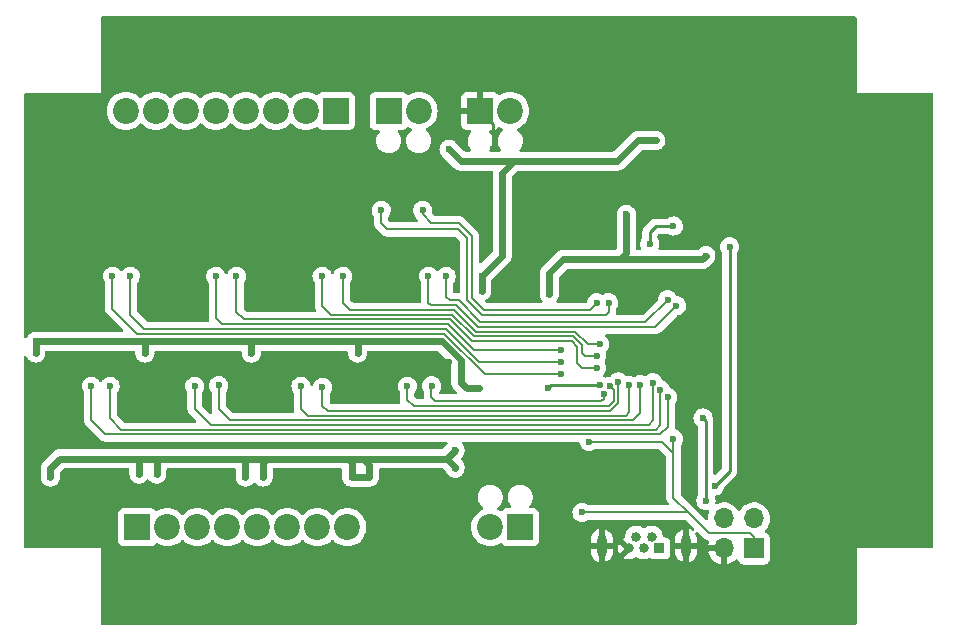
<source format=gbr>
%TF.GenerationSoftware,KiCad,Pcbnew,(6.0.6)*%
%TF.CreationDate,2022-10-17T00:56:45+02:00*%
%TF.ProjectId,Cobot,436f626f-742e-46b6-9963-61645f706362,rev?*%
%TF.SameCoordinates,Original*%
%TF.FileFunction,Copper,L2,Bot*%
%TF.FilePolarity,Positive*%
%FSLAX46Y46*%
G04 Gerber Fmt 4.6, Leading zero omitted, Abs format (unit mm)*
G04 Created by KiCad (PCBNEW (6.0.6)) date 2022-10-17 00:56:45*
%MOMM*%
%LPD*%
G01*
G04 APERTURE LIST*
%TA.AperFunction,ComponentPad*%
%ADD10R,2.200000X2.200000*%
%TD*%
%TA.AperFunction,ComponentPad*%
%ADD11C,2.200000*%
%TD*%
%TA.AperFunction,ComponentPad*%
%ADD12R,0.840000X0.840000*%
%TD*%
%TA.AperFunction,ComponentPad*%
%ADD13C,0.840000*%
%TD*%
%TA.AperFunction,ComponentPad*%
%ADD14O,0.850000X1.850000*%
%TD*%
%TA.AperFunction,ComponentPad*%
%ADD15R,1.700000X1.700000*%
%TD*%
%TA.AperFunction,ComponentPad*%
%ADD16O,1.700000X1.700000*%
%TD*%
%TA.AperFunction,ViaPad*%
%ADD17C,0.600000*%
%TD*%
%TA.AperFunction,Conductor*%
%ADD18C,0.250000*%
%TD*%
%TA.AperFunction,Conductor*%
%ADD19C,0.200000*%
%TD*%
%TA.AperFunction,Conductor*%
%ADD20C,0.600000*%
%TD*%
G04 APERTURE END LIST*
D10*
%TO.P,J7,1,Pin_1*%
%TO.N,GND*%
X105135000Y-129750000D03*
D11*
%TO.P,J7,2,Pin_2*%
%TO.N,VCC*%
X107675000Y-129750000D03*
%TD*%
D10*
%TO.P,J5,1,Pin_1*%
%TO.N,DI_IN_1*%
X92915000Y-129750000D03*
D11*
%TO.P,J5,2,Pin_2*%
%TO.N,DI_IN_2*%
X90375000Y-129750000D03*
%TO.P,J5,3,Pin_3*%
%TO.N,DI_IN_3*%
X87835000Y-129750000D03*
%TO.P,J5,4,Pin_4*%
%TO.N,DI_IN_4*%
X85295000Y-129750000D03*
%TO.P,J5,5,Pin_5*%
%TO.N,DI_IN_5*%
X82755000Y-129750000D03*
%TO.P,J5,6,Pin_6*%
%TO.N,DI_IN_6*%
X80215000Y-129750000D03*
%TO.P,J5,7,Pin_7*%
%TO.N,DI_IN_7*%
X77675000Y-129750000D03*
%TO.P,J5,8,Pin_8*%
%TO.N,DI_IN_8*%
X75135000Y-129750000D03*
%TD*%
D10*
%TO.P,J6,1,Pin_1*%
%TO.N,ADC_IN_1*%
X97385000Y-129750000D03*
D11*
%TO.P,J6,2,Pin_2*%
%TO.N,ADC_IN_2*%
X99925000Y-129750000D03*
%TD*%
D12*
%TO.P,J1,1,VBUS*%
%TO.N,VBUS*%
X120300000Y-166795000D03*
D13*
%TO.P,J1,2,D-*%
%TO.N,/Main/D-*%
X119650000Y-165795000D03*
%TO.P,J1,3,D+*%
%TO.N,/Main/D+*%
X119000000Y-166795000D03*
%TO.P,J1,4,ID*%
%TO.N,unconnected-(J1-Pad4)*%
X118350000Y-165795000D03*
%TO.P,J1,5,GND*%
%TO.N,GND*%
X117700000Y-166795000D03*
D14*
%TO.P,J1,6,Shield*%
X122575000Y-166575000D03*
X115425000Y-166575000D03*
%TD*%
D10*
%TO.P,J3,1,Pin_1*%
%TO.N,DI_OUT_1*%
X76110000Y-165000000D03*
D11*
%TO.P,J3,2,Pin_2*%
%TO.N,DI_OUT_2*%
X78650000Y-165000000D03*
%TO.P,J3,3,Pin_3*%
%TO.N,DI_OUT_3*%
X81190000Y-165000000D03*
%TO.P,J3,4,Pin_4*%
%TO.N,DI_OUT_4*%
X83730000Y-165000000D03*
%TO.P,J3,5,Pin_5*%
%TO.N,DI_OUT_5*%
X86270000Y-165000000D03*
%TO.P,J3,6,Pin_6*%
%TO.N,DI_OUT_6*%
X88810000Y-165000000D03*
%TO.P,J3,7,Pin_7*%
%TO.N,DI_OUT_7*%
X91350000Y-165000000D03*
%TO.P,J3,8,Pin_8*%
%TO.N,DI_OUT_8*%
X93890000Y-165000000D03*
%TD*%
D10*
%TO.P,J4,1,Pin_1*%
%TO.N,DAC_OUT_2*%
X108520000Y-165000000D03*
D11*
%TO.P,J4,2,Pin_2*%
%TO.N,DAC_OUT_1*%
X105980000Y-165000000D03*
%TD*%
D15*
%TO.P,J2,1,Pin_1*%
%TO.N,+3.3V*%
X128325000Y-166800000D03*
D16*
%TO.P,J2,2,Pin_2*%
%TO.N,GND*%
X125785000Y-166800000D03*
%TO.P,J2,3,Pin_3*%
%TO.N,SWCLK*%
X128325000Y-164260000D03*
%TO.P,J2,4,Pin_4*%
%TO.N,SWDIO*%
X125785000Y-164260000D03*
%TD*%
D17*
%TO.N,GND*%
X113000000Y-130500000D03*
X129500000Y-127500000D03*
X140750000Y-136250000D03*
X128000000Y-160750000D03*
X111500000Y-130500000D03*
X98200000Y-160950000D03*
X134000000Y-128250000D03*
X90898892Y-151917658D03*
X137750000Y-140750000D03*
X142750000Y-136250000D03*
X135500000Y-139250000D03*
X122500000Y-153750000D03*
X113000000Y-131250000D03*
X100750000Y-160500000D03*
X113000000Y-132000000D03*
X125250000Y-142000000D03*
X114250000Y-144250000D03*
X128000000Y-126750000D03*
X128000000Y-128250000D03*
X94837269Y-136443288D03*
X81898892Y-151917658D03*
X69250000Y-142750000D03*
X134000000Y-126750000D03*
X112250000Y-131250000D03*
X96000000Y-142750000D03*
X141750000Y-136250000D03*
X101750000Y-138163000D03*
X83400000Y-138400000D03*
X138750000Y-136250000D03*
X106250000Y-133000000D03*
X112750000Y-158000000D03*
X143000000Y-141000000D03*
X78000000Y-142750000D03*
X140000000Y-141250000D03*
X111500000Y-132000000D03*
X128000000Y-127500000D03*
X137750000Y-139750000D03*
X137750000Y-138750000D03*
X93500000Y-151000000D03*
X129500000Y-128250000D03*
X129500000Y-126750000D03*
X137750000Y-136750000D03*
X102500000Y-151000000D03*
X123750000Y-128250000D03*
X111500000Y-131250000D03*
X119000000Y-161825000D03*
X73750000Y-160500000D03*
X87250000Y-142750000D03*
X137750000Y-137750000D03*
X122000000Y-126000000D03*
X71200000Y-161025000D03*
X105750000Y-137250000D03*
X106500000Y-144250000D03*
X73000000Y-138400000D03*
X142000000Y-160750000D03*
X84500000Y-151000000D03*
X76000000Y-138400000D03*
X67500000Y-151750000D03*
X112250000Y-130500000D03*
X92500000Y-138175500D03*
X72900000Y-151912500D03*
X91750000Y-160500000D03*
X120250000Y-134000000D03*
X99898892Y-151917658D03*
X112250000Y-132000000D03*
X138750000Y-140750000D03*
X89200000Y-160950000D03*
X79000000Y-138400000D03*
X123750000Y-126750000D03*
X86400000Y-138400000D03*
X89400000Y-138400000D03*
X82000000Y-138400000D03*
X117500000Y-145750000D03*
X139750000Y-136250000D03*
X80200000Y-160950000D03*
X75250000Y-151000000D03*
X123750000Y-127500000D03*
X134000000Y-127500000D03*
X82750000Y-160500000D03*
X104741321Y-158400872D03*
%TO.N,+3.3V*%
X111000000Y-145250000D03*
X110875500Y-153250000D03*
X121490213Y-157509787D03*
X114375500Y-157750000D03*
X113750000Y-163750000D03*
X124250000Y-142000000D03*
X115250000Y-153000000D03*
X117500000Y-138500000D03*
X116945661Y-142328839D03*
%TO.N,Net-(C4-Pad1)*%
X119500000Y-141000000D03*
X121500000Y-139500000D03*
%TO.N,+24V*%
X86750000Y-160750000D03*
X118750000Y-132250000D03*
X85750000Y-150250000D03*
X105250000Y-143750000D03*
X94750000Y-149250000D03*
X68750000Y-160750000D03*
X67500000Y-149250000D03*
X120000000Y-132250000D03*
X76750000Y-150250000D03*
X103500000Y-151000000D03*
X94250000Y-160750000D03*
X94750000Y-150250000D03*
X76250000Y-160500000D03*
X103500000Y-152000000D03*
X103000000Y-160000000D03*
X102500000Y-133000000D03*
X95750000Y-160750000D03*
X105000000Y-153250000D03*
X85250000Y-160750000D03*
X76750000Y-149250000D03*
X105250000Y-145000000D03*
X77750000Y-160500000D03*
X103000000Y-158500000D03*
X67500000Y-150250000D03*
X85750000Y-149250000D03*
%TO.N,ADC_1*%
X116000000Y-146000000D03*
X96750000Y-138163000D03*
%TO.N,ADC_2*%
X100250000Y-138163000D03*
X115000000Y-146000000D03*
%TO.N,VBUS*%
X125000000Y-161500000D03*
X126250000Y-141250000D03*
%TO.N,VUSB*%
X124250000Y-162750000D03*
X124000000Y-155750000D03*
%TO.N,DI_OUT_1_N*%
X73792195Y-153067879D03*
X120390828Y-153375500D03*
%TO.N,DI_OUT_1_P*%
X121000000Y-154000000D03*
X72207805Y-153067879D03*
%TO.N,DI_OUT_5_N*%
X116839964Y-152700295D03*
X91781976Y-153154140D03*
%TO.N,DI_OUT_5_P*%
X117744335Y-152994335D03*
X89956052Y-153068678D03*
%TO.N,DI_OUT_2_N*%
X112000000Y-151000000D03*
X75500000Y-143750000D03*
%TO.N,DI_OUT_2_P*%
X74000000Y-143750000D03*
X112000000Y-152000000D03*
%TO.N,DI_OUT_6_N*%
X93500000Y-143750000D03*
X115250000Y-149500000D03*
%TO.N,DI_OUT_6_P*%
X91750000Y-143750000D03*
X115000000Y-150500000D03*
%TO.N,DI_OUT_3_N*%
X83000000Y-153000000D03*
X118668246Y-152918246D03*
%TO.N,DI_OUT_3_P*%
X80956052Y-153068678D03*
X119790186Y-152776000D03*
%TO.N,DI_OUT_7_N*%
X101020675Y-153025161D03*
X115630668Y-153703062D03*
%TO.N,DI_OUT_7_P*%
X98956052Y-153068678D03*
X116127164Y-153062401D03*
%TO.N,DI_OUT_4_N*%
X84500000Y-143750000D03*
X115000000Y-151500000D03*
%TO.N,DI_OUT_4_P*%
X112000000Y-150000000D03*
X82750000Y-143750000D03*
%TO.N,DI_OUT_8_N*%
X102250000Y-143750000D03*
X121000000Y-145750000D03*
%TO.N,DI_OUT_8_P*%
X100750000Y-143750000D03*
X121750000Y-146250000D03*
%TD*%
D18*
%TO.N,GND*%
X105135000Y-129750000D02*
X106250000Y-130865000D01*
X106250000Y-130865000D02*
X106250000Y-133000000D01*
%TO.N,+3.3V*%
X115250000Y-153000000D02*
X111125500Y-153000000D01*
X111000000Y-153125500D02*
X110875500Y-153250000D01*
D19*
X122750000Y-163750000D02*
X113750000Y-163750000D01*
X121490213Y-162490213D02*
X122750000Y-163750000D01*
X120500000Y-157750000D02*
X121490213Y-158740213D01*
X128000000Y-165500000D02*
X128325000Y-165825000D01*
X124500000Y-165500000D02*
X128000000Y-165500000D01*
X128325000Y-165825000D02*
X128325000Y-166800000D01*
X121490213Y-158740213D02*
X121490213Y-157509787D01*
D20*
X116945661Y-142328839D02*
X117500000Y-141774500D01*
D19*
X124500000Y-165500000D02*
X122750000Y-163750000D01*
X114375500Y-157750000D02*
X120500000Y-157750000D01*
D20*
X117500000Y-141774500D02*
X117500000Y-138500000D01*
D18*
X111125500Y-153000000D02*
X110875500Y-153250000D01*
D20*
X111000000Y-145250000D02*
X111000000Y-143500000D01*
X112171161Y-142328839D02*
X116945661Y-142328839D01*
X111000000Y-143500000D02*
X112171161Y-142328839D01*
X123921161Y-142328839D02*
X124250000Y-142000000D01*
X116945661Y-142328839D02*
X123921161Y-142328839D01*
D19*
X121490213Y-158740213D02*
X121490213Y-162490213D01*
D18*
%TO.N,Net-(C4-Pad1)*%
X121500000Y-139500000D02*
X120000000Y-139500000D01*
X119500000Y-140000000D02*
X119500000Y-141000000D01*
X120000000Y-139500000D02*
X119500000Y-140000000D01*
D20*
%TO.N,+24V*%
X84950000Y-159200000D02*
X87050000Y-159200000D01*
X94250000Y-159500000D02*
X94250000Y-160750000D01*
X103500000Y-151000000D02*
X103500000Y-152000000D01*
X105000000Y-153250000D02*
X104000000Y-153250000D01*
X109750000Y-134000000D02*
X108000000Y-134000000D01*
X76750000Y-149250000D02*
X85750000Y-149250000D01*
X101881371Y-149250000D02*
X103500000Y-150868629D01*
X76750000Y-149250000D02*
X76750000Y-150250000D01*
X107000000Y-142000000D02*
X105250000Y-143750000D01*
X76250000Y-159400000D02*
X76050000Y-159200000D01*
X102300000Y-159200000D02*
X103000000Y-158500000D01*
X103500000Y-150868629D02*
X103500000Y-151000000D01*
X95200000Y-159200000D02*
X102300000Y-159200000D01*
X68750000Y-160750000D02*
X68750000Y-160000000D01*
X68750000Y-160000000D02*
X69550000Y-159200000D01*
X85750000Y-149250000D02*
X94750000Y-149250000D01*
X109750000Y-134000000D02*
X103500000Y-134000000D01*
X118500000Y-132250000D02*
X116750000Y-134000000D01*
X77750000Y-159500000D02*
X78050000Y-159200000D01*
X77750000Y-160500000D02*
X77750000Y-159500000D01*
X78050000Y-159200000D02*
X84950000Y-159200000D01*
X86750000Y-160750000D02*
X86750000Y-159500000D01*
X104000000Y-153250000D02*
X103500000Y-152750000D01*
X85750000Y-150250000D02*
X85750000Y-149250000D01*
X76050000Y-159200000D02*
X78050000Y-159200000D01*
X67500000Y-150250000D02*
X67500000Y-149250000D01*
X85250000Y-159500000D02*
X84950000Y-159200000D01*
X102500000Y-133000000D02*
X103500000Y-134000000D01*
X102300000Y-159200000D02*
X103000000Y-159900000D01*
X95750000Y-160750000D02*
X95750000Y-159750000D01*
X76250000Y-160500000D02*
X76250000Y-159400000D01*
X107000000Y-135000000D02*
X107000000Y-142000000D01*
X120000000Y-132250000D02*
X118500000Y-132250000D01*
X108000000Y-134000000D02*
X107000000Y-135000000D01*
X103500000Y-152750000D02*
X103500000Y-152000000D01*
X95750000Y-159750000D02*
X95200000Y-159200000D01*
X116750000Y-134000000D02*
X109750000Y-134000000D01*
X94750000Y-149250000D02*
X101881371Y-149250000D01*
X95750000Y-160750000D02*
X94250000Y-160750000D01*
X69550000Y-159200000D02*
X76050000Y-159200000D01*
X95200000Y-159200000D02*
X93950000Y-159200000D01*
X86750000Y-159500000D02*
X87050000Y-159200000D01*
X93950000Y-159200000D02*
X94250000Y-159500000D01*
X87050000Y-159200000D02*
X93950000Y-159200000D01*
X103000000Y-159900000D02*
X103000000Y-160000000D01*
X105250000Y-143750000D02*
X105250000Y-145000000D01*
X94750000Y-150250000D02*
X94750000Y-149250000D01*
X67500000Y-149250000D02*
X76750000Y-149250000D01*
X85250000Y-160750000D02*
X85250000Y-159500000D01*
D19*
%TO.N,ADC_1*%
X116000000Y-146750000D02*
X116000000Y-146000000D01*
X104000000Y-140500000D02*
X104000000Y-145750000D01*
X105250000Y-147000000D02*
X115750000Y-147000000D01*
X103282843Y-139782843D02*
X104000000Y-140500000D01*
X96750000Y-138163000D02*
X96750000Y-139250000D01*
X104000000Y-145750000D02*
X105250000Y-147000000D01*
X115750000Y-147000000D02*
X116000000Y-146750000D01*
X97282843Y-139782843D02*
X103282843Y-139782843D01*
X96750000Y-139250000D02*
X97282843Y-139782843D01*
%TO.N,ADC_2*%
X100250000Y-138500000D02*
X101000000Y-139250000D01*
X114400000Y-146600000D02*
X115000000Y-146000000D01*
X100250000Y-138163000D02*
X100250000Y-138500000D01*
X104400000Y-145584314D02*
X105415686Y-146600000D01*
X104400000Y-140334315D02*
X104400000Y-145584314D01*
X103315686Y-139250000D02*
X104400000Y-140334315D01*
X101000000Y-139250000D02*
X103315686Y-139250000D01*
X105415686Y-146600000D02*
X114400000Y-146600000D01*
D18*
%TO.N,VBUS*%
X126250000Y-141250000D02*
X126250000Y-160250000D01*
X126250000Y-160250000D02*
X125000000Y-161500000D01*
%TO.N,VUSB*%
X124250000Y-156000000D02*
X124000000Y-155750000D01*
X124250000Y-162750000D02*
X124250000Y-156000000D01*
D19*
%TO.N,DI_OUT_1_N*%
X73750000Y-153110074D02*
X73792195Y-153067879D01*
X120390828Y-153375500D02*
X120390828Y-155359172D01*
X120000000Y-156750000D02*
X120390828Y-156359172D01*
X120390828Y-156359172D02*
X120390828Y-155359172D01*
X111500000Y-156750000D02*
X74750000Y-156750000D01*
X73750000Y-155750000D02*
X73750000Y-153110074D01*
X111500000Y-156750000D02*
X120000000Y-156750000D01*
X74750000Y-156750000D02*
X73750000Y-155750000D01*
%TO.N,DI_OUT_1_P*%
X120350000Y-157150000D02*
X73400000Y-157150000D01*
X73400000Y-157150000D02*
X72207805Y-155957805D01*
X121000000Y-154000000D02*
X121000000Y-156500000D01*
X72207805Y-155957805D02*
X72207805Y-153067879D01*
X121000000Y-156500000D02*
X120350000Y-157150000D01*
%TO.N,DI_OUT_5_N*%
X116839964Y-154475722D02*
X116839964Y-152700295D01*
X91781976Y-153154140D02*
X91781976Y-154718024D01*
X115850000Y-155150000D02*
X116165686Y-155150000D01*
X92213952Y-155150000D02*
X91781976Y-154718024D01*
X116165686Y-155150000D02*
X116839964Y-154475722D01*
X115850000Y-155150000D02*
X92213952Y-155150000D01*
%TO.N,DI_OUT_5_P*%
X117750000Y-154000000D02*
X117750000Y-153000000D01*
X117750000Y-153000000D02*
X117744335Y-152994335D01*
X117450000Y-155550000D02*
X117750000Y-155250000D01*
X90550000Y-155550000D02*
X89956052Y-154956052D01*
X117750000Y-155250000D02*
X117750000Y-154000000D01*
X111550000Y-155550000D02*
X117450000Y-155550000D01*
X111550000Y-155550000D02*
X90550000Y-155550000D01*
X89956052Y-154956052D02*
X89956052Y-153068678D01*
%TO.N,DI_OUT_2_N*%
X105065686Y-151000000D02*
X102265686Y-148200000D01*
X76700000Y-148200000D02*
X75500000Y-147000000D01*
X112000000Y-151000000D02*
X105065686Y-151000000D01*
X75500000Y-147000000D02*
X75500000Y-143750000D01*
X102265686Y-148200000D02*
X76700000Y-148200000D01*
%TO.N,DI_OUT_2_P*%
X105500000Y-152000000D02*
X112000000Y-152000000D01*
X74000000Y-146500000D02*
X76100000Y-148600000D01*
X102100000Y-148600000D02*
X105500000Y-152000000D01*
X74000000Y-143750000D02*
X74000000Y-146500000D01*
X76100000Y-148600000D02*
X102100000Y-148600000D01*
%TO.N,DI_OUT_6_N*%
X114250000Y-149500000D02*
X115250000Y-149500000D01*
X113200000Y-148450000D02*
X114250000Y-149500000D01*
X102928430Y-146600000D02*
X104778430Y-148450000D01*
X94100000Y-146600000D02*
X102928430Y-146600000D01*
X104778430Y-148450000D02*
X113200000Y-148450000D01*
X93500000Y-146000000D02*
X94100000Y-146600000D01*
X93500000Y-143750000D02*
X93500000Y-146000000D01*
%TO.N,DI_OUT_6_P*%
X113750000Y-150250000D02*
X114000000Y-150500000D01*
X113750000Y-149565686D02*
X113750000Y-150250000D01*
X114000000Y-150500000D02*
X115000000Y-150500000D01*
X113034314Y-148850000D02*
X113750000Y-149565686D01*
X91750000Y-146250000D02*
X92500000Y-147000000D01*
X91750000Y-143750000D02*
X91750000Y-146250000D01*
X104612744Y-148850000D02*
X113034314Y-148850000D01*
X92500000Y-147000000D02*
X102762744Y-147000000D01*
X102762744Y-147000000D02*
X104612744Y-148850000D01*
%TO.N,DI_OUT_3_N*%
X118668246Y-152918246D02*
X118668246Y-155331754D01*
X118050000Y-155950000D02*
X83950000Y-155950000D01*
X83950000Y-155950000D02*
X83000000Y-155000000D01*
X118668246Y-155331754D02*
X118050000Y-155950000D01*
X83000000Y-155000000D02*
X83000000Y-153000000D01*
%TO.N,DI_OUT_3_P*%
X119790186Y-155959814D02*
X119400000Y-156350000D01*
X119400000Y-156350000D02*
X82350000Y-156350000D01*
X119790186Y-152776000D02*
X119790186Y-155959814D01*
X82350000Y-156350000D02*
X80956052Y-154956052D01*
X80956052Y-154956052D02*
X80956052Y-153068678D01*
%TO.N,DI_OUT_7_N*%
X115630668Y-153703062D02*
X115630668Y-154119332D01*
X101000000Y-154000000D02*
X101000000Y-153045836D01*
X115630668Y-154119332D02*
X115400000Y-154350000D01*
X115400000Y-154350000D02*
X101350000Y-154350000D01*
X101000000Y-153045836D02*
X101020675Y-153025161D01*
X101350000Y-154350000D02*
X101000000Y-154000000D01*
%TO.N,DI_OUT_7_P*%
X99500000Y-154750000D02*
X116000000Y-154750000D01*
X98956052Y-154206052D02*
X99500000Y-154750000D01*
X116439964Y-153386730D02*
X116439964Y-153375201D01*
X116000000Y-154750000D02*
X116439964Y-154310036D01*
X116439964Y-153375201D02*
X116127164Y-153062401D01*
X98956052Y-153068678D02*
X98956052Y-154206052D01*
X116439964Y-154310036D02*
X116439964Y-153386730D01*
%TO.N,DI_OUT_4_N*%
X85150000Y-147400000D02*
X102597058Y-147400000D01*
X84500000Y-143750000D02*
X84500000Y-146750000D01*
X112868628Y-149250000D02*
X113350000Y-149731372D01*
X104447058Y-149250000D02*
X112868628Y-149250000D01*
X113350000Y-149731372D02*
X113350000Y-151100000D01*
X113350000Y-151100000D02*
X113750000Y-151500000D01*
X113750000Y-151500000D02*
X115000000Y-151500000D01*
X102597058Y-147400000D02*
X104447058Y-149250000D01*
X84500000Y-146750000D02*
X85150000Y-147400000D01*
%TO.N,DI_OUT_4_P*%
X83300000Y-147800000D02*
X82750000Y-147250000D01*
X102431372Y-147800000D02*
X83300000Y-147800000D01*
X82750000Y-147250000D02*
X82750000Y-143750000D01*
X104631372Y-150000000D02*
X102431372Y-147800000D01*
X104631372Y-150000000D02*
X112000000Y-150000000D01*
%TO.N,DI_OUT_8_N*%
X105150000Y-147650000D02*
X119100000Y-147650000D01*
X102550000Y-145800000D02*
X102250000Y-145500000D01*
X102250000Y-145500000D02*
X102250000Y-143750000D01*
X103300000Y-145800000D02*
X105150000Y-147650000D01*
X119100000Y-147650000D02*
X121000000Y-145750000D01*
X103200000Y-145800000D02*
X102550000Y-145800000D01*
X103200000Y-145800000D02*
X103300000Y-145800000D01*
%TO.N,DI_OUT_8_P*%
X100750000Y-143750000D02*
X100750000Y-146000000D01*
X101000000Y-146200000D02*
X102800000Y-146200000D01*
X100750000Y-146000000D02*
X100950000Y-146200000D01*
X104944116Y-148050000D02*
X103094116Y-146200000D01*
X100950000Y-146200000D02*
X101000000Y-146200000D01*
X103094116Y-146200000D02*
X102800000Y-146200000D01*
X119950000Y-148050000D02*
X104944116Y-148050000D01*
X121750000Y-146250000D02*
X119950000Y-148050000D01*
%TD*%
%TA.AperFunction,Conductor*%
%TO.N,GND*%
G36*
X136942121Y-121778502D02*
G01*
X136988614Y-121832158D01*
X137000000Y-121884500D01*
X137000000Y-128250000D01*
X143365500Y-128250000D01*
X143433621Y-128270002D01*
X143480114Y-128323658D01*
X143491500Y-128376000D01*
X143491500Y-166624000D01*
X143471498Y-166692121D01*
X143417842Y-166738614D01*
X143365500Y-166750000D01*
X137000000Y-166750000D01*
X137000000Y-173115500D01*
X136979998Y-173183621D01*
X136926342Y-173230114D01*
X136874000Y-173241500D01*
X73126000Y-173241500D01*
X73057879Y-173221498D01*
X73011386Y-173167842D01*
X73000000Y-173115500D01*
X73000000Y-167120603D01*
X114492000Y-167120603D01*
X114492344Y-167127162D01*
X114506672Y-167263486D01*
X114509402Y-167276329D01*
X114565928Y-167450300D01*
X114571266Y-167462289D01*
X114662730Y-167620709D01*
X114670446Y-167631328D01*
X114792843Y-167767265D01*
X114802606Y-167776056D01*
X114950588Y-167883571D01*
X114961960Y-167890137D01*
X115129068Y-167964538D01*
X115141556Y-167968595D01*
X115153280Y-167971088D01*
X115167341Y-167970015D01*
X115171000Y-167960059D01*
X115171000Y-167956739D01*
X115679000Y-167956739D01*
X115682973Y-167970270D01*
X115693468Y-167971779D01*
X115708444Y-167968595D01*
X115720932Y-167964538D01*
X115888039Y-167890137D01*
X115899411Y-167883571D01*
X116047394Y-167776056D01*
X116057157Y-167767265D01*
X116179554Y-167631328D01*
X116187270Y-167620709D01*
X116278734Y-167462289D01*
X116284072Y-167450300D01*
X116340598Y-167276329D01*
X116343328Y-167263486D01*
X116357656Y-167127162D01*
X116358000Y-167120603D01*
X116358000Y-166847115D01*
X116353525Y-166831876D01*
X116352135Y-166830671D01*
X116344452Y-166829000D01*
X115697115Y-166829000D01*
X115681876Y-166833475D01*
X115680671Y-166834865D01*
X115679000Y-166842548D01*
X115679000Y-167956739D01*
X115171000Y-167956739D01*
X115171000Y-166847115D01*
X115166525Y-166831876D01*
X115165135Y-166830671D01*
X115157452Y-166829000D01*
X114510115Y-166829000D01*
X114494876Y-166833475D01*
X114493671Y-166834865D01*
X114492000Y-166842548D01*
X114492000Y-167120603D01*
X73000000Y-167120603D01*
X73000000Y-166801565D01*
X116767578Y-166801565D01*
X116786589Y-166982441D01*
X116789319Y-166995284D01*
X116845518Y-167168246D01*
X116850864Y-167180254D01*
X116880119Y-167230925D01*
X116890325Y-167240656D01*
X116898346Y-167237444D01*
X117327978Y-166807812D01*
X117335592Y-166793868D01*
X117335461Y-166792035D01*
X117331210Y-166785420D01*
X116901989Y-166356199D01*
X116889609Y-166349439D01*
X116882694Y-166354615D01*
X116850864Y-166409746D01*
X116845518Y-166421754D01*
X116789319Y-166594716D01*
X116786589Y-166607559D01*
X116767578Y-166788435D01*
X116767578Y-166801565D01*
X73000000Y-166801565D01*
X73000000Y-166750000D01*
X66634500Y-166750000D01*
X66566379Y-166729998D01*
X66519886Y-166676342D01*
X66508500Y-166624000D01*
X66508500Y-166148134D01*
X74501500Y-166148134D01*
X74508255Y-166210316D01*
X74559385Y-166346705D01*
X74646739Y-166463261D01*
X74763295Y-166550615D01*
X74899684Y-166601745D01*
X74961866Y-166608500D01*
X77258134Y-166608500D01*
X77320316Y-166601745D01*
X77456705Y-166550615D01*
X77573261Y-166463261D01*
X77625954Y-166392954D01*
X77682813Y-166350440D01*
X77753631Y-166345415D01*
X77792615Y-166361087D01*
X77917498Y-166437616D01*
X77922068Y-166439509D01*
X77922072Y-166439511D01*
X78146836Y-166532611D01*
X78151409Y-166534505D01*
X78199290Y-166546000D01*
X78392784Y-166592454D01*
X78392790Y-166592455D01*
X78397597Y-166593609D01*
X78650000Y-166613474D01*
X78902403Y-166593609D01*
X78907210Y-166592455D01*
X78907216Y-166592454D01*
X79100710Y-166546000D01*
X79148591Y-166534505D01*
X79153164Y-166532611D01*
X79377928Y-166439511D01*
X79377932Y-166439509D01*
X79382502Y-166437616D01*
X79598376Y-166305328D01*
X79790898Y-166140898D01*
X79794106Y-166137142D01*
X79794113Y-166137135D01*
X79824190Y-166101920D01*
X79883641Y-166063111D01*
X79954635Y-166062605D01*
X80015810Y-166101920D01*
X80045887Y-166137135D01*
X80045894Y-166137142D01*
X80049102Y-166140898D01*
X80241624Y-166305328D01*
X80457498Y-166437616D01*
X80462068Y-166439509D01*
X80462072Y-166439511D01*
X80686836Y-166532611D01*
X80691409Y-166534505D01*
X80739290Y-166546000D01*
X80932784Y-166592454D01*
X80932790Y-166592455D01*
X80937597Y-166593609D01*
X81190000Y-166613474D01*
X81442403Y-166593609D01*
X81447210Y-166592455D01*
X81447216Y-166592454D01*
X81640710Y-166546000D01*
X81688591Y-166534505D01*
X81693164Y-166532611D01*
X81917928Y-166439511D01*
X81917932Y-166439509D01*
X81922502Y-166437616D01*
X82138376Y-166305328D01*
X82330898Y-166140898D01*
X82334106Y-166137142D01*
X82334113Y-166137135D01*
X82364190Y-166101920D01*
X82423641Y-166063111D01*
X82494635Y-166062605D01*
X82555810Y-166101920D01*
X82585887Y-166137135D01*
X82585894Y-166137142D01*
X82589102Y-166140898D01*
X82781624Y-166305328D01*
X82997498Y-166437616D01*
X83002068Y-166439509D01*
X83002072Y-166439511D01*
X83226836Y-166532611D01*
X83231409Y-166534505D01*
X83279290Y-166546000D01*
X83472784Y-166592454D01*
X83472790Y-166592455D01*
X83477597Y-166593609D01*
X83730000Y-166613474D01*
X83982403Y-166593609D01*
X83987210Y-166592455D01*
X83987216Y-166592454D01*
X84180710Y-166546000D01*
X84228591Y-166534505D01*
X84233164Y-166532611D01*
X84457928Y-166439511D01*
X84457932Y-166439509D01*
X84462502Y-166437616D01*
X84678376Y-166305328D01*
X84870898Y-166140898D01*
X84874106Y-166137142D01*
X84874113Y-166137135D01*
X84904190Y-166101920D01*
X84963641Y-166063111D01*
X85034635Y-166062605D01*
X85095810Y-166101920D01*
X85125887Y-166137135D01*
X85125894Y-166137142D01*
X85129102Y-166140898D01*
X85321624Y-166305328D01*
X85537498Y-166437616D01*
X85542068Y-166439509D01*
X85542072Y-166439511D01*
X85766836Y-166532611D01*
X85771409Y-166534505D01*
X85819290Y-166546000D01*
X86012784Y-166592454D01*
X86012790Y-166592455D01*
X86017597Y-166593609D01*
X86270000Y-166613474D01*
X86522403Y-166593609D01*
X86527210Y-166592455D01*
X86527216Y-166592454D01*
X86720710Y-166546000D01*
X86768591Y-166534505D01*
X86773164Y-166532611D01*
X86997928Y-166439511D01*
X86997932Y-166439509D01*
X87002502Y-166437616D01*
X87218376Y-166305328D01*
X87410898Y-166140898D01*
X87414106Y-166137142D01*
X87414113Y-166137135D01*
X87444190Y-166101920D01*
X87503641Y-166063111D01*
X87574635Y-166062605D01*
X87635810Y-166101920D01*
X87665887Y-166137135D01*
X87665894Y-166137142D01*
X87669102Y-166140898D01*
X87861624Y-166305328D01*
X88077498Y-166437616D01*
X88082068Y-166439509D01*
X88082072Y-166439511D01*
X88306836Y-166532611D01*
X88311409Y-166534505D01*
X88359290Y-166546000D01*
X88552784Y-166592454D01*
X88552790Y-166592455D01*
X88557597Y-166593609D01*
X88810000Y-166613474D01*
X89062403Y-166593609D01*
X89067210Y-166592455D01*
X89067216Y-166592454D01*
X89260710Y-166546000D01*
X89308591Y-166534505D01*
X89313164Y-166532611D01*
X89537928Y-166439511D01*
X89537932Y-166439509D01*
X89542502Y-166437616D01*
X89758376Y-166305328D01*
X89950898Y-166140898D01*
X89954106Y-166137142D01*
X89954113Y-166137135D01*
X89984190Y-166101920D01*
X90043641Y-166063111D01*
X90114635Y-166062605D01*
X90175810Y-166101920D01*
X90205887Y-166137135D01*
X90205894Y-166137142D01*
X90209102Y-166140898D01*
X90401624Y-166305328D01*
X90617498Y-166437616D01*
X90622068Y-166439509D01*
X90622072Y-166439511D01*
X90846836Y-166532611D01*
X90851409Y-166534505D01*
X90899290Y-166546000D01*
X91092784Y-166592454D01*
X91092790Y-166592455D01*
X91097597Y-166593609D01*
X91350000Y-166613474D01*
X91602403Y-166593609D01*
X91607210Y-166592455D01*
X91607216Y-166592454D01*
X91800710Y-166546000D01*
X91848591Y-166534505D01*
X91853164Y-166532611D01*
X92077928Y-166439511D01*
X92077932Y-166439509D01*
X92082502Y-166437616D01*
X92298376Y-166305328D01*
X92490898Y-166140898D01*
X92494106Y-166137142D01*
X92494113Y-166137135D01*
X92524190Y-166101920D01*
X92583641Y-166063111D01*
X92654635Y-166062605D01*
X92715810Y-166101920D01*
X92745887Y-166137135D01*
X92745894Y-166137142D01*
X92749102Y-166140898D01*
X92941624Y-166305328D01*
X93157498Y-166437616D01*
X93162068Y-166439509D01*
X93162072Y-166439511D01*
X93386836Y-166532611D01*
X93391409Y-166534505D01*
X93439290Y-166546000D01*
X93632784Y-166592454D01*
X93632790Y-166592455D01*
X93637597Y-166593609D01*
X93890000Y-166613474D01*
X94142403Y-166593609D01*
X94147210Y-166592455D01*
X94147216Y-166592454D01*
X94340710Y-166546000D01*
X94388591Y-166534505D01*
X94393164Y-166532611D01*
X94617928Y-166439511D01*
X94617932Y-166439509D01*
X94622502Y-166437616D01*
X94838376Y-166305328D01*
X95030898Y-166140898D01*
X95195328Y-165948376D01*
X95327616Y-165732502D01*
X95336232Y-165711703D01*
X95422611Y-165503164D01*
X95422612Y-165503162D01*
X95424505Y-165498591D01*
X95461197Y-165345756D01*
X95482454Y-165257216D01*
X95482455Y-165257210D01*
X95483609Y-165252403D01*
X95503474Y-165000000D01*
X104366526Y-165000000D01*
X104386391Y-165252403D01*
X104387545Y-165257210D01*
X104387546Y-165257216D01*
X104408803Y-165345756D01*
X104445495Y-165498591D01*
X104447388Y-165503162D01*
X104447389Y-165503164D01*
X104533769Y-165711703D01*
X104542384Y-165732502D01*
X104674672Y-165948376D01*
X104839102Y-166140898D01*
X105031624Y-166305328D01*
X105247498Y-166437616D01*
X105252068Y-166439509D01*
X105252072Y-166439511D01*
X105476836Y-166532611D01*
X105481409Y-166534505D01*
X105529290Y-166546000D01*
X105722784Y-166592454D01*
X105722790Y-166592455D01*
X105727597Y-166593609D01*
X105980000Y-166613474D01*
X106232403Y-166593609D01*
X106237210Y-166592455D01*
X106237216Y-166592454D01*
X106430710Y-166546000D01*
X106478591Y-166534505D01*
X106483164Y-166532611D01*
X106707928Y-166439511D01*
X106707932Y-166439509D01*
X106712502Y-166437616D01*
X106837386Y-166361087D01*
X106905920Y-166342549D01*
X106973596Y-166364005D01*
X107004046Y-166392953D01*
X107056739Y-166463261D01*
X107173295Y-166550615D01*
X107309684Y-166601745D01*
X107371866Y-166608500D01*
X109668134Y-166608500D01*
X109730316Y-166601745D01*
X109866705Y-166550615D01*
X109983261Y-166463261D01*
X110070615Y-166346705D01*
X110087042Y-166302885D01*
X114492000Y-166302885D01*
X114496475Y-166318124D01*
X114497865Y-166319329D01*
X114505548Y-166321000D01*
X115152885Y-166321000D01*
X115168124Y-166316525D01*
X115169329Y-166315135D01*
X115171000Y-166307452D01*
X115171000Y-166302885D01*
X115679000Y-166302885D01*
X115683475Y-166318124D01*
X115684865Y-166319329D01*
X115692548Y-166321000D01*
X116339885Y-166321000D01*
X116355124Y-166316525D01*
X116356329Y-166315135D01*
X116358000Y-166307452D01*
X116358000Y-166029397D01*
X116357656Y-166022838D01*
X116353492Y-165983223D01*
X117251473Y-165983223D01*
X117253070Y-165988860D01*
X117564811Y-166300601D01*
X117584835Y-166326696D01*
X117586906Y-166330283D01*
X117589324Y-166334470D01*
X117594690Y-166343765D01*
X117599105Y-166348669D01*
X117599107Y-166348671D01*
X117720875Y-166483907D01*
X117725290Y-166488810D01*
X117810358Y-166550615D01*
X117818675Y-166556658D01*
X117833709Y-166569499D01*
X117970115Y-166705905D01*
X118004141Y-166768217D01*
X117999076Y-166839032D01*
X117970115Y-166884095D01*
X117258480Y-167595730D01*
X117251720Y-167608110D01*
X117255231Y-167612799D01*
X117405617Y-167679755D01*
X117418113Y-167683815D01*
X117596006Y-167721628D01*
X117609066Y-167723000D01*
X117790934Y-167723000D01*
X117803994Y-167721628D01*
X117981887Y-167683815D01*
X117994383Y-167679755D01*
X118160524Y-167605785D01*
X118171898Y-167599218D01*
X118275514Y-167523936D01*
X118342382Y-167500078D01*
X118411533Y-167516158D01*
X118423635Y-167523935D01*
X118484213Y-167567947D01*
X118533193Y-167603533D01*
X118539221Y-167606217D01*
X118539223Y-167606218D01*
X118705466Y-167680235D01*
X118711497Y-167682920D01*
X118799055Y-167701531D01*
X118895954Y-167722128D01*
X118895958Y-167722128D01*
X118902411Y-167723500D01*
X119097589Y-167723500D01*
X119104042Y-167722128D01*
X119104046Y-167722128D01*
X119200945Y-167701531D01*
X119288503Y-167682920D01*
X119294536Y-167680234D01*
X119294542Y-167680232D01*
X119451684Y-167610267D01*
X119522050Y-167600832D01*
X119578498Y-167624547D01*
X119633295Y-167665615D01*
X119769684Y-167716745D01*
X119831866Y-167723500D01*
X120768134Y-167723500D01*
X120830316Y-167716745D01*
X120966705Y-167665615D01*
X121083261Y-167578261D01*
X121170615Y-167461705D01*
X121221745Y-167325316D01*
X121228500Y-167263134D01*
X121228500Y-167120603D01*
X121642000Y-167120603D01*
X121642344Y-167127162D01*
X121656672Y-167263486D01*
X121659402Y-167276329D01*
X121715928Y-167450300D01*
X121721266Y-167462289D01*
X121812730Y-167620709D01*
X121820446Y-167631328D01*
X121942843Y-167767265D01*
X121952606Y-167776056D01*
X122100588Y-167883571D01*
X122111960Y-167890137D01*
X122279068Y-167964538D01*
X122291556Y-167968595D01*
X122303280Y-167971088D01*
X122317341Y-167970015D01*
X122321000Y-167960059D01*
X122321000Y-167956739D01*
X122829000Y-167956739D01*
X122832973Y-167970270D01*
X122843468Y-167971779D01*
X122858444Y-167968595D01*
X122870932Y-167964538D01*
X123038039Y-167890137D01*
X123049411Y-167883571D01*
X123197394Y-167776056D01*
X123207157Y-167767265D01*
X123329554Y-167631328D01*
X123337270Y-167620709D01*
X123428734Y-167462289D01*
X123434072Y-167450300D01*
X123490598Y-167276329D01*
X123493328Y-167263486D01*
X123507656Y-167127162D01*
X123508000Y-167120603D01*
X123508000Y-167067966D01*
X124453257Y-167067966D01*
X124483565Y-167202446D01*
X124486645Y-167212275D01*
X124566770Y-167409603D01*
X124571413Y-167418794D01*
X124682694Y-167600388D01*
X124688777Y-167608699D01*
X124828213Y-167769667D01*
X124835580Y-167776883D01*
X124999434Y-167912916D01*
X125007881Y-167918831D01*
X125191756Y-168026279D01*
X125201042Y-168030729D01*
X125400001Y-168106703D01*
X125409899Y-168109579D01*
X125513250Y-168130606D01*
X125527299Y-168129410D01*
X125531000Y-168119065D01*
X125531000Y-167072115D01*
X125526525Y-167056876D01*
X125525135Y-167055671D01*
X125517452Y-167054000D01*
X124468225Y-167054000D01*
X124454694Y-167057973D01*
X124453257Y-167067966D01*
X123508000Y-167067966D01*
X123508000Y-166847115D01*
X123503525Y-166831876D01*
X123502135Y-166830671D01*
X123494452Y-166829000D01*
X122847115Y-166829000D01*
X122831876Y-166833475D01*
X122830671Y-166834865D01*
X122829000Y-166842548D01*
X122829000Y-167956739D01*
X122321000Y-167956739D01*
X122321000Y-166847115D01*
X122316525Y-166831876D01*
X122315135Y-166830671D01*
X122307452Y-166829000D01*
X121660115Y-166829000D01*
X121644876Y-166833475D01*
X121643671Y-166834865D01*
X121642000Y-166842548D01*
X121642000Y-167120603D01*
X121228500Y-167120603D01*
X121228500Y-166326866D01*
X121225895Y-166302885D01*
X121642000Y-166302885D01*
X121646475Y-166318124D01*
X121647865Y-166319329D01*
X121655548Y-166321000D01*
X122302885Y-166321000D01*
X122318124Y-166316525D01*
X122319329Y-166315135D01*
X122321000Y-166307452D01*
X122321000Y-165193261D01*
X122317027Y-165179730D01*
X122306532Y-165178221D01*
X122291556Y-165181405D01*
X122279068Y-165185462D01*
X122111961Y-165259863D01*
X122100589Y-165266429D01*
X121952606Y-165373944D01*
X121942843Y-165382735D01*
X121820446Y-165518672D01*
X121812730Y-165529291D01*
X121721266Y-165687711D01*
X121715928Y-165699700D01*
X121659402Y-165873671D01*
X121656672Y-165886514D01*
X121642344Y-166022838D01*
X121642000Y-166029397D01*
X121642000Y-166302885D01*
X121225895Y-166302885D01*
X121221745Y-166264684D01*
X121170615Y-166128295D01*
X121083261Y-166011739D01*
X120966705Y-165924385D01*
X120830316Y-165873255D01*
X120768134Y-165866500D01*
X120704580Y-165866500D01*
X120636459Y-165846498D01*
X120589966Y-165792842D01*
X120579270Y-165753671D01*
X120563902Y-165607455D01*
X120563902Y-165607454D01*
X120563212Y-165600891D01*
X120556866Y-165581358D01*
X120511423Y-165441500D01*
X120502899Y-165415265D01*
X120490557Y-165393887D01*
X120408613Y-165251956D01*
X120405310Y-165246235D01*
X120357612Y-165193261D01*
X120279125Y-165106093D01*
X120279123Y-165106092D01*
X120274710Y-165101190D01*
X120116807Y-164986467D01*
X120110779Y-164983783D01*
X120110777Y-164983782D01*
X119944534Y-164909765D01*
X119944532Y-164909764D01*
X119938503Y-164907080D01*
X119843046Y-164886790D01*
X119754046Y-164867872D01*
X119754042Y-164867872D01*
X119747589Y-164866500D01*
X119552411Y-164866500D01*
X119545958Y-164867872D01*
X119545954Y-164867872D01*
X119456954Y-164886790D01*
X119361497Y-164907080D01*
X119355468Y-164909764D01*
X119355466Y-164909765D01*
X119189223Y-164983782D01*
X119189221Y-164983783D01*
X119183193Y-164986467D01*
X119177852Y-164990347D01*
X119177851Y-164990348D01*
X119074061Y-165065756D01*
X119007193Y-165089615D01*
X118938042Y-165073534D01*
X118925939Y-165065756D01*
X118822149Y-164990348D01*
X118822148Y-164990347D01*
X118816807Y-164986467D01*
X118810779Y-164983783D01*
X118810777Y-164983782D01*
X118644534Y-164909765D01*
X118644532Y-164909764D01*
X118638503Y-164907080D01*
X118543046Y-164886790D01*
X118454046Y-164867872D01*
X118454042Y-164867872D01*
X118447589Y-164866500D01*
X118252411Y-164866500D01*
X118245958Y-164867872D01*
X118245954Y-164867872D01*
X118156954Y-164886790D01*
X118061497Y-164907080D01*
X118055468Y-164909764D01*
X118055466Y-164909765D01*
X117889223Y-164983782D01*
X117889221Y-164983783D01*
X117883193Y-164986467D01*
X117725290Y-165101190D01*
X117720877Y-165106092D01*
X117720875Y-165106093D01*
X117642388Y-165193261D01*
X117594690Y-165246235D01*
X117591387Y-165251956D01*
X117509444Y-165393887D01*
X117497101Y-165415265D01*
X117488577Y-165441500D01*
X117443135Y-165581358D01*
X117436788Y-165600891D01*
X117416386Y-165795000D01*
X117417076Y-165801563D01*
X117417907Y-165809469D01*
X117405135Y-165879308D01*
X117356634Y-165931155D01*
X117343845Y-165937748D01*
X117262219Y-165974089D01*
X117251473Y-165983223D01*
X116353492Y-165983223D01*
X116343328Y-165886514D01*
X116340598Y-165873671D01*
X116284072Y-165699700D01*
X116278734Y-165687711D01*
X116187270Y-165529291D01*
X116179554Y-165518672D01*
X116057157Y-165382735D01*
X116047394Y-165373944D01*
X115899412Y-165266429D01*
X115888040Y-165259863D01*
X115720932Y-165185462D01*
X115708444Y-165181405D01*
X115696720Y-165178912D01*
X115682659Y-165179985D01*
X115679000Y-165189941D01*
X115679000Y-166302885D01*
X115171000Y-166302885D01*
X115171000Y-165193261D01*
X115167027Y-165179730D01*
X115156532Y-165178221D01*
X115141556Y-165181405D01*
X115129068Y-165185462D01*
X114961961Y-165259863D01*
X114950589Y-165266429D01*
X114802606Y-165373944D01*
X114792843Y-165382735D01*
X114670446Y-165518672D01*
X114662730Y-165529291D01*
X114571266Y-165687711D01*
X114565928Y-165699700D01*
X114509402Y-165873671D01*
X114506672Y-165886514D01*
X114492344Y-166022838D01*
X114492000Y-166029397D01*
X114492000Y-166302885D01*
X110087042Y-166302885D01*
X110121745Y-166210316D01*
X110128500Y-166148134D01*
X110128500Y-163851866D01*
X110121745Y-163789684D01*
X110070615Y-163653295D01*
X109983261Y-163536739D01*
X109866705Y-163449385D01*
X109730316Y-163398255D01*
X109668134Y-163391500D01*
X109390978Y-163391500D01*
X109322857Y-163371498D01*
X109276364Y-163317842D01*
X109266260Y-163247568D01*
X109293894Y-163185184D01*
X109330299Y-163141179D01*
X109401783Y-163054770D01*
X109405876Y-163047201D01*
X109497584Y-162877590D01*
X109497586Y-162877585D01*
X109500514Y-162872170D01*
X109561898Y-162673871D01*
X109563704Y-162656692D01*
X109582952Y-162473554D01*
X109582952Y-162473552D01*
X109583596Y-162467425D01*
X109568086Y-162296998D01*
X109565341Y-162266836D01*
X109565340Y-162266833D01*
X109564782Y-162260697D01*
X109562298Y-162252255D01*
X109507912Y-162067469D01*
X109506173Y-162061560D01*
X109410001Y-161877600D01*
X109279929Y-161715823D01*
X109271703Y-161708920D01*
X109125629Y-161586350D01*
X109120911Y-161582391D01*
X109115519Y-161579427D01*
X109115515Y-161579424D01*
X108944402Y-161485354D01*
X108939005Y-161482387D01*
X108741139Y-161419621D01*
X108735022Y-161418935D01*
X108735018Y-161418934D01*
X108658402Y-161410341D01*
X108579587Y-161401500D01*
X108467763Y-161401500D01*
X108464707Y-161401800D01*
X108464700Y-161401800D01*
X108319534Y-161416034D01*
X108319531Y-161416035D01*
X108313408Y-161416635D01*
X108181454Y-161456474D01*
X108120593Y-161474848D01*
X108120590Y-161474849D01*
X108114685Y-161476632D01*
X108109240Y-161479527D01*
X108109238Y-161479528D01*
X107936847Y-161571191D01*
X107936845Y-161571192D01*
X107931401Y-161574087D01*
X107871529Y-161622917D01*
X107775311Y-161701390D01*
X107775308Y-161701393D01*
X107770536Y-161705285D01*
X107638217Y-161865230D01*
X107635288Y-161870647D01*
X107635286Y-161870650D01*
X107542416Y-162042410D01*
X107542414Y-162042415D01*
X107539486Y-162047830D01*
X107478102Y-162246129D01*
X107477458Y-162252254D01*
X107477458Y-162252255D01*
X107472756Y-162296998D01*
X107456404Y-162452575D01*
X107460575Y-162498401D01*
X107465459Y-162552066D01*
X107475218Y-162659303D01*
X107476956Y-162665209D01*
X107476957Y-162665213D01*
X107507432Y-162768757D01*
X107533827Y-162858440D01*
X107629999Y-163042400D01*
X107633859Y-163047200D01*
X107633859Y-163047201D01*
X107745897Y-163186548D01*
X107772993Y-163252170D01*
X107760310Y-163322025D01*
X107711874Y-163373933D01*
X107647700Y-163391500D01*
X107371866Y-163391500D01*
X107309684Y-163398255D01*
X107173295Y-163449385D01*
X107056739Y-163536739D01*
X107005864Y-163604621D01*
X107004047Y-163607046D01*
X106947187Y-163649560D01*
X106876369Y-163654585D01*
X106837386Y-163638913D01*
X106716722Y-163564970D01*
X106712502Y-163562384D01*
X106707932Y-163560491D01*
X106707928Y-163560489D01*
X106659380Y-163540380D01*
X106635936Y-163530670D01*
X106580656Y-163486122D01*
X106558235Y-163418759D01*
X106575793Y-163349967D01*
X106604519Y-163316618D01*
X106724689Y-163218610D01*
X106724692Y-163218607D01*
X106729464Y-163214715D01*
X106753895Y-163185184D01*
X106857855Y-163059518D01*
X106861783Y-163054770D01*
X106865876Y-163047201D01*
X106957584Y-162877590D01*
X106957586Y-162877585D01*
X106960514Y-162872170D01*
X107021898Y-162673871D01*
X107023704Y-162656692D01*
X107042952Y-162473554D01*
X107042952Y-162473552D01*
X107043596Y-162467425D01*
X107028086Y-162296998D01*
X107025341Y-162266836D01*
X107025340Y-162266833D01*
X107024782Y-162260697D01*
X107022298Y-162252255D01*
X106967912Y-162067469D01*
X106966173Y-162061560D01*
X106870001Y-161877600D01*
X106739929Y-161715823D01*
X106731703Y-161708920D01*
X106585629Y-161586350D01*
X106580911Y-161582391D01*
X106575519Y-161579427D01*
X106575515Y-161579424D01*
X106404402Y-161485354D01*
X106399005Y-161482387D01*
X106201139Y-161419621D01*
X106195022Y-161418935D01*
X106195018Y-161418934D01*
X106118402Y-161410341D01*
X106039587Y-161401500D01*
X105927763Y-161401500D01*
X105924707Y-161401800D01*
X105924700Y-161401800D01*
X105779534Y-161416034D01*
X105779531Y-161416035D01*
X105773408Y-161416635D01*
X105641454Y-161456474D01*
X105580593Y-161474848D01*
X105580590Y-161474849D01*
X105574685Y-161476632D01*
X105569240Y-161479527D01*
X105569238Y-161479528D01*
X105396847Y-161571191D01*
X105396845Y-161571192D01*
X105391401Y-161574087D01*
X105331529Y-161622917D01*
X105235311Y-161701390D01*
X105235308Y-161701393D01*
X105230536Y-161705285D01*
X105098217Y-161865230D01*
X105095288Y-161870647D01*
X105095286Y-161870650D01*
X105002416Y-162042410D01*
X105002414Y-162042415D01*
X104999486Y-162047830D01*
X104938102Y-162246129D01*
X104937458Y-162252254D01*
X104937458Y-162252255D01*
X104932756Y-162296998D01*
X104916404Y-162452575D01*
X104920575Y-162498401D01*
X104925459Y-162552066D01*
X104935218Y-162659303D01*
X104936956Y-162665209D01*
X104936957Y-162665213D01*
X104967432Y-162768757D01*
X104993827Y-162858440D01*
X105089999Y-163042400D01*
X105220071Y-163204177D01*
X105224789Y-163208135D01*
X105224791Y-163208138D01*
X105355881Y-163318136D01*
X105395207Y-163377245D01*
X105396333Y-163448233D01*
X105358902Y-163508561D01*
X105323108Y-163531065D01*
X105296146Y-163542233D01*
X105252072Y-163560489D01*
X105252068Y-163560491D01*
X105247498Y-163562384D01*
X105031624Y-163694672D01*
X104839102Y-163859102D01*
X104674672Y-164051624D01*
X104542384Y-164267498D01*
X104540491Y-164272068D01*
X104540489Y-164272072D01*
X104449828Y-164490947D01*
X104445495Y-164501409D01*
X104386391Y-164747597D01*
X104366526Y-165000000D01*
X95503474Y-165000000D01*
X95483609Y-164747597D01*
X95424505Y-164501409D01*
X95420172Y-164490947D01*
X95329511Y-164272072D01*
X95329509Y-164272068D01*
X95327616Y-164267498D01*
X95195328Y-164051624D01*
X95030898Y-163859102D01*
X94838376Y-163694672D01*
X94622502Y-163562384D01*
X94617932Y-163560491D01*
X94617928Y-163560489D01*
X94393164Y-163467389D01*
X94393162Y-163467388D01*
X94388591Y-163465495D01*
X94293259Y-163442608D01*
X94147216Y-163407546D01*
X94147210Y-163407545D01*
X94142403Y-163406391D01*
X93890000Y-163386526D01*
X93637597Y-163406391D01*
X93632790Y-163407545D01*
X93632784Y-163407546D01*
X93486741Y-163442608D01*
X93391409Y-163465495D01*
X93386838Y-163467388D01*
X93386836Y-163467389D01*
X93162072Y-163560489D01*
X93162068Y-163560491D01*
X93157498Y-163562384D01*
X92941624Y-163694672D01*
X92749102Y-163859102D01*
X92745894Y-163862858D01*
X92745887Y-163862865D01*
X92715810Y-163898080D01*
X92656359Y-163936889D01*
X92585365Y-163937395D01*
X92524190Y-163898080D01*
X92494113Y-163862865D01*
X92494106Y-163862858D01*
X92490898Y-163859102D01*
X92298376Y-163694672D01*
X92082502Y-163562384D01*
X92077932Y-163560491D01*
X92077928Y-163560489D01*
X91853164Y-163467389D01*
X91853162Y-163467388D01*
X91848591Y-163465495D01*
X91753259Y-163442608D01*
X91607216Y-163407546D01*
X91607210Y-163407545D01*
X91602403Y-163406391D01*
X91350000Y-163386526D01*
X91097597Y-163406391D01*
X91092790Y-163407545D01*
X91092784Y-163407546D01*
X90946741Y-163442608D01*
X90851409Y-163465495D01*
X90846838Y-163467388D01*
X90846836Y-163467389D01*
X90622072Y-163560489D01*
X90622068Y-163560491D01*
X90617498Y-163562384D01*
X90401624Y-163694672D01*
X90209102Y-163859102D01*
X90205894Y-163862858D01*
X90205887Y-163862865D01*
X90175810Y-163898080D01*
X90116359Y-163936889D01*
X90045365Y-163937395D01*
X89984190Y-163898080D01*
X89954113Y-163862865D01*
X89954106Y-163862858D01*
X89950898Y-163859102D01*
X89758376Y-163694672D01*
X89542502Y-163562384D01*
X89537932Y-163560491D01*
X89537928Y-163560489D01*
X89313164Y-163467389D01*
X89313162Y-163467388D01*
X89308591Y-163465495D01*
X89213259Y-163442608D01*
X89067216Y-163407546D01*
X89067210Y-163407545D01*
X89062403Y-163406391D01*
X88810000Y-163386526D01*
X88557597Y-163406391D01*
X88552790Y-163407545D01*
X88552784Y-163407546D01*
X88406741Y-163442608D01*
X88311409Y-163465495D01*
X88306838Y-163467388D01*
X88306836Y-163467389D01*
X88082072Y-163560489D01*
X88082068Y-163560491D01*
X88077498Y-163562384D01*
X87861624Y-163694672D01*
X87669102Y-163859102D01*
X87665894Y-163862858D01*
X87665887Y-163862865D01*
X87635810Y-163898080D01*
X87576359Y-163936889D01*
X87505365Y-163937395D01*
X87444190Y-163898080D01*
X87414113Y-163862865D01*
X87414106Y-163862858D01*
X87410898Y-163859102D01*
X87218376Y-163694672D01*
X87002502Y-163562384D01*
X86997932Y-163560491D01*
X86997928Y-163560489D01*
X86773164Y-163467389D01*
X86773162Y-163467388D01*
X86768591Y-163465495D01*
X86673259Y-163442608D01*
X86527216Y-163407546D01*
X86527210Y-163407545D01*
X86522403Y-163406391D01*
X86270000Y-163386526D01*
X86017597Y-163406391D01*
X86012790Y-163407545D01*
X86012784Y-163407546D01*
X85866741Y-163442608D01*
X85771409Y-163465495D01*
X85766838Y-163467388D01*
X85766836Y-163467389D01*
X85542072Y-163560489D01*
X85542068Y-163560491D01*
X85537498Y-163562384D01*
X85321624Y-163694672D01*
X85129102Y-163859102D01*
X85125894Y-163862858D01*
X85125887Y-163862865D01*
X85095810Y-163898080D01*
X85036359Y-163936889D01*
X84965365Y-163937395D01*
X84904190Y-163898080D01*
X84874113Y-163862865D01*
X84874106Y-163862858D01*
X84870898Y-163859102D01*
X84678376Y-163694672D01*
X84462502Y-163562384D01*
X84457932Y-163560491D01*
X84457928Y-163560489D01*
X84233164Y-163467389D01*
X84233162Y-163467388D01*
X84228591Y-163465495D01*
X84133259Y-163442608D01*
X83987216Y-163407546D01*
X83987210Y-163407545D01*
X83982403Y-163406391D01*
X83730000Y-163386526D01*
X83477597Y-163406391D01*
X83472790Y-163407545D01*
X83472784Y-163407546D01*
X83326741Y-163442608D01*
X83231409Y-163465495D01*
X83226838Y-163467388D01*
X83226836Y-163467389D01*
X83002072Y-163560489D01*
X83002068Y-163560491D01*
X82997498Y-163562384D01*
X82781624Y-163694672D01*
X82589102Y-163859102D01*
X82585894Y-163862858D01*
X82585887Y-163862865D01*
X82555810Y-163898080D01*
X82496359Y-163936889D01*
X82425365Y-163937395D01*
X82364190Y-163898080D01*
X82334113Y-163862865D01*
X82334106Y-163862858D01*
X82330898Y-163859102D01*
X82138376Y-163694672D01*
X81922502Y-163562384D01*
X81917932Y-163560491D01*
X81917928Y-163560489D01*
X81693164Y-163467389D01*
X81693162Y-163467388D01*
X81688591Y-163465495D01*
X81593259Y-163442608D01*
X81447216Y-163407546D01*
X81447210Y-163407545D01*
X81442403Y-163406391D01*
X81190000Y-163386526D01*
X80937597Y-163406391D01*
X80932790Y-163407545D01*
X80932784Y-163407546D01*
X80786741Y-163442608D01*
X80691409Y-163465495D01*
X80686838Y-163467388D01*
X80686836Y-163467389D01*
X80462072Y-163560489D01*
X80462068Y-163560491D01*
X80457498Y-163562384D01*
X80241624Y-163694672D01*
X80049102Y-163859102D01*
X80045894Y-163862858D01*
X80045887Y-163862865D01*
X80015810Y-163898080D01*
X79956359Y-163936889D01*
X79885365Y-163937395D01*
X79824190Y-163898080D01*
X79794113Y-163862865D01*
X79794106Y-163862858D01*
X79790898Y-163859102D01*
X79598376Y-163694672D01*
X79382502Y-163562384D01*
X79377932Y-163560491D01*
X79377928Y-163560489D01*
X79153164Y-163467389D01*
X79153162Y-163467388D01*
X79148591Y-163465495D01*
X79053259Y-163442608D01*
X78907216Y-163407546D01*
X78907210Y-163407545D01*
X78902403Y-163406391D01*
X78650000Y-163386526D01*
X78397597Y-163406391D01*
X78392790Y-163407545D01*
X78392784Y-163407546D01*
X78246741Y-163442608D01*
X78151409Y-163465495D01*
X78146838Y-163467388D01*
X78146836Y-163467389D01*
X77922072Y-163560489D01*
X77922068Y-163560491D01*
X77917498Y-163562384D01*
X77913278Y-163564970D01*
X77792614Y-163638913D01*
X77724080Y-163657451D01*
X77656404Y-163635995D01*
X77625953Y-163607046D01*
X77624136Y-163604621D01*
X77573261Y-163536739D01*
X77456705Y-163449385D01*
X77320316Y-163398255D01*
X77258134Y-163391500D01*
X74961866Y-163391500D01*
X74899684Y-163398255D01*
X74763295Y-163449385D01*
X74646739Y-163536739D01*
X74559385Y-163653295D01*
X74508255Y-163789684D01*
X74501500Y-163851866D01*
X74501500Y-166148134D01*
X66508500Y-166148134D01*
X66508500Y-150608922D01*
X66528502Y-150540801D01*
X66582158Y-150494308D01*
X66652432Y-150484204D01*
X66717012Y-150513698D01*
X66754058Y-150569149D01*
X66761418Y-150591273D01*
X66764377Y-150596159D01*
X66766255Y-150601552D01*
X66769989Y-150607527D01*
X66769990Y-150607530D01*
X66810873Y-150672959D01*
X66811793Y-150674455D01*
X66851729Y-150740396D01*
X66855380Y-150746424D01*
X66859347Y-150750532D01*
X66862374Y-150755376D01*
X66867336Y-150760373D01*
X66867341Y-150760379D01*
X66921692Y-150815110D01*
X66922924Y-150816367D01*
X66976490Y-150871837D01*
X66976494Y-150871840D01*
X66981382Y-150876902D01*
X66986159Y-150880028D01*
X66990185Y-150884082D01*
X66996125Y-150887852D01*
X66996128Y-150887854D01*
X67061272Y-150929196D01*
X67062749Y-150930148D01*
X67094581Y-150950978D01*
X67133159Y-150976222D01*
X67138512Y-150978213D01*
X67143334Y-150981273D01*
X67222743Y-151009549D01*
X67224210Y-151010083D01*
X67303168Y-151039448D01*
X67308831Y-151040204D01*
X67314210Y-151042119D01*
X67321200Y-151042952D01*
X67321202Y-151042953D01*
X67360485Y-151047637D01*
X67397814Y-151052088D01*
X67399477Y-151052299D01*
X67482961Y-151063438D01*
X67488652Y-151062920D01*
X67494320Y-151063596D01*
X67501323Y-151062860D01*
X67501324Y-151062860D01*
X67530338Y-151059811D01*
X67578064Y-151054795D01*
X67579763Y-151054629D01*
X67611648Y-151051727D01*
X67656582Y-151047637D01*
X67656584Y-151047637D01*
X67663600Y-151046998D01*
X67669032Y-151045233D01*
X67674712Y-151044636D01*
X67754425Y-151017500D01*
X67756075Y-151016951D01*
X67829406Y-150993125D01*
X67829409Y-150993124D01*
X67836108Y-150990947D01*
X67841013Y-150988023D01*
X67846421Y-150986182D01*
X67918123Y-150942070D01*
X67919629Y-150941158D01*
X67985858Y-150901678D01*
X67985859Y-150901677D01*
X67991912Y-150898069D01*
X67996048Y-150894130D01*
X68000912Y-150891138D01*
X68061032Y-150832265D01*
X68062296Y-150831044D01*
X68118165Y-150777840D01*
X68118166Y-150777838D01*
X68123266Y-150772982D01*
X68126427Y-150768225D01*
X68130507Y-150764229D01*
X68134321Y-150758311D01*
X68134325Y-150758306D01*
X68176124Y-150693447D01*
X68177087Y-150691975D01*
X68219743Y-150627773D01*
X68219745Y-150627768D01*
X68223643Y-150621902D01*
X68225671Y-150616562D01*
X68228765Y-150611762D01*
X68257526Y-150532740D01*
X68258136Y-150531100D01*
X68285552Y-150458929D01*
X68285554Y-150458923D01*
X68288055Y-150452338D01*
X68288850Y-150446680D01*
X68290803Y-150441315D01*
X68301349Y-150357839D01*
X68301580Y-150356104D01*
X68306690Y-150319745D01*
X68313299Y-150272717D01*
X68313616Y-150250000D01*
X68309285Y-150211388D01*
X68308500Y-150197343D01*
X68308500Y-150184500D01*
X68328502Y-150116379D01*
X68382158Y-150069886D01*
X68434500Y-150058500D01*
X75815500Y-150058500D01*
X75883621Y-150078502D01*
X75930114Y-150132158D01*
X75941500Y-150184500D01*
X75941500Y-150190845D01*
X75940506Y-150206637D01*
X75936463Y-150238640D01*
X75940189Y-150276642D01*
X75940973Y-150284634D01*
X75941378Y-150289901D01*
X75941500Y-150292083D01*
X75941500Y-150295610D01*
X75941893Y-150299111D01*
X75945763Y-150333617D01*
X75945947Y-150335367D01*
X75954163Y-150419160D01*
X75955967Y-150424582D01*
X75956603Y-150430255D01*
X75958920Y-150436909D01*
X75958921Y-150436913D01*
X75984286Y-150509752D01*
X75984853Y-150511417D01*
X76009193Y-150584587D01*
X76009196Y-150584593D01*
X76011418Y-150591273D01*
X76014377Y-150596159D01*
X76016255Y-150601552D01*
X76019989Y-150607527D01*
X76019990Y-150607530D01*
X76060873Y-150672959D01*
X76061793Y-150674455D01*
X76101729Y-150740396D01*
X76105380Y-150746424D01*
X76109347Y-150750532D01*
X76112374Y-150755376D01*
X76117336Y-150760373D01*
X76117341Y-150760379D01*
X76171692Y-150815110D01*
X76172924Y-150816367D01*
X76226490Y-150871837D01*
X76226494Y-150871840D01*
X76231382Y-150876902D01*
X76236159Y-150880028D01*
X76240185Y-150884082D01*
X76246125Y-150887852D01*
X76246128Y-150887854D01*
X76311272Y-150929196D01*
X76312749Y-150930148D01*
X76344581Y-150950978D01*
X76383159Y-150976222D01*
X76388512Y-150978213D01*
X76393334Y-150981273D01*
X76472743Y-151009549D01*
X76474210Y-151010083D01*
X76553168Y-151039448D01*
X76558831Y-151040204D01*
X76564210Y-151042119D01*
X76571200Y-151042952D01*
X76571202Y-151042953D01*
X76610485Y-151047637D01*
X76647814Y-151052088D01*
X76649477Y-151052299D01*
X76732961Y-151063438D01*
X76738652Y-151062920D01*
X76744320Y-151063596D01*
X76751323Y-151062860D01*
X76751324Y-151062860D01*
X76780338Y-151059811D01*
X76828064Y-151054795D01*
X76829763Y-151054629D01*
X76861648Y-151051727D01*
X76906582Y-151047637D01*
X76906584Y-151047637D01*
X76913600Y-151046998D01*
X76919032Y-151045233D01*
X76924712Y-151044636D01*
X77004425Y-151017500D01*
X77006075Y-151016951D01*
X77079406Y-150993125D01*
X77079409Y-150993124D01*
X77086108Y-150990947D01*
X77091013Y-150988023D01*
X77096421Y-150986182D01*
X77168123Y-150942070D01*
X77169629Y-150941158D01*
X77235858Y-150901678D01*
X77235859Y-150901677D01*
X77241912Y-150898069D01*
X77246048Y-150894130D01*
X77250912Y-150891138D01*
X77311032Y-150832265D01*
X77312296Y-150831044D01*
X77368165Y-150777840D01*
X77368166Y-150777838D01*
X77373266Y-150772982D01*
X77376427Y-150768225D01*
X77380507Y-150764229D01*
X77384321Y-150758311D01*
X77384325Y-150758306D01*
X77426124Y-150693447D01*
X77427087Y-150691975D01*
X77469743Y-150627773D01*
X77469745Y-150627768D01*
X77473643Y-150621902D01*
X77475671Y-150616562D01*
X77478765Y-150611762D01*
X77507526Y-150532740D01*
X77508136Y-150531100D01*
X77535552Y-150458929D01*
X77535554Y-150458923D01*
X77538055Y-150452338D01*
X77538850Y-150446680D01*
X77540803Y-150441315D01*
X77551349Y-150357839D01*
X77551580Y-150356104D01*
X77556690Y-150319745D01*
X77563299Y-150272717D01*
X77563616Y-150250000D01*
X77559285Y-150211388D01*
X77558500Y-150197343D01*
X77558500Y-150184500D01*
X77578502Y-150116379D01*
X77632158Y-150069886D01*
X77684500Y-150058500D01*
X84815500Y-150058500D01*
X84883621Y-150078502D01*
X84930114Y-150132158D01*
X84941500Y-150184500D01*
X84941500Y-150190845D01*
X84940506Y-150206637D01*
X84936463Y-150238640D01*
X84940189Y-150276642D01*
X84940973Y-150284634D01*
X84941378Y-150289901D01*
X84941500Y-150292083D01*
X84941500Y-150295610D01*
X84941893Y-150299111D01*
X84945763Y-150333617D01*
X84945947Y-150335367D01*
X84954163Y-150419160D01*
X84955967Y-150424582D01*
X84956603Y-150430255D01*
X84958920Y-150436909D01*
X84958921Y-150436913D01*
X84984286Y-150509752D01*
X84984853Y-150511417D01*
X85009193Y-150584587D01*
X85009196Y-150584593D01*
X85011418Y-150591273D01*
X85014377Y-150596159D01*
X85016255Y-150601552D01*
X85019989Y-150607527D01*
X85019990Y-150607530D01*
X85060873Y-150672959D01*
X85061793Y-150674455D01*
X85101729Y-150740396D01*
X85105380Y-150746424D01*
X85109347Y-150750532D01*
X85112374Y-150755376D01*
X85117336Y-150760373D01*
X85117341Y-150760379D01*
X85171692Y-150815110D01*
X85172924Y-150816367D01*
X85226490Y-150871837D01*
X85226494Y-150871840D01*
X85231382Y-150876902D01*
X85236159Y-150880028D01*
X85240185Y-150884082D01*
X85246125Y-150887852D01*
X85246128Y-150887854D01*
X85311272Y-150929196D01*
X85312749Y-150930148D01*
X85344581Y-150950978D01*
X85383159Y-150976222D01*
X85388512Y-150978213D01*
X85393334Y-150981273D01*
X85472743Y-151009549D01*
X85474210Y-151010083D01*
X85553168Y-151039448D01*
X85558831Y-151040204D01*
X85564210Y-151042119D01*
X85571200Y-151042952D01*
X85571202Y-151042953D01*
X85610485Y-151047637D01*
X85647814Y-151052088D01*
X85649477Y-151052299D01*
X85732961Y-151063438D01*
X85738652Y-151062920D01*
X85744320Y-151063596D01*
X85751323Y-151062860D01*
X85751324Y-151062860D01*
X85780338Y-151059811D01*
X85828064Y-151054795D01*
X85829763Y-151054629D01*
X85861648Y-151051727D01*
X85906582Y-151047637D01*
X85906584Y-151047637D01*
X85913600Y-151046998D01*
X85919032Y-151045233D01*
X85924712Y-151044636D01*
X86004425Y-151017500D01*
X86006075Y-151016951D01*
X86079406Y-150993125D01*
X86079409Y-150993124D01*
X86086108Y-150990947D01*
X86091013Y-150988023D01*
X86096421Y-150986182D01*
X86168123Y-150942070D01*
X86169629Y-150941158D01*
X86235858Y-150901678D01*
X86235859Y-150901677D01*
X86241912Y-150898069D01*
X86246048Y-150894130D01*
X86250912Y-150891138D01*
X86311032Y-150832265D01*
X86312296Y-150831044D01*
X86368165Y-150777840D01*
X86368166Y-150777838D01*
X86373266Y-150772982D01*
X86376427Y-150768225D01*
X86380507Y-150764229D01*
X86384321Y-150758311D01*
X86384325Y-150758306D01*
X86426124Y-150693447D01*
X86427087Y-150691975D01*
X86469743Y-150627773D01*
X86469745Y-150627768D01*
X86473643Y-150621902D01*
X86475671Y-150616562D01*
X86478765Y-150611762D01*
X86507526Y-150532740D01*
X86508136Y-150531100D01*
X86535552Y-150458929D01*
X86535554Y-150458923D01*
X86538055Y-150452338D01*
X86538850Y-150446680D01*
X86540803Y-150441315D01*
X86551349Y-150357839D01*
X86551580Y-150356104D01*
X86556690Y-150319745D01*
X86563299Y-150272717D01*
X86563616Y-150250000D01*
X86559285Y-150211388D01*
X86558500Y-150197343D01*
X86558500Y-150184500D01*
X86578502Y-150116379D01*
X86632158Y-150069886D01*
X86684500Y-150058500D01*
X93815500Y-150058500D01*
X93883621Y-150078502D01*
X93930114Y-150132158D01*
X93941500Y-150184500D01*
X93941500Y-150190845D01*
X93940506Y-150206637D01*
X93936463Y-150238640D01*
X93940189Y-150276642D01*
X93940973Y-150284634D01*
X93941378Y-150289901D01*
X93941500Y-150292083D01*
X93941500Y-150295610D01*
X93941893Y-150299111D01*
X93945763Y-150333617D01*
X93945947Y-150335367D01*
X93954163Y-150419160D01*
X93955967Y-150424582D01*
X93956603Y-150430255D01*
X93958920Y-150436909D01*
X93958921Y-150436913D01*
X93984286Y-150509752D01*
X93984853Y-150511417D01*
X94009193Y-150584587D01*
X94009196Y-150584593D01*
X94011418Y-150591273D01*
X94014377Y-150596159D01*
X94016255Y-150601552D01*
X94019989Y-150607527D01*
X94019990Y-150607530D01*
X94060873Y-150672959D01*
X94061793Y-150674455D01*
X94101729Y-150740396D01*
X94105380Y-150746424D01*
X94109347Y-150750532D01*
X94112374Y-150755376D01*
X94117336Y-150760373D01*
X94117341Y-150760379D01*
X94171692Y-150815110D01*
X94172924Y-150816367D01*
X94226490Y-150871837D01*
X94226494Y-150871840D01*
X94231382Y-150876902D01*
X94236159Y-150880028D01*
X94240185Y-150884082D01*
X94246125Y-150887852D01*
X94246128Y-150887854D01*
X94311272Y-150929196D01*
X94312749Y-150930148D01*
X94344581Y-150950978D01*
X94383159Y-150976222D01*
X94388512Y-150978213D01*
X94393334Y-150981273D01*
X94472743Y-151009549D01*
X94474210Y-151010083D01*
X94553168Y-151039448D01*
X94558831Y-151040204D01*
X94564210Y-151042119D01*
X94571200Y-151042952D01*
X94571202Y-151042953D01*
X94610485Y-151047637D01*
X94647814Y-151052088D01*
X94649477Y-151052299D01*
X94732961Y-151063438D01*
X94738652Y-151062920D01*
X94744320Y-151063596D01*
X94751323Y-151062860D01*
X94751324Y-151062860D01*
X94780338Y-151059811D01*
X94828064Y-151054795D01*
X94829763Y-151054629D01*
X94861648Y-151051727D01*
X94906582Y-151047637D01*
X94906584Y-151047637D01*
X94913600Y-151046998D01*
X94919032Y-151045233D01*
X94924712Y-151044636D01*
X95004425Y-151017500D01*
X95006075Y-151016951D01*
X95079406Y-150993125D01*
X95079409Y-150993124D01*
X95086108Y-150990947D01*
X95091013Y-150988023D01*
X95096421Y-150986182D01*
X95168123Y-150942070D01*
X95169629Y-150941158D01*
X95235858Y-150901678D01*
X95235859Y-150901677D01*
X95241912Y-150898069D01*
X95246048Y-150894130D01*
X95250912Y-150891138D01*
X95311032Y-150832265D01*
X95312296Y-150831044D01*
X95368165Y-150777840D01*
X95368166Y-150777838D01*
X95373266Y-150772982D01*
X95376427Y-150768225D01*
X95380507Y-150764229D01*
X95384321Y-150758311D01*
X95384325Y-150758306D01*
X95426124Y-150693447D01*
X95427087Y-150691975D01*
X95469743Y-150627773D01*
X95469745Y-150627768D01*
X95473643Y-150621902D01*
X95475671Y-150616562D01*
X95478765Y-150611762D01*
X95507526Y-150532740D01*
X95508136Y-150531100D01*
X95535552Y-150458929D01*
X95535554Y-150458923D01*
X95538055Y-150452338D01*
X95538850Y-150446680D01*
X95540803Y-150441315D01*
X95551349Y-150357839D01*
X95551580Y-150356104D01*
X95556690Y-150319745D01*
X95563299Y-150272717D01*
X95563616Y-150250000D01*
X95559285Y-150211388D01*
X95558500Y-150197343D01*
X95558500Y-150184500D01*
X95578502Y-150116379D01*
X95632158Y-150069886D01*
X95684500Y-150058500D01*
X101494289Y-150058500D01*
X101562410Y-150078502D01*
X101583384Y-150095405D01*
X102654595Y-151166616D01*
X102688621Y-151228928D01*
X102691500Y-151255711D01*
X102691500Y-151940845D01*
X102690506Y-151956637D01*
X102686463Y-151988640D01*
X102689255Y-152017111D01*
X102690899Y-152033882D01*
X102691500Y-152046177D01*
X102691500Y-152740766D01*
X102691493Y-152742086D01*
X102690549Y-152832221D01*
X102699711Y-152874597D01*
X102701769Y-152887163D01*
X102706603Y-152930255D01*
X102708919Y-152936906D01*
X102708920Y-152936910D01*
X102717633Y-152961930D01*
X102721796Y-152976742D01*
X102728881Y-153009510D01*
X102747208Y-153048813D01*
X102751990Y-153060589D01*
X102766255Y-153101552D01*
X102769989Y-153107527D01*
X102769990Y-153107530D01*
X102784027Y-153129995D01*
X102791366Y-153143512D01*
X102802559Y-153167514D01*
X102805538Y-153173902D01*
X102809855Y-153179467D01*
X102809856Y-153179469D01*
X102832106Y-153208153D01*
X102839402Y-153218612D01*
X102856299Y-153245653D01*
X102862374Y-153255376D01*
X102867334Y-153260371D01*
X102867335Y-153260372D01*
X102890976Y-153284179D01*
X102891561Y-153284804D01*
X102892078Y-153285470D01*
X102918068Y-153311460D01*
X102990185Y-153384082D01*
X102991222Y-153384740D01*
X102992451Y-153385843D01*
X103133013Y-153526405D01*
X103167039Y-153588717D01*
X103161974Y-153659532D01*
X103119427Y-153716368D01*
X103052907Y-153741179D01*
X103043918Y-153741500D01*
X101750464Y-153741500D01*
X101682343Y-153721498D01*
X101635850Y-153667842D01*
X101625746Y-153597568D01*
X101645516Y-153545773D01*
X101707593Y-153452338D01*
X101744318Y-153397063D01*
X101789735Y-153277502D01*
X101806230Y-153234081D01*
X101806231Y-153234079D01*
X101808730Y-153227499D01*
X101812266Y-153202338D01*
X101833423Y-153051800D01*
X101833423Y-153051797D01*
X101833974Y-153047878D01*
X101834291Y-153025161D01*
X101814072Y-152844906D01*
X101811755Y-152838252D01*
X101756739Y-152680267D01*
X101756737Y-152680264D01*
X101754420Y-152673609D01*
X101683662Y-152560371D01*
X101662034Y-152525759D01*
X101658301Y-152519785D01*
X101644616Y-152506004D01*
X101535453Y-152396076D01*
X101535449Y-152396073D01*
X101530490Y-152391079D01*
X101519372Y-152384023D01*
X101460241Y-152346498D01*
X101377341Y-152293888D01*
X101328785Y-152276598D01*
X101213100Y-152235404D01*
X101213095Y-152235403D01*
X101206465Y-152233042D01*
X101199477Y-152232209D01*
X101199474Y-152232208D01*
X101076373Y-152217529D01*
X101026355Y-152211565D01*
X101019352Y-152212301D01*
X101019351Y-152212301D01*
X100852963Y-152229789D01*
X100852961Y-152229790D01*
X100845963Y-152230525D01*
X100674254Y-152288979D01*
X100631145Y-152315500D01*
X100525770Y-152380327D01*
X100525767Y-152380329D01*
X100519763Y-152384023D01*
X100514728Y-152388954D01*
X100514725Y-152388956D01*
X100395200Y-152506004D01*
X100390168Y-152510932D01*
X100291910Y-152663399D01*
X100289501Y-152670019D01*
X100289499Y-152670022D01*
X100242000Y-152800524D01*
X100229872Y-152833846D01*
X100207138Y-153013801D01*
X100224838Y-153194321D01*
X100282093Y-153366434D01*
X100285740Y-153372456D01*
X100285741Y-153372458D01*
X100309780Y-153412151D01*
X100356158Y-153488730D01*
X100373276Y-153516996D01*
X100391500Y-153582267D01*
X100391500Y-153951864D01*
X100390422Y-153968307D01*
X100386250Y-154000000D01*
X100387328Y-154008189D01*
X100387328Y-154015500D01*
X100367326Y-154083621D01*
X100313670Y-154130114D01*
X100261328Y-154141500D01*
X99804239Y-154141500D01*
X99736118Y-154121498D01*
X99715144Y-154104595D01*
X99601457Y-153990908D01*
X99567431Y-153928596D01*
X99564552Y-153901813D01*
X99564552Y-153651926D01*
X99585604Y-153582199D01*
X99647704Y-153488730D01*
X99679695Y-153440580D01*
X99737983Y-153287138D01*
X99741607Y-153277598D01*
X99741608Y-153277596D01*
X99744107Y-153271016D01*
X99747061Y-153250000D01*
X99768800Y-153095317D01*
X99768800Y-153095314D01*
X99769351Y-153091395D01*
X99769576Y-153075288D01*
X99769613Y-153072640D01*
X99769613Y-153072635D01*
X99769668Y-153068678D01*
X99749449Y-152888423D01*
X99746806Y-152880832D01*
X99692116Y-152723784D01*
X99692114Y-152723781D01*
X99689797Y-152717126D01*
X99593678Y-152563302D01*
X99588716Y-152558305D01*
X99470830Y-152439593D01*
X99470826Y-152439590D01*
X99465867Y-152434596D01*
X99454749Y-152427540D01*
X99360679Y-152367842D01*
X99312718Y-152337405D01*
X99274497Y-152323795D01*
X99148477Y-152278921D01*
X99148472Y-152278920D01*
X99141842Y-152276559D01*
X99134854Y-152275726D01*
X99134851Y-152275725D01*
X99011750Y-152261046D01*
X98961732Y-152255082D01*
X98954729Y-152255818D01*
X98954728Y-152255818D01*
X98788340Y-152273306D01*
X98788338Y-152273307D01*
X98781340Y-152274042D01*
X98659557Y-152315500D01*
X98622016Y-152328280D01*
X98609631Y-152332496D01*
X98557800Y-152364383D01*
X98461147Y-152423844D01*
X98461144Y-152423846D01*
X98455140Y-152427540D01*
X98450105Y-152432471D01*
X98450102Y-152432473D01*
X98360664Y-152520058D01*
X98325545Y-152554449D01*
X98227287Y-152706916D01*
X98224878Y-152713536D01*
X98224876Y-152713539D01*
X98167949Y-152869945D01*
X98165249Y-152877363D01*
X98142515Y-153057318D01*
X98160215Y-153237838D01*
X98217470Y-153409951D01*
X98221117Y-153415973D01*
X98221118Y-153415975D01*
X98307782Y-153559076D01*
X98307785Y-153559079D01*
X98311432Y-153565102D01*
X98316327Y-153570170D01*
X98320623Y-153575749D01*
X98318295Y-153577542D01*
X98345123Y-153628793D01*
X98347552Y-153653412D01*
X98347552Y-154157916D01*
X98346474Y-154174359D01*
X98342302Y-154206052D01*
X98347552Y-154245932D01*
X98347552Y-154245937D01*
X98352568Y-154284037D01*
X98363214Y-154364903D01*
X98366374Y-154372532D01*
X98368512Y-154380511D01*
X98365705Y-154381263D01*
X98371785Y-154437890D01*
X98339996Y-154501372D01*
X98278932Y-154537591D01*
X98247790Y-154541500D01*
X92518191Y-154541500D01*
X92450070Y-154521498D01*
X92429096Y-154504595D01*
X92427381Y-154502880D01*
X92393355Y-154440568D01*
X92390476Y-154413785D01*
X92390476Y-153737388D01*
X92411528Y-153667661D01*
X92466624Y-153584734D01*
X92505619Y-153526042D01*
X92552384Y-153402934D01*
X92567531Y-153363060D01*
X92567532Y-153363058D01*
X92570031Y-153356478D01*
X92573107Y-153334590D01*
X92594724Y-153180779D01*
X92594724Y-153180776D01*
X92595275Y-153176857D01*
X92595592Y-153154140D01*
X92575373Y-152973885D01*
X92572743Y-152966333D01*
X92518040Y-152809246D01*
X92518038Y-152809243D01*
X92515721Y-152802588D01*
X92475139Y-152737643D01*
X92423335Y-152654738D01*
X92419602Y-152648764D01*
X92410811Y-152639911D01*
X92296754Y-152525055D01*
X92296750Y-152525052D01*
X92291791Y-152520058D01*
X92280673Y-152513002D01*
X92229998Y-152480843D01*
X92138642Y-152422867D01*
X92043409Y-152388956D01*
X91974401Y-152364383D01*
X91974396Y-152364382D01*
X91967766Y-152362021D01*
X91960778Y-152361188D01*
X91960775Y-152361187D01*
X91837587Y-152346498D01*
X91787656Y-152340544D01*
X91780653Y-152341280D01*
X91780652Y-152341280D01*
X91614264Y-152358768D01*
X91614262Y-152358769D01*
X91607264Y-152359504D01*
X91435555Y-152417958D01*
X91405572Y-152436404D01*
X91287071Y-152509306D01*
X91287068Y-152509308D01*
X91281064Y-152513002D01*
X91276029Y-152517933D01*
X91276026Y-152517935D01*
X91173898Y-152617947D01*
X91151469Y-152639911D01*
X91053211Y-152792378D01*
X91050802Y-152798998D01*
X91050800Y-152799001D01*
X90996508Y-152948167D01*
X90954414Y-153005338D01*
X90888092Y-153030676D01*
X90818601Y-153016135D01*
X90768002Y-152966333D01*
X90752892Y-152919118D01*
X90750234Y-152895421D01*
X90749449Y-152888423D01*
X90746806Y-152880832D01*
X90692116Y-152723784D01*
X90692114Y-152723781D01*
X90689797Y-152717126D01*
X90593678Y-152563302D01*
X90588716Y-152558305D01*
X90470830Y-152439593D01*
X90470826Y-152439590D01*
X90465867Y-152434596D01*
X90454749Y-152427540D01*
X90360679Y-152367842D01*
X90312718Y-152337405D01*
X90274497Y-152323795D01*
X90148477Y-152278921D01*
X90148472Y-152278920D01*
X90141842Y-152276559D01*
X90134854Y-152275726D01*
X90134851Y-152275725D01*
X90011750Y-152261046D01*
X89961732Y-152255082D01*
X89954729Y-152255818D01*
X89954728Y-152255818D01*
X89788340Y-152273306D01*
X89788338Y-152273307D01*
X89781340Y-152274042D01*
X89659557Y-152315500D01*
X89622016Y-152328280D01*
X89609631Y-152332496D01*
X89557800Y-152364383D01*
X89461147Y-152423844D01*
X89461144Y-152423846D01*
X89455140Y-152427540D01*
X89450105Y-152432471D01*
X89450102Y-152432473D01*
X89360664Y-152520058D01*
X89325545Y-152554449D01*
X89227287Y-152706916D01*
X89224878Y-152713536D01*
X89224876Y-152713539D01*
X89167949Y-152869945D01*
X89165249Y-152877363D01*
X89142515Y-153057318D01*
X89160215Y-153237838D01*
X89217470Y-153409951D01*
X89221117Y-153415973D01*
X89221118Y-153415975D01*
X89307782Y-153559076D01*
X89307785Y-153559079D01*
X89311432Y-153565102D01*
X89316327Y-153570170D01*
X89320623Y-153575749D01*
X89318295Y-153577542D01*
X89345123Y-153628793D01*
X89347552Y-153653412D01*
X89347552Y-154907916D01*
X89346474Y-154924359D01*
X89342302Y-154956052D01*
X89347552Y-154995932D01*
X89347552Y-154995937D01*
X89359866Y-155089473D01*
X89363214Y-155114903D01*
X89366373Y-155122530D01*
X89366374Y-155122533D01*
X89384910Y-155167282D01*
X89392499Y-155237872D01*
X89360720Y-155301359D01*
X89299661Y-155337586D01*
X89268501Y-155341500D01*
X84254239Y-155341500D01*
X84186118Y-155321498D01*
X84165144Y-155304595D01*
X83645405Y-154784856D01*
X83611379Y-154722544D01*
X83608500Y-154695761D01*
X83608500Y-153583248D01*
X83629552Y-153513521D01*
X83677509Y-153441340D01*
X83723643Y-153371902D01*
X83781873Y-153218612D01*
X83785555Y-153208920D01*
X83785556Y-153208918D01*
X83788055Y-153202338D01*
X83791636Y-153176857D01*
X83812748Y-153026639D01*
X83812748Y-153026636D01*
X83813299Y-153022717D01*
X83813616Y-153000000D01*
X83793397Y-152819745D01*
X83789741Y-152809246D01*
X83736064Y-152655106D01*
X83736062Y-152655103D01*
X83733745Y-152648448D01*
X83723662Y-152632312D01*
X83641359Y-152500598D01*
X83637626Y-152494624D01*
X83588562Y-152445216D01*
X83514778Y-152370915D01*
X83514774Y-152370912D01*
X83509815Y-152365918D01*
X83503675Y-152362021D01*
X83445751Y-152325262D01*
X83356666Y-152268727D01*
X83318169Y-152255019D01*
X83192425Y-152210243D01*
X83192420Y-152210242D01*
X83185790Y-152207881D01*
X83178802Y-152207048D01*
X83178799Y-152207047D01*
X83052517Y-152191989D01*
X83005680Y-152186404D01*
X82998677Y-152187140D01*
X82998676Y-152187140D01*
X82832288Y-152204628D01*
X82832286Y-152204629D01*
X82825288Y-152205364D01*
X82653579Y-152263818D01*
X82604701Y-152293888D01*
X82505095Y-152355166D01*
X82505092Y-152355168D01*
X82499088Y-152358862D01*
X82494053Y-152363793D01*
X82494050Y-152363795D01*
X82414701Y-152441500D01*
X82369493Y-152485771D01*
X82271235Y-152638238D01*
X82268826Y-152644858D01*
X82268824Y-152644861D01*
X82217289Y-152786452D01*
X82209197Y-152808685D01*
X82186463Y-152988640D01*
X82204163Y-153169160D01*
X82261418Y-153341273D01*
X82265065Y-153347295D01*
X82265066Y-153347297D01*
X82351730Y-153490398D01*
X82351733Y-153490401D01*
X82355380Y-153496424D01*
X82360275Y-153501492D01*
X82364571Y-153507071D01*
X82362243Y-153508864D01*
X82389071Y-153560115D01*
X82391500Y-153584734D01*
X82391500Y-154951864D01*
X82390422Y-154968307D01*
X82386250Y-155000000D01*
X82391500Y-155039880D01*
X82391500Y-155039885D01*
X82402060Y-155120096D01*
X82407162Y-155158851D01*
X82410322Y-155166480D01*
X82438943Y-155235577D01*
X82446532Y-155306167D01*
X82414753Y-155369654D01*
X82353695Y-155405881D01*
X82282743Y-155403347D01*
X82233439Y-155372890D01*
X81601457Y-154740908D01*
X81567431Y-154678596D01*
X81564552Y-154651813D01*
X81564552Y-153651926D01*
X81585604Y-153582199D01*
X81647704Y-153488730D01*
X81679695Y-153440580D01*
X81737983Y-153287138D01*
X81741607Y-153277598D01*
X81741608Y-153277596D01*
X81744107Y-153271016D01*
X81747061Y-153250000D01*
X81768800Y-153095317D01*
X81768800Y-153095314D01*
X81769351Y-153091395D01*
X81769576Y-153075288D01*
X81769613Y-153072640D01*
X81769613Y-153072635D01*
X81769668Y-153068678D01*
X81749449Y-152888423D01*
X81746806Y-152880832D01*
X81692116Y-152723784D01*
X81692114Y-152723781D01*
X81689797Y-152717126D01*
X81593678Y-152563302D01*
X81588716Y-152558305D01*
X81470830Y-152439593D01*
X81470826Y-152439590D01*
X81465867Y-152434596D01*
X81454749Y-152427540D01*
X81360679Y-152367842D01*
X81312718Y-152337405D01*
X81274497Y-152323795D01*
X81148477Y-152278921D01*
X81148472Y-152278920D01*
X81141842Y-152276559D01*
X81134854Y-152275726D01*
X81134851Y-152275725D01*
X81011750Y-152261046D01*
X80961732Y-152255082D01*
X80954729Y-152255818D01*
X80954728Y-152255818D01*
X80788340Y-152273306D01*
X80788338Y-152273307D01*
X80781340Y-152274042D01*
X80659557Y-152315500D01*
X80622016Y-152328280D01*
X80609631Y-152332496D01*
X80557800Y-152364383D01*
X80461147Y-152423844D01*
X80461144Y-152423846D01*
X80455140Y-152427540D01*
X80450105Y-152432471D01*
X80450102Y-152432473D01*
X80360664Y-152520058D01*
X80325545Y-152554449D01*
X80227287Y-152706916D01*
X80224878Y-152713536D01*
X80224876Y-152713539D01*
X80167949Y-152869945D01*
X80165249Y-152877363D01*
X80142515Y-153057318D01*
X80160215Y-153237838D01*
X80217470Y-153409951D01*
X80221117Y-153415973D01*
X80221118Y-153415975D01*
X80307782Y-153559076D01*
X80307785Y-153559079D01*
X80311432Y-153565102D01*
X80316327Y-153570170D01*
X80320623Y-153575749D01*
X80318295Y-153577542D01*
X80345123Y-153628793D01*
X80347552Y-153653412D01*
X80347552Y-154907916D01*
X80346474Y-154924359D01*
X80342302Y-154956052D01*
X80347552Y-154995932D01*
X80347552Y-154995937D01*
X80359866Y-155089473D01*
X80363214Y-155114903D01*
X80424528Y-155262928D01*
X80429555Y-155269479D01*
X80429556Y-155269481D01*
X80497572Y-155358121D01*
X80497578Y-155358127D01*
X80522065Y-155390039D01*
X80528620Y-155395069D01*
X80547431Y-155409504D01*
X80559822Y-155420371D01*
X81065856Y-155926405D01*
X81099882Y-155988717D01*
X81094817Y-156059532D01*
X81052270Y-156116368D01*
X80985750Y-156141179D01*
X80976761Y-156141500D01*
X75054239Y-156141500D01*
X74986118Y-156121498D01*
X74965144Y-156104595D01*
X74395405Y-155534856D01*
X74361379Y-155472544D01*
X74358500Y-155445761D01*
X74358500Y-153699108D01*
X74378502Y-153630987D01*
X74397608Y-153607862D01*
X74400694Y-153604923D01*
X74415461Y-153590861D01*
X74515838Y-153439781D01*
X74574772Y-153284639D01*
X74577750Y-153276799D01*
X74577751Y-153276797D01*
X74580250Y-153270217D01*
X74581230Y-153263245D01*
X74604943Y-153094518D01*
X74604943Y-153094515D01*
X74605494Y-153090596D01*
X74605745Y-153072640D01*
X74605756Y-153071841D01*
X74605756Y-153071836D01*
X74605811Y-153067879D01*
X74585592Y-152887624D01*
X74582019Y-152877363D01*
X74528259Y-152722985D01*
X74528257Y-152722982D01*
X74525940Y-152716327D01*
X74519560Y-152706117D01*
X74433554Y-152568477D01*
X74429821Y-152562503D01*
X74421030Y-152553650D01*
X74306973Y-152438794D01*
X74306969Y-152438791D01*
X74302010Y-152433797D01*
X74290892Y-152426741D01*
X74231352Y-152388956D01*
X74148861Y-152336606D01*
X74112883Y-152323795D01*
X73984620Y-152278122D01*
X73984615Y-152278121D01*
X73977985Y-152275760D01*
X73970997Y-152274927D01*
X73970994Y-152274926D01*
X73841290Y-152259460D01*
X73797875Y-152254283D01*
X73790872Y-152255019D01*
X73790871Y-152255019D01*
X73624483Y-152272507D01*
X73624481Y-152272508D01*
X73617483Y-152273243D01*
X73445774Y-152331697D01*
X73396483Y-152362021D01*
X73297290Y-152423045D01*
X73297287Y-152423047D01*
X73291283Y-152426741D01*
X73286248Y-152431672D01*
X73286245Y-152431674D01*
X73195991Y-152520058D01*
X73161688Y-152553650D01*
X73155468Y-152563302D01*
X73105863Y-152640273D01*
X73052148Y-152686698D01*
X72981862Y-152696713D01*
X72917319Y-152667137D01*
X72893098Y-152638787D01*
X72849164Y-152568477D01*
X72845431Y-152562503D01*
X72836640Y-152553650D01*
X72722583Y-152438794D01*
X72722579Y-152438791D01*
X72717620Y-152433797D01*
X72706502Y-152426741D01*
X72646962Y-152388956D01*
X72564471Y-152336606D01*
X72528493Y-152323795D01*
X72400230Y-152278122D01*
X72400225Y-152278121D01*
X72393595Y-152275760D01*
X72386607Y-152274927D01*
X72386604Y-152274926D01*
X72256900Y-152259460D01*
X72213485Y-152254283D01*
X72206482Y-152255019D01*
X72206481Y-152255019D01*
X72040093Y-152272507D01*
X72040091Y-152272508D01*
X72033093Y-152273243D01*
X71861384Y-152331697D01*
X71812093Y-152362021D01*
X71712900Y-152423045D01*
X71712897Y-152423047D01*
X71706893Y-152426741D01*
X71701858Y-152431672D01*
X71701855Y-152431674D01*
X71611601Y-152520058D01*
X71577298Y-152553650D01*
X71479040Y-152706117D01*
X71476631Y-152712737D01*
X71476629Y-152712740D01*
X71425977Y-152851905D01*
X71417002Y-152876564D01*
X71394268Y-153056519D01*
X71411968Y-153237039D01*
X71469223Y-153409152D01*
X71472870Y-153415174D01*
X71472871Y-153415176D01*
X71559535Y-153558277D01*
X71559538Y-153558280D01*
X71563185Y-153564303D01*
X71568080Y-153569371D01*
X71572376Y-153574950D01*
X71570048Y-153576743D01*
X71596876Y-153627994D01*
X71599305Y-153652613D01*
X71599305Y-155909669D01*
X71598227Y-155926112D01*
X71594055Y-155957805D01*
X71599305Y-155997685D01*
X71599305Y-155997690D01*
X71605287Y-156043125D01*
X71614967Y-156116656D01*
X71676281Y-156264681D01*
X71681308Y-156271232D01*
X71681309Y-156271234D01*
X71749325Y-156359874D01*
X71749331Y-156359880D01*
X71773818Y-156391792D01*
X71780373Y-156396822D01*
X71799184Y-156411257D01*
X71811575Y-156422124D01*
X72935685Y-157546234D01*
X72946552Y-157558625D01*
X72966013Y-157583987D01*
X72972563Y-157589013D01*
X72997925Y-157608474D01*
X72997928Y-157608477D01*
X73067318Y-157661722D01*
X73086570Y-157676495D01*
X73086574Y-157676497D01*
X73093125Y-157681524D01*
X73241150Y-157742838D01*
X73360115Y-157758500D01*
X73360120Y-157758500D01*
X73360129Y-157758501D01*
X73391812Y-157762672D01*
X73400000Y-157763750D01*
X73431693Y-157759578D01*
X73448136Y-157758500D01*
X102292820Y-157758500D01*
X102360941Y-157778502D01*
X102407434Y-157832158D01*
X102417538Y-157902432D01*
X102388044Y-157967012D01*
X102380978Y-157974523D01*
X102374530Y-157980837D01*
X102374524Y-157980844D01*
X102369493Y-157985771D01*
X102367662Y-157988612D01*
X102364523Y-157992086D01*
X102002012Y-158354596D01*
X101939700Y-158388621D01*
X101912917Y-158391500D01*
X95214581Y-158391500D01*
X95214141Y-158391499D01*
X95115657Y-158391155D01*
X95115652Y-158391155D01*
X95112130Y-158391143D01*
X95110930Y-158391411D01*
X95109293Y-158391500D01*
X93964581Y-158391500D01*
X93964141Y-158391499D01*
X93865657Y-158391155D01*
X93865652Y-158391155D01*
X93862130Y-158391143D01*
X93860930Y-158391411D01*
X93859293Y-158391500D01*
X87059214Y-158391500D01*
X87057894Y-158391493D01*
X87056978Y-158391483D01*
X86967779Y-158390549D01*
X86964475Y-158391263D01*
X86959805Y-158391500D01*
X84964581Y-158391500D01*
X84964141Y-158391499D01*
X84865657Y-158391155D01*
X84865652Y-158391155D01*
X84862130Y-158391143D01*
X84860930Y-158391411D01*
X84859293Y-158391500D01*
X78059214Y-158391500D01*
X78057894Y-158391493D01*
X78056978Y-158391483D01*
X77967779Y-158390549D01*
X77964475Y-158391263D01*
X77959805Y-158391500D01*
X76064581Y-158391500D01*
X76064141Y-158391499D01*
X75965657Y-158391155D01*
X75965652Y-158391155D01*
X75962130Y-158391143D01*
X75960930Y-158391411D01*
X75959293Y-158391500D01*
X69559214Y-158391500D01*
X69557894Y-158391493D01*
X69556819Y-158391482D01*
X69467779Y-158390549D01*
X69425403Y-158399711D01*
X69412837Y-158401769D01*
X69369745Y-158406603D01*
X69363094Y-158408919D01*
X69363090Y-158408920D01*
X69338070Y-158417633D01*
X69323257Y-158421796D01*
X69290490Y-158428881D01*
X69251187Y-158447208D01*
X69239411Y-158451990D01*
X69198448Y-158466255D01*
X69192473Y-158469989D01*
X69192470Y-158469990D01*
X69170005Y-158484027D01*
X69156488Y-158491366D01*
X69132486Y-158502559D01*
X69126098Y-158505538D01*
X69120533Y-158509855D01*
X69120531Y-158509856D01*
X69091847Y-158532106D01*
X69081388Y-158539402D01*
X69050596Y-158558642D01*
X69050593Y-158558644D01*
X69044624Y-158562374D01*
X69039629Y-158567334D01*
X69039628Y-158567335D01*
X69015821Y-158590976D01*
X69015196Y-158591561D01*
X69014530Y-158592078D01*
X68988540Y-158618068D01*
X68915918Y-158690185D01*
X68915260Y-158691222D01*
X68914157Y-158692451D01*
X68184842Y-159421766D01*
X68183905Y-159422694D01*
X68129371Y-159476098D01*
X68119493Y-159485771D01*
X68096002Y-159522221D01*
X68088583Y-159532546D01*
X68061524Y-159566443D01*
X68058459Y-159572784D01*
X68058458Y-159572785D01*
X68046928Y-159596637D01*
X68039399Y-159610054D01*
X68021235Y-159638238D01*
X68018827Y-159644855D01*
X68018824Y-159644860D01*
X68006408Y-159678973D01*
X68001447Y-159690716D01*
X67985646Y-159723403D01*
X67985644Y-159723408D01*
X67982579Y-159729749D01*
X67980996Y-159736607D01*
X67980995Y-159736609D01*
X67975035Y-159762426D01*
X67970668Y-159777169D01*
X67959197Y-159808685D01*
X67958314Y-159815675D01*
X67958312Y-159815683D01*
X67953762Y-159851701D01*
X67951526Y-159864253D01*
X67941776Y-159906485D01*
X67941751Y-159913531D01*
X67941751Y-159913534D01*
X67941634Y-159947056D01*
X67941605Y-159947938D01*
X67941500Y-159948769D01*
X67941500Y-159985572D01*
X67941143Y-160087870D01*
X67941411Y-160089070D01*
X67941500Y-160090707D01*
X67941500Y-160690845D01*
X67940506Y-160706637D01*
X67936463Y-160738640D01*
X67940701Y-160781859D01*
X67940973Y-160784634D01*
X67941378Y-160789901D01*
X67941500Y-160792083D01*
X67941500Y-160795610D01*
X67942521Y-160804709D01*
X67945763Y-160833617D01*
X67945947Y-160835367D01*
X67950105Y-160877773D01*
X67954163Y-160919160D01*
X67955967Y-160924582D01*
X67956603Y-160930255D01*
X67958920Y-160936909D01*
X67958921Y-160936913D01*
X67984286Y-161009752D01*
X67984853Y-161011417D01*
X68009193Y-161084587D01*
X68009196Y-161084593D01*
X68011418Y-161091273D01*
X68014377Y-161096159D01*
X68016255Y-161101552D01*
X68019989Y-161107527D01*
X68019990Y-161107530D01*
X68060873Y-161172959D01*
X68061793Y-161174455D01*
X68101729Y-161240396D01*
X68105380Y-161246424D01*
X68109347Y-161250532D01*
X68112374Y-161255376D01*
X68117336Y-161260373D01*
X68117341Y-161260379D01*
X68171692Y-161315110D01*
X68172924Y-161316367D01*
X68226490Y-161371837D01*
X68226494Y-161371840D01*
X68231382Y-161376902D01*
X68236159Y-161380028D01*
X68240185Y-161384082D01*
X68246125Y-161387852D01*
X68246128Y-161387854D01*
X68311272Y-161429196D01*
X68312749Y-161430148D01*
X68344581Y-161450978D01*
X68383159Y-161476222D01*
X68388512Y-161478213D01*
X68393334Y-161481273D01*
X68472743Y-161509549D01*
X68474210Y-161510083D01*
X68553168Y-161539448D01*
X68558831Y-161540204D01*
X68564210Y-161542119D01*
X68571200Y-161542952D01*
X68571202Y-161542953D01*
X68610485Y-161547637D01*
X68647814Y-161552088D01*
X68649477Y-161552299D01*
X68732961Y-161563438D01*
X68738652Y-161562920D01*
X68744320Y-161563596D01*
X68751323Y-161562860D01*
X68751324Y-161562860D01*
X68782275Y-161559607D01*
X68828064Y-161554795D01*
X68829763Y-161554629D01*
X68861648Y-161551727D01*
X68906582Y-161547637D01*
X68906584Y-161547637D01*
X68913600Y-161546998D01*
X68919032Y-161545233D01*
X68924712Y-161544636D01*
X69004425Y-161517500D01*
X69006075Y-161516951D01*
X69009169Y-161515946D01*
X69029029Y-161509493D01*
X69079406Y-161493125D01*
X69079409Y-161493124D01*
X69086108Y-161490947D01*
X69091013Y-161488023D01*
X69096421Y-161486182D01*
X69168123Y-161442070D01*
X69169629Y-161441158D01*
X69235858Y-161401678D01*
X69235859Y-161401677D01*
X69241912Y-161398069D01*
X69246048Y-161394130D01*
X69250912Y-161391138D01*
X69311032Y-161332265D01*
X69312296Y-161331044D01*
X69368165Y-161277840D01*
X69368168Y-161277837D01*
X69373266Y-161272982D01*
X69376427Y-161268225D01*
X69380507Y-161264229D01*
X69384321Y-161258311D01*
X69384325Y-161258306D01*
X69426124Y-161193447D01*
X69427087Y-161191975D01*
X69469743Y-161127773D01*
X69469745Y-161127768D01*
X69473643Y-161121902D01*
X69475671Y-161116562D01*
X69478765Y-161111762D01*
X69507526Y-161032740D01*
X69508136Y-161031100D01*
X69535552Y-160958929D01*
X69535554Y-160958923D01*
X69538055Y-160952338D01*
X69538850Y-160946680D01*
X69540803Y-160941315D01*
X69551349Y-160857839D01*
X69551580Y-160856104D01*
X69551716Y-160855136D01*
X69563299Y-160772717D01*
X69563616Y-160750000D01*
X69559285Y-160711388D01*
X69558500Y-160697343D01*
X69558500Y-160387082D01*
X69578502Y-160318961D01*
X69595405Y-160297987D01*
X69847987Y-160045405D01*
X69910299Y-160011379D01*
X69937082Y-160008500D01*
X75315500Y-160008500D01*
X75383621Y-160028502D01*
X75430114Y-160082158D01*
X75441500Y-160134500D01*
X75441500Y-160440845D01*
X75440506Y-160456637D01*
X75436463Y-160488640D01*
X75440956Y-160534460D01*
X75440973Y-160534634D01*
X75441378Y-160539901D01*
X75441500Y-160542083D01*
X75441500Y-160545610D01*
X75441893Y-160549111D01*
X75445763Y-160583617D01*
X75445947Y-160585367D01*
X75450431Y-160631100D01*
X75454163Y-160669160D01*
X75455967Y-160674582D01*
X75456603Y-160680255D01*
X75458920Y-160686909D01*
X75458921Y-160686913D01*
X75484286Y-160759752D01*
X75484842Y-160761386D01*
X75487294Y-160768755D01*
X75509193Y-160834587D01*
X75509196Y-160834593D01*
X75511418Y-160841273D01*
X75514377Y-160846159D01*
X75516255Y-160851552D01*
X75519989Y-160857527D01*
X75519990Y-160857530D01*
X75560873Y-160922959D01*
X75561793Y-160924455D01*
X75601729Y-160990396D01*
X75605380Y-160996424D01*
X75609347Y-161000532D01*
X75612374Y-161005376D01*
X75617336Y-161010373D01*
X75617341Y-161010379D01*
X75671692Y-161065110D01*
X75672924Y-161066367D01*
X75726490Y-161121837D01*
X75726494Y-161121840D01*
X75731382Y-161126902D01*
X75736159Y-161130028D01*
X75740185Y-161134082D01*
X75746125Y-161137852D01*
X75746128Y-161137854D01*
X75811272Y-161179196D01*
X75812749Y-161180148D01*
X75832000Y-161192745D01*
X75883159Y-161226222D01*
X75888512Y-161228213D01*
X75893334Y-161231273D01*
X75972743Y-161259549D01*
X75974210Y-161260083D01*
X76053168Y-161289448D01*
X76058831Y-161290204D01*
X76064210Y-161292119D01*
X76071200Y-161292952D01*
X76071202Y-161292953D01*
X76110485Y-161297637D01*
X76147814Y-161302088D01*
X76149477Y-161302299D01*
X76232961Y-161313438D01*
X76238652Y-161312920D01*
X76244320Y-161313596D01*
X76251323Y-161312860D01*
X76251324Y-161312860D01*
X76280338Y-161309811D01*
X76328064Y-161304795D01*
X76329763Y-161304629D01*
X76361648Y-161301727D01*
X76406582Y-161297637D01*
X76406584Y-161297637D01*
X76413600Y-161296998D01*
X76419032Y-161295233D01*
X76424712Y-161294636D01*
X76504425Y-161267500D01*
X76506075Y-161266951D01*
X76512262Y-161264941D01*
X76537065Y-161256882D01*
X76579406Y-161243125D01*
X76579409Y-161243124D01*
X76586108Y-161240947D01*
X76591013Y-161238023D01*
X76596421Y-161236182D01*
X76646445Y-161205406D01*
X76668123Y-161192070D01*
X76669629Y-161191158D01*
X76735858Y-161151678D01*
X76735859Y-161151677D01*
X76741912Y-161148069D01*
X76746048Y-161144130D01*
X76750912Y-161141138D01*
X76796050Y-161096936D01*
X76811032Y-161082265D01*
X76812296Y-161081044D01*
X76868165Y-161027840D01*
X76868166Y-161027838D01*
X76873266Y-161022982D01*
X76876427Y-161018225D01*
X76880507Y-161014229D01*
X76891389Y-160997343D01*
X76892898Y-160995002D01*
X76946614Y-160948578D01*
X77016900Y-160938565D01*
X77081443Y-160968140D01*
X77098644Y-160986389D01*
X77101729Y-160990396D01*
X77105380Y-160996424D01*
X77109347Y-161000532D01*
X77112374Y-161005376D01*
X77117336Y-161010373D01*
X77117341Y-161010379D01*
X77171692Y-161065110D01*
X77172924Y-161066367D01*
X77226490Y-161121837D01*
X77226494Y-161121840D01*
X77231382Y-161126902D01*
X77236159Y-161130028D01*
X77240185Y-161134082D01*
X77246125Y-161137852D01*
X77246128Y-161137854D01*
X77311272Y-161179196D01*
X77312749Y-161180148D01*
X77332000Y-161192745D01*
X77383159Y-161226222D01*
X77388512Y-161228213D01*
X77393334Y-161231273D01*
X77472743Y-161259549D01*
X77474210Y-161260083D01*
X77553168Y-161289448D01*
X77558831Y-161290204D01*
X77564210Y-161292119D01*
X77571200Y-161292952D01*
X77571202Y-161292953D01*
X77610485Y-161297637D01*
X77647814Y-161302088D01*
X77649477Y-161302299D01*
X77732961Y-161313438D01*
X77738652Y-161312920D01*
X77744320Y-161313596D01*
X77751323Y-161312860D01*
X77751324Y-161312860D01*
X77780338Y-161309811D01*
X77828064Y-161304795D01*
X77829763Y-161304629D01*
X77861648Y-161301727D01*
X77906582Y-161297637D01*
X77906584Y-161297637D01*
X77913600Y-161296998D01*
X77919032Y-161295233D01*
X77924712Y-161294636D01*
X78004425Y-161267500D01*
X78006075Y-161266951D01*
X78012262Y-161264941D01*
X78037065Y-161256882D01*
X78079406Y-161243125D01*
X78079409Y-161243124D01*
X78086108Y-161240947D01*
X78091013Y-161238023D01*
X78096421Y-161236182D01*
X78146445Y-161205406D01*
X78168123Y-161192070D01*
X78169629Y-161191158D01*
X78235858Y-161151678D01*
X78235859Y-161151677D01*
X78241912Y-161148069D01*
X78246048Y-161144130D01*
X78250912Y-161141138D01*
X78296050Y-161096936D01*
X78311032Y-161082265D01*
X78312296Y-161081044D01*
X78368165Y-161027840D01*
X78368166Y-161027838D01*
X78373266Y-161022982D01*
X78376427Y-161018225D01*
X78380507Y-161014229D01*
X78384321Y-161008311D01*
X78384325Y-161008306D01*
X78426124Y-160943447D01*
X78427087Y-160941975D01*
X78469743Y-160877773D01*
X78469745Y-160877768D01*
X78473643Y-160871902D01*
X78475671Y-160866562D01*
X78478765Y-160861762D01*
X78507526Y-160782740D01*
X78508136Y-160781100D01*
X78535552Y-160708929D01*
X78535554Y-160708923D01*
X78538055Y-160702338D01*
X78538850Y-160696680D01*
X78540803Y-160691315D01*
X78551349Y-160607839D01*
X78551580Y-160606104D01*
X78554930Y-160582265D01*
X78563299Y-160522717D01*
X78563616Y-160500000D01*
X78559285Y-160461388D01*
X78558500Y-160447343D01*
X78558500Y-160134500D01*
X78578502Y-160066379D01*
X78632158Y-160019886D01*
X78684500Y-160008500D01*
X84315500Y-160008500D01*
X84383621Y-160028502D01*
X84430114Y-160082158D01*
X84441500Y-160134500D01*
X84441500Y-160690845D01*
X84440506Y-160706637D01*
X84436463Y-160738640D01*
X84440701Y-160781859D01*
X84440973Y-160784634D01*
X84441378Y-160789901D01*
X84441500Y-160792083D01*
X84441500Y-160795610D01*
X84442521Y-160804709D01*
X84445763Y-160833617D01*
X84445947Y-160835367D01*
X84450105Y-160877773D01*
X84454163Y-160919160D01*
X84455967Y-160924582D01*
X84456603Y-160930255D01*
X84458920Y-160936909D01*
X84458921Y-160936913D01*
X84484286Y-161009752D01*
X84484853Y-161011417D01*
X84509193Y-161084587D01*
X84509196Y-161084593D01*
X84511418Y-161091273D01*
X84514377Y-161096159D01*
X84516255Y-161101552D01*
X84519989Y-161107527D01*
X84519990Y-161107530D01*
X84560873Y-161172959D01*
X84561793Y-161174455D01*
X84601729Y-161240396D01*
X84605380Y-161246424D01*
X84609347Y-161250532D01*
X84612374Y-161255376D01*
X84617336Y-161260373D01*
X84617341Y-161260379D01*
X84671692Y-161315110D01*
X84672924Y-161316367D01*
X84726490Y-161371837D01*
X84726494Y-161371840D01*
X84731382Y-161376902D01*
X84736159Y-161380028D01*
X84740185Y-161384082D01*
X84746125Y-161387852D01*
X84746128Y-161387854D01*
X84811272Y-161429196D01*
X84812749Y-161430148D01*
X84844581Y-161450978D01*
X84883159Y-161476222D01*
X84888512Y-161478213D01*
X84893334Y-161481273D01*
X84972743Y-161509549D01*
X84974210Y-161510083D01*
X85053168Y-161539448D01*
X85058831Y-161540204D01*
X85064210Y-161542119D01*
X85071200Y-161542952D01*
X85071202Y-161542953D01*
X85110485Y-161547637D01*
X85147814Y-161552088D01*
X85149477Y-161552299D01*
X85232961Y-161563438D01*
X85238652Y-161562920D01*
X85244320Y-161563596D01*
X85251323Y-161562860D01*
X85251324Y-161562860D01*
X85282275Y-161559607D01*
X85328064Y-161554795D01*
X85329763Y-161554629D01*
X85361648Y-161551727D01*
X85406582Y-161547637D01*
X85406584Y-161547637D01*
X85413600Y-161546998D01*
X85419032Y-161545233D01*
X85424712Y-161544636D01*
X85504425Y-161517500D01*
X85506075Y-161516951D01*
X85509169Y-161515946D01*
X85529029Y-161509493D01*
X85579406Y-161493125D01*
X85579409Y-161493124D01*
X85586108Y-161490947D01*
X85591013Y-161488023D01*
X85596421Y-161486182D01*
X85668123Y-161442070D01*
X85669629Y-161441158D01*
X85735858Y-161401678D01*
X85735859Y-161401677D01*
X85741912Y-161398069D01*
X85746048Y-161394130D01*
X85750912Y-161391138D01*
X85811032Y-161332265D01*
X85812296Y-161331044D01*
X85868165Y-161277840D01*
X85868168Y-161277837D01*
X85873266Y-161272982D01*
X85876427Y-161268225D01*
X85880507Y-161264229D01*
X85891389Y-161247343D01*
X85892898Y-161245002D01*
X85946614Y-161198578D01*
X86016900Y-161188565D01*
X86081443Y-161218140D01*
X86098644Y-161236389D01*
X86101729Y-161240396D01*
X86105380Y-161246424D01*
X86109347Y-161250532D01*
X86112374Y-161255376D01*
X86117336Y-161260373D01*
X86117341Y-161260379D01*
X86171692Y-161315110D01*
X86172924Y-161316367D01*
X86226490Y-161371837D01*
X86226494Y-161371840D01*
X86231382Y-161376902D01*
X86236159Y-161380028D01*
X86240185Y-161384082D01*
X86246125Y-161387852D01*
X86246128Y-161387854D01*
X86311272Y-161429196D01*
X86312749Y-161430148D01*
X86344581Y-161450978D01*
X86383159Y-161476222D01*
X86388512Y-161478213D01*
X86393334Y-161481273D01*
X86472743Y-161509549D01*
X86474210Y-161510083D01*
X86553168Y-161539448D01*
X86558831Y-161540204D01*
X86564210Y-161542119D01*
X86571200Y-161542952D01*
X86571202Y-161542953D01*
X86610485Y-161547637D01*
X86647814Y-161552088D01*
X86649477Y-161552299D01*
X86732961Y-161563438D01*
X86738652Y-161562920D01*
X86744320Y-161563596D01*
X86751323Y-161562860D01*
X86751324Y-161562860D01*
X86782275Y-161559607D01*
X86828064Y-161554795D01*
X86829763Y-161554629D01*
X86861648Y-161551727D01*
X86906582Y-161547637D01*
X86906584Y-161547637D01*
X86913600Y-161546998D01*
X86919032Y-161545233D01*
X86924712Y-161544636D01*
X87004425Y-161517500D01*
X87006075Y-161516951D01*
X87009169Y-161515946D01*
X87029029Y-161509493D01*
X87079406Y-161493125D01*
X87079409Y-161493124D01*
X87086108Y-161490947D01*
X87091013Y-161488023D01*
X87096421Y-161486182D01*
X87168123Y-161442070D01*
X87169629Y-161441158D01*
X87235858Y-161401678D01*
X87235859Y-161401677D01*
X87241912Y-161398069D01*
X87246048Y-161394130D01*
X87250912Y-161391138D01*
X87311032Y-161332265D01*
X87312296Y-161331044D01*
X87368165Y-161277840D01*
X87368168Y-161277837D01*
X87373266Y-161272982D01*
X87376427Y-161268225D01*
X87380507Y-161264229D01*
X87384321Y-161258311D01*
X87384325Y-161258306D01*
X87426124Y-161193447D01*
X87427087Y-161191975D01*
X87469743Y-161127773D01*
X87469745Y-161127768D01*
X87473643Y-161121902D01*
X87475671Y-161116562D01*
X87478765Y-161111762D01*
X87507526Y-161032740D01*
X87508136Y-161031100D01*
X87535552Y-160958929D01*
X87535554Y-160958923D01*
X87538055Y-160952338D01*
X87538850Y-160946680D01*
X87540803Y-160941315D01*
X87551349Y-160857839D01*
X87551580Y-160856104D01*
X87551716Y-160855136D01*
X87563299Y-160772717D01*
X87563616Y-160750000D01*
X87559285Y-160711388D01*
X87558500Y-160697343D01*
X87558500Y-160134500D01*
X87578502Y-160066379D01*
X87632158Y-160019886D01*
X87684500Y-160008500D01*
X93315500Y-160008500D01*
X93383621Y-160028502D01*
X93430114Y-160082158D01*
X93441500Y-160134500D01*
X93441500Y-160690845D01*
X93440506Y-160706637D01*
X93437347Y-160731646D01*
X93436463Y-160738640D01*
X93436742Y-160741485D01*
X93436404Y-160744320D01*
X93441207Y-160790012D01*
X93441264Y-160790555D01*
X93441500Y-160793493D01*
X93441500Y-160795610D01*
X93441892Y-160799102D01*
X93441892Y-160799107D01*
X93445763Y-160833617D01*
X93445947Y-160835367D01*
X93447918Y-160855471D01*
X93454163Y-160919160D01*
X93455066Y-160921873D01*
X93455364Y-160924712D01*
X93456285Y-160927416D01*
X93456603Y-160930255D01*
X93458736Y-160936380D01*
X93458737Y-160936385D01*
X93484286Y-161009752D01*
X93484853Y-161011417D01*
X93509194Y-161084587D01*
X93511418Y-161091273D01*
X93512897Y-161093715D01*
X93513818Y-161096421D01*
X93515316Y-161098856D01*
X93516255Y-161101552D01*
X93519679Y-161107031D01*
X93519681Y-161107036D01*
X93560873Y-161172959D01*
X93561793Y-161174455D01*
X93602036Y-161240904D01*
X93602040Y-161240909D01*
X93605380Y-161246424D01*
X93607366Y-161248481D01*
X93608862Y-161250912D01*
X93610859Y-161252951D01*
X93612374Y-161255376D01*
X93616937Y-161259971D01*
X93671692Y-161315110D01*
X93672924Y-161316367D01*
X93687670Y-161331637D01*
X93731382Y-161376902D01*
X93733773Y-161378466D01*
X93735771Y-161380507D01*
X93738170Y-161382053D01*
X93740185Y-161384082D01*
X93779964Y-161409327D01*
X93811272Y-161429196D01*
X93812749Y-161430148D01*
X93877741Y-161472677D01*
X93877744Y-161472678D01*
X93883159Y-161476222D01*
X93885838Y-161477218D01*
X93888238Y-161478765D01*
X93890921Y-161479741D01*
X93893334Y-161481273D01*
X93972743Y-161509549D01*
X93974210Y-161510083D01*
X94053168Y-161539448D01*
X94056001Y-161539826D01*
X94058685Y-161540803D01*
X94061520Y-161541161D01*
X94064210Y-161542119D01*
X94147814Y-161552088D01*
X94149477Y-161552299D01*
X94232961Y-161563438D01*
X94238652Y-161562920D01*
X94244320Y-161563596D01*
X94251323Y-161562860D01*
X94251324Y-161562860D01*
X94286240Y-161559190D01*
X94299411Y-161558500D01*
X95687584Y-161558500D01*
X95704248Y-161559607D01*
X95713632Y-161560859D01*
X95732961Y-161563438D01*
X95738652Y-161562920D01*
X95744320Y-161563596D01*
X95753930Y-161562586D01*
X95754854Y-161562489D01*
X95790575Y-161558734D01*
X95793493Y-161558500D01*
X95795610Y-161558500D01*
X95830450Y-161554592D01*
X95833050Y-161554329D01*
X95856604Y-161552185D01*
X95906580Y-161547637D01*
X95906581Y-161547637D01*
X95913600Y-161546998D01*
X95919032Y-161545233D01*
X95924712Y-161544636D01*
X95927416Y-161543715D01*
X95930255Y-161543397D01*
X95936378Y-161541265D01*
X95936381Y-161541264D01*
X96006664Y-161516788D01*
X96009167Y-161515946D01*
X96086108Y-161490947D01*
X96091013Y-161488023D01*
X96096421Y-161486182D01*
X96098856Y-161484684D01*
X96101552Y-161483745D01*
X96119766Y-161472364D01*
X96170173Y-161440867D01*
X96172424Y-161439494D01*
X96235854Y-161401682D01*
X96235864Y-161401674D01*
X96241912Y-161398069D01*
X96246048Y-161394130D01*
X96250912Y-161391138D01*
X96252951Y-161389141D01*
X96255376Y-161387626D01*
X96311125Y-161332265D01*
X96312823Y-161330579D01*
X96314684Y-161328769D01*
X96373266Y-161272982D01*
X96376427Y-161268225D01*
X96380507Y-161264229D01*
X96382053Y-161261830D01*
X96384082Y-161259815D01*
X96389974Y-161250532D01*
X96427434Y-161191504D01*
X96428870Y-161189293D01*
X96469742Y-161127774D01*
X96469743Y-161127772D01*
X96473643Y-161121902D01*
X96475671Y-161116562D01*
X96478765Y-161111762D01*
X96479741Y-161109079D01*
X96481273Y-161106666D01*
X96508407Y-161030464D01*
X96509317Y-161027993D01*
X96535552Y-160958929D01*
X96535553Y-160958923D01*
X96538055Y-160952338D01*
X96538850Y-160946680D01*
X96540803Y-160941315D01*
X96541161Y-160938480D01*
X96542119Y-160935790D01*
X96551699Y-160855445D01*
X96552030Y-160852902D01*
X96563299Y-160772717D01*
X96563529Y-160756243D01*
X96563596Y-160755680D01*
X96563544Y-160755182D01*
X96563616Y-160750000D01*
X96561516Y-160731273D01*
X96559285Y-160711388D01*
X96558500Y-160697343D01*
X96558500Y-160134500D01*
X96578502Y-160066379D01*
X96632158Y-160019886D01*
X96684500Y-160008500D01*
X101912918Y-160008500D01*
X101981039Y-160028502D01*
X102002013Y-160045405D01*
X102222180Y-160265572D01*
X102252643Y-160314894D01*
X102261418Y-160341273D01*
X102264377Y-160346159D01*
X102266255Y-160351552D01*
X102269989Y-160357527D01*
X102269990Y-160357530D01*
X102310873Y-160422959D01*
X102311793Y-160424455D01*
X102350666Y-160488640D01*
X102355380Y-160496424D01*
X102359347Y-160500532D01*
X102362374Y-160505376D01*
X102367336Y-160510373D01*
X102367341Y-160510379D01*
X102421692Y-160565110D01*
X102422924Y-160566367D01*
X102476490Y-160621837D01*
X102476494Y-160621840D01*
X102481382Y-160626902D01*
X102486159Y-160630028D01*
X102490185Y-160634082D01*
X102496125Y-160637852D01*
X102496128Y-160637854D01*
X102561272Y-160679196D01*
X102562749Y-160680148D01*
X102588102Y-160696738D01*
X102633159Y-160726222D01*
X102638512Y-160728213D01*
X102643334Y-160731273D01*
X102722743Y-160759549D01*
X102724210Y-160760083D01*
X102803168Y-160789448D01*
X102808831Y-160790204D01*
X102814210Y-160792119D01*
X102821200Y-160792952D01*
X102821202Y-160792953D01*
X102860485Y-160797637D01*
X102897814Y-160802088D01*
X102899477Y-160802299D01*
X102982961Y-160813438D01*
X102988652Y-160812920D01*
X102994320Y-160813596D01*
X103001323Y-160812860D01*
X103001324Y-160812860D01*
X103030338Y-160809811D01*
X103078064Y-160804795D01*
X103079763Y-160804629D01*
X103111648Y-160801727D01*
X103156582Y-160797637D01*
X103156584Y-160797637D01*
X103163600Y-160796998D01*
X103169032Y-160795233D01*
X103174712Y-160794636D01*
X103254425Y-160767500D01*
X103256075Y-160766951D01*
X103329406Y-160743125D01*
X103329409Y-160743124D01*
X103336108Y-160740947D01*
X103341013Y-160738023D01*
X103346421Y-160736182D01*
X103418123Y-160692070D01*
X103419629Y-160691158D01*
X103485858Y-160651678D01*
X103485859Y-160651677D01*
X103491912Y-160648069D01*
X103496048Y-160644130D01*
X103500912Y-160641138D01*
X103561032Y-160582265D01*
X103562296Y-160581044D01*
X103618165Y-160527840D01*
X103618166Y-160527838D01*
X103623266Y-160522982D01*
X103626427Y-160518225D01*
X103630507Y-160514229D01*
X103634321Y-160508311D01*
X103634325Y-160508306D01*
X103676124Y-160443447D01*
X103677087Y-160441975D01*
X103719743Y-160377773D01*
X103719745Y-160377768D01*
X103723643Y-160371902D01*
X103725671Y-160366562D01*
X103728765Y-160361762D01*
X103757526Y-160282740D01*
X103758136Y-160281100D01*
X103785552Y-160208929D01*
X103785554Y-160208923D01*
X103788055Y-160202338D01*
X103788850Y-160196680D01*
X103790803Y-160191315D01*
X103801349Y-160107839D01*
X103801580Y-160106104D01*
X103803918Y-160089467D01*
X103813299Y-160022717D01*
X103813616Y-160000000D01*
X103809285Y-159961388D01*
X103808500Y-159947343D01*
X103808500Y-159909164D01*
X103808507Y-159907845D01*
X103808963Y-159864253D01*
X103809450Y-159817779D01*
X103806053Y-159802065D01*
X103800291Y-159775419D01*
X103798230Y-159762835D01*
X103794182Y-159726741D01*
X103794181Y-159726738D01*
X103793397Y-159719745D01*
X103782366Y-159688068D01*
X103778204Y-159673258D01*
X103772609Y-159647378D01*
X103772608Y-159647374D01*
X103771119Y-159640489D01*
X103768142Y-159634105D01*
X103768140Y-159634099D01*
X103752796Y-159601193D01*
X103748000Y-159589383D01*
X103742220Y-159572785D01*
X103733745Y-159548448D01*
X103730013Y-159542476D01*
X103730010Y-159542469D01*
X103715973Y-159520005D01*
X103708634Y-159506488D01*
X103697439Y-159482481D01*
X103697437Y-159482477D01*
X103694462Y-159476098D01*
X103667892Y-159441844D01*
X103660598Y-159431388D01*
X103637626Y-159394624D01*
X103609017Y-159365815D01*
X103608434Y-159365192D01*
X103607921Y-159364530D01*
X103582070Y-159338679D01*
X103581640Y-159338246D01*
X103532349Y-159288609D01*
X103498543Y-159226178D01*
X103503855Y-159155381D01*
X103532661Y-159110731D01*
X103562292Y-159081100D01*
X103564495Y-159078949D01*
X103618166Y-159027839D01*
X103618167Y-159027837D01*
X103623266Y-159022982D01*
X103650876Y-158981426D01*
X103657352Y-158972546D01*
X103658641Y-158970931D01*
X103688476Y-158933557D01*
X103700222Y-158909259D01*
X103708712Y-158894375D01*
X103723643Y-158871902D01*
X103741362Y-158825258D01*
X103745708Y-158815168D01*
X103764355Y-158776594D01*
X103767421Y-158770252D01*
X103769007Y-158763384D01*
X103773493Y-158743956D01*
X103778475Y-158727558D01*
X103785553Y-158708925D01*
X103785553Y-158708924D01*
X103788055Y-158702338D01*
X103794998Y-158652934D01*
X103797002Y-158642126D01*
X103806639Y-158600383D01*
X103806640Y-158600378D01*
X103808224Y-158593515D01*
X103808318Y-158566537D01*
X103809543Y-158549440D01*
X103809797Y-158547637D01*
X103813299Y-158522717D01*
X103813452Y-158511738D01*
X103813561Y-158503962D01*
X103813561Y-158503957D01*
X103813616Y-158500000D01*
X103809511Y-158463409D01*
X103808728Y-158448930D01*
X103808804Y-158427391D01*
X103808857Y-158412130D01*
X103800113Y-158373012D01*
X103797865Y-158359578D01*
X103794183Y-158326749D01*
X103794182Y-158326745D01*
X103793397Y-158319745D01*
X103791078Y-158313085D01*
X103781294Y-158284989D01*
X103777320Y-158271038D01*
X103770828Y-158241995D01*
X103770826Y-158241989D01*
X103769289Y-158235113D01*
X103752100Y-158198913D01*
X103746929Y-158186305D01*
X103736063Y-158155104D01*
X103736062Y-158155103D01*
X103733745Y-158148448D01*
X103730013Y-158142476D01*
X103730010Y-158142469D01*
X103714239Y-158117230D01*
X103707273Y-158104507D01*
X103694509Y-158077626D01*
X103694506Y-158077622D01*
X103691486Y-158071261D01*
X103687134Y-158065730D01*
X103687128Y-158065721D01*
X103666704Y-158039767D01*
X103658868Y-158028618D01*
X103641361Y-158000602D01*
X103637626Y-157994624D01*
X103616432Y-157973281D01*
X103582626Y-157910852D01*
X103587939Y-157840054D01*
X103630685Y-157783368D01*
X103697292Y-157758790D01*
X103705840Y-157758500D01*
X113449660Y-157758500D01*
X113517781Y-157778502D01*
X113564274Y-157832158D01*
X113575059Y-157872205D01*
X113579663Y-157919160D01*
X113581887Y-157925845D01*
X113581887Y-157925846D01*
X113604767Y-157994624D01*
X113636918Y-158091273D01*
X113640565Y-158097295D01*
X113640566Y-158097297D01*
X113720175Y-158228747D01*
X113730880Y-158246424D01*
X113735769Y-158251487D01*
X113735770Y-158251488D01*
X113768122Y-158284989D01*
X113856882Y-158376902D01*
X113900215Y-158405258D01*
X113968432Y-158449898D01*
X114008659Y-158476222D01*
X114015263Y-158478678D01*
X114015265Y-158478679D01*
X114172058Y-158536990D01*
X114172060Y-158536990D01*
X114178668Y-158539448D01*
X114253553Y-158549440D01*
X114351480Y-158562507D01*
X114351484Y-158562507D01*
X114358461Y-158563438D01*
X114365472Y-158562800D01*
X114365476Y-158562800D01*
X114512268Y-158549440D01*
X114539100Y-158546998D01*
X114545802Y-158544820D01*
X114545804Y-158544820D01*
X114704909Y-158493124D01*
X114704912Y-158493123D01*
X114711608Y-158490947D01*
X114867412Y-158398069D01*
X114872513Y-158393212D01*
X114878126Y-158388951D01*
X114878885Y-158389952D01*
X114935590Y-158360762D01*
X114959360Y-158358500D01*
X120195761Y-158358500D01*
X120263882Y-158378502D01*
X120284856Y-158395405D01*
X120844808Y-158955357D01*
X120878834Y-159017669D01*
X120881713Y-159044452D01*
X120881713Y-162442077D01*
X120880635Y-162458520D01*
X120876463Y-162490213D01*
X120881713Y-162530093D01*
X120881713Y-162530098D01*
X120885477Y-162558685D01*
X120897375Y-162649064D01*
X120958689Y-162797089D01*
X120963716Y-162803640D01*
X120963717Y-162803642D01*
X121031733Y-162892282D01*
X121031739Y-162892288D01*
X121056226Y-162924200D01*
X121060574Y-162927536D01*
X121093980Y-162988721D01*
X121088913Y-163059537D01*
X121046365Y-163116371D01*
X120979843Y-163141179D01*
X120970859Y-163141500D01*
X114334751Y-163141500D01*
X114266630Y-163121498D01*
X114262157Y-163118276D01*
X114259815Y-163115918D01*
X114249879Y-163109612D01*
X114170972Y-163059537D01*
X114106666Y-163018727D01*
X114058989Y-163001750D01*
X113942425Y-162960243D01*
X113942420Y-162960242D01*
X113935790Y-162957881D01*
X113928802Y-162957048D01*
X113928799Y-162957047D01*
X113795573Y-162941161D01*
X113755680Y-162936404D01*
X113748677Y-162937140D01*
X113748676Y-162937140D01*
X113582288Y-162954628D01*
X113582286Y-162954629D01*
X113575288Y-162955364D01*
X113403579Y-163013818D01*
X113389457Y-163022506D01*
X113255095Y-163105166D01*
X113255092Y-163105168D01*
X113249088Y-163108862D01*
X113244053Y-163113793D01*
X113244050Y-163113795D01*
X113137156Y-163218474D01*
X113119493Y-163235771D01*
X113021235Y-163388238D01*
X113018826Y-163394858D01*
X113018824Y-163394861D01*
X112964572Y-163543917D01*
X112959197Y-163558685D01*
X112936463Y-163738640D01*
X112954163Y-163919160D01*
X113011418Y-164091273D01*
X113015065Y-164097295D01*
X113015066Y-164097297D01*
X113093432Y-164226695D01*
X113105380Y-164246424D01*
X113231382Y-164376902D01*
X113383159Y-164476222D01*
X113389763Y-164478678D01*
X113389765Y-164478679D01*
X113546558Y-164536990D01*
X113546560Y-164536990D01*
X113553168Y-164539448D01*
X113636995Y-164550633D01*
X113725980Y-164562507D01*
X113725984Y-164562507D01*
X113732961Y-164563438D01*
X113739972Y-164562800D01*
X113739976Y-164562800D01*
X113882459Y-164549832D01*
X113913600Y-164546998D01*
X113920302Y-164544820D01*
X113920304Y-164544820D01*
X114079409Y-164493124D01*
X114079412Y-164493123D01*
X114086108Y-164490947D01*
X114241912Y-164398069D01*
X114247013Y-164393212D01*
X114252626Y-164388951D01*
X114253385Y-164389952D01*
X114310090Y-164360762D01*
X114333860Y-164358500D01*
X122445761Y-164358500D01*
X122513882Y-164378502D01*
X122534856Y-164395405D01*
X123220910Y-165081459D01*
X123254936Y-165143771D01*
X123249871Y-165214586D01*
X123207324Y-165271422D01*
X123140804Y-165296233D01*
X123071430Y-165281142D01*
X123057754Y-165272490D01*
X123049412Y-165266429D01*
X123038040Y-165259863D01*
X122870932Y-165185462D01*
X122858444Y-165181405D01*
X122846720Y-165178912D01*
X122832659Y-165179985D01*
X122829000Y-165189941D01*
X122829000Y-166302885D01*
X122833475Y-166318124D01*
X122834865Y-166319329D01*
X122842548Y-166321000D01*
X123489885Y-166321000D01*
X123505124Y-166316525D01*
X123506329Y-166315135D01*
X123508000Y-166307452D01*
X123508000Y-166029397D01*
X123507656Y-166022838D01*
X123493328Y-165886514D01*
X123490598Y-165873671D01*
X123434072Y-165699700D01*
X123428734Y-165687711D01*
X123363003Y-165573862D01*
X123346265Y-165504866D01*
X123369485Y-165437774D01*
X123425292Y-165393887D01*
X123495967Y-165387138D01*
X123561217Y-165421766D01*
X124035685Y-165896234D01*
X124046552Y-165908625D01*
X124066013Y-165933987D01*
X124072563Y-165939013D01*
X124097921Y-165958471D01*
X124097937Y-165958485D01*
X124130177Y-165983223D01*
X124193124Y-166031524D01*
X124341149Y-166092838D01*
X124349336Y-166093916D01*
X124349337Y-166093916D01*
X124360542Y-166095391D01*
X124430112Y-166104550D01*
X124495040Y-166133272D01*
X124534132Y-166192537D01*
X124534977Y-166263528D01*
X124527955Y-166282522D01*
X124508339Y-166324783D01*
X124504775Y-166334470D01*
X124449389Y-166534183D01*
X124450912Y-166542607D01*
X124463292Y-166546000D01*
X125913000Y-166546000D01*
X125981121Y-166566002D01*
X126027614Y-166619658D01*
X126039000Y-166672000D01*
X126039000Y-168118517D01*
X126043064Y-168132359D01*
X126056478Y-168134393D01*
X126063184Y-168133534D01*
X126073262Y-168131392D01*
X126277255Y-168070191D01*
X126286842Y-168066433D01*
X126478095Y-167972739D01*
X126486945Y-167967464D01*
X126660328Y-167843792D01*
X126668193Y-167837145D01*
X126772897Y-167732805D01*
X126835268Y-167698889D01*
X126906075Y-167704077D01*
X126962837Y-167746723D01*
X126979819Y-167777826D01*
X127024385Y-167896705D01*
X127111739Y-168013261D01*
X127228295Y-168100615D01*
X127364684Y-168151745D01*
X127426866Y-168158500D01*
X129223134Y-168158500D01*
X129285316Y-168151745D01*
X129421705Y-168100615D01*
X129538261Y-168013261D01*
X129625615Y-167896705D01*
X129676745Y-167760316D01*
X129683500Y-167698134D01*
X129683500Y-165901866D01*
X129676745Y-165839684D01*
X129625615Y-165703295D01*
X129538261Y-165586739D01*
X129421705Y-165499385D01*
X129406751Y-165493779D01*
X129303203Y-165454960D01*
X129246439Y-165412318D01*
X129221739Y-165345756D01*
X129236947Y-165276408D01*
X129258493Y-165247727D01*
X129259990Y-165246235D01*
X129363096Y-165143489D01*
X129413364Y-165073534D01*
X129490435Y-164966277D01*
X129493453Y-164962077D01*
X129592430Y-164761811D01*
X129652894Y-164562800D01*
X129655865Y-164553023D01*
X129655865Y-164553021D01*
X129657370Y-164548069D01*
X129686529Y-164326590D01*
X129688156Y-164260000D01*
X129669852Y-164037361D01*
X129615431Y-163820702D01*
X129526354Y-163615840D01*
X129430317Y-163467389D01*
X129407822Y-163432617D01*
X129407820Y-163432614D01*
X129405014Y-163428277D01*
X129254670Y-163263051D01*
X129250619Y-163259852D01*
X129250615Y-163259848D01*
X129083414Y-163127800D01*
X129083410Y-163127798D01*
X129079359Y-163124598D01*
X129074476Y-163121902D01*
X129006884Y-163084590D01*
X128883789Y-163016638D01*
X128878920Y-163014914D01*
X128878916Y-163014912D01*
X128678087Y-162943795D01*
X128678083Y-162943794D01*
X128673212Y-162942069D01*
X128668119Y-162941162D01*
X128668116Y-162941161D01*
X128458373Y-162903800D01*
X128458367Y-162903799D01*
X128453284Y-162902894D01*
X128379452Y-162901992D01*
X128235081Y-162900228D01*
X128235079Y-162900228D01*
X128229911Y-162900165D01*
X128009091Y-162933955D01*
X127796756Y-163003357D01*
X127598607Y-163106507D01*
X127594474Y-163109610D01*
X127594471Y-163109612D01*
X127426443Y-163235771D01*
X127419965Y-163240635D01*
X127416393Y-163244373D01*
X127323696Y-163341375D01*
X127265629Y-163402138D01*
X127158201Y-163559621D01*
X127103293Y-163604621D01*
X127032768Y-163612792D01*
X126969021Y-163581538D01*
X126948324Y-163557054D01*
X126867822Y-163432617D01*
X126867820Y-163432614D01*
X126865014Y-163428277D01*
X126714670Y-163263051D01*
X126710619Y-163259852D01*
X126710615Y-163259848D01*
X126543414Y-163127800D01*
X126543410Y-163127798D01*
X126539359Y-163124598D01*
X126534476Y-163121902D01*
X126466884Y-163084590D01*
X126343789Y-163016638D01*
X126338920Y-163014914D01*
X126338916Y-163014912D01*
X126138087Y-162943795D01*
X126138083Y-162943794D01*
X126133212Y-162942069D01*
X126128119Y-162941162D01*
X126128116Y-162941161D01*
X125918373Y-162903800D01*
X125918367Y-162903799D01*
X125913284Y-162902894D01*
X125839452Y-162901992D01*
X125695081Y-162900228D01*
X125695079Y-162900228D01*
X125689911Y-162900165D01*
X125469091Y-162933955D01*
X125256756Y-163003357D01*
X125230055Y-163017257D01*
X125160399Y-163030969D01*
X125094384Y-163004845D01*
X125052972Y-162947177D01*
X125047103Y-162887957D01*
X125062748Y-162776639D01*
X125062748Y-162776636D01*
X125063299Y-162772717D01*
X125063616Y-162750000D01*
X125043397Y-162569745D01*
X125008063Y-162468279D01*
X125004551Y-162397371D01*
X125039932Y-162335819D01*
X125102974Y-162303167D01*
X125115632Y-162301364D01*
X125163600Y-162296998D01*
X125170302Y-162294820D01*
X125170304Y-162294820D01*
X125329409Y-162243124D01*
X125329412Y-162243123D01*
X125336108Y-162240947D01*
X125491912Y-162148069D01*
X125623266Y-162022982D01*
X125723643Y-161871902D01*
X125781109Y-161720623D01*
X125785555Y-161708920D01*
X125785556Y-161708918D01*
X125788055Y-161702338D01*
X125797639Y-161634146D01*
X125826927Y-161569472D01*
X125833318Y-161562586D01*
X126642258Y-160753647D01*
X126650537Y-160746113D01*
X126657018Y-160742000D01*
X126703644Y-160692348D01*
X126706398Y-160689507D01*
X126726135Y-160669770D01*
X126728615Y-160666573D01*
X126736320Y-160657551D01*
X126745224Y-160648069D01*
X126766586Y-160625321D01*
X126770405Y-160618375D01*
X126770407Y-160618372D01*
X126776348Y-160607566D01*
X126787199Y-160591047D01*
X126787559Y-160590583D01*
X126799614Y-160575041D01*
X126802759Y-160567772D01*
X126802762Y-160567768D01*
X126817174Y-160534463D01*
X126822391Y-160523813D01*
X126843695Y-160485060D01*
X126848733Y-160465437D01*
X126855137Y-160446734D01*
X126860033Y-160435420D01*
X126860033Y-160435419D01*
X126863181Y-160428145D01*
X126864420Y-160420322D01*
X126864423Y-160420312D01*
X126870099Y-160384476D01*
X126872505Y-160372856D01*
X126881528Y-160337711D01*
X126881528Y-160337710D01*
X126883500Y-160330030D01*
X126883500Y-160309776D01*
X126885051Y-160290065D01*
X126886980Y-160277886D01*
X126888220Y-160270057D01*
X126884059Y-160226038D01*
X126883500Y-160214181D01*
X126883500Y-141795620D01*
X126904552Y-141725893D01*
X126934353Y-141681039D01*
X126973643Y-141621902D01*
X127038055Y-141452338D01*
X127041375Y-141428717D01*
X127062748Y-141276639D01*
X127062748Y-141276636D01*
X127063299Y-141272717D01*
X127063616Y-141250000D01*
X127043397Y-141069745D01*
X127041080Y-141063091D01*
X126986064Y-140905106D01*
X126986062Y-140905103D01*
X126983745Y-140898448D01*
X126887626Y-140744624D01*
X126858351Y-140715144D01*
X126764778Y-140620915D01*
X126764774Y-140620912D01*
X126759815Y-140615918D01*
X126748697Y-140608862D01*
X126700538Y-140578300D01*
X126606666Y-140518727D01*
X126538977Y-140494624D01*
X126442425Y-140460243D01*
X126442420Y-140460242D01*
X126435790Y-140457881D01*
X126428802Y-140457048D01*
X126428799Y-140457047D01*
X126305698Y-140442368D01*
X126255680Y-140436404D01*
X126248677Y-140437140D01*
X126248676Y-140437140D01*
X126082288Y-140454628D01*
X126082286Y-140454629D01*
X126075288Y-140455364D01*
X125903579Y-140513818D01*
X125889457Y-140522506D01*
X125755095Y-140605166D01*
X125755092Y-140605168D01*
X125749088Y-140608862D01*
X125744053Y-140613793D01*
X125744050Y-140613795D01*
X125624525Y-140730843D01*
X125619493Y-140735771D01*
X125521235Y-140888238D01*
X125518826Y-140894858D01*
X125518824Y-140894861D01*
X125472288Y-141022717D01*
X125459197Y-141058685D01*
X125436463Y-141238640D01*
X125454163Y-141419160D01*
X125511418Y-141591273D01*
X125515065Y-141597295D01*
X125515066Y-141597297D01*
X125598276Y-141734694D01*
X125616500Y-141799965D01*
X125616500Y-159935405D01*
X125596498Y-160003526D01*
X125579595Y-160024501D01*
X125098595Y-160505500D01*
X125036283Y-160539525D01*
X124965467Y-160534460D01*
X124908632Y-160491913D01*
X124883821Y-160425393D01*
X124883500Y-160416404D01*
X124883500Y-156078763D01*
X124884027Y-156067579D01*
X124885701Y-156060091D01*
X124883562Y-155992032D01*
X124883500Y-155988075D01*
X124883500Y-155960144D01*
X124882994Y-155956138D01*
X124882061Y-155944292D01*
X124881482Y-155925844D01*
X124880673Y-155900110D01*
X124875022Y-155880658D01*
X124871014Y-155861306D01*
X124869468Y-155849068D01*
X124869467Y-155849066D01*
X124868474Y-155841203D01*
X124852194Y-155800086D01*
X124848359Y-155788885D01*
X124836018Y-155746406D01*
X124831985Y-155739587D01*
X124831983Y-155739582D01*
X124825707Y-155728971D01*
X124817006Y-155711211D01*
X124814847Y-155705756D01*
X124812393Y-155699558D01*
X124804331Y-155667223D01*
X124794182Y-155576744D01*
X124793397Y-155569745D01*
X124791080Y-155563091D01*
X124736064Y-155405106D01*
X124736062Y-155405103D01*
X124733745Y-155398448D01*
X124637626Y-155244624D01*
X124560822Y-155167282D01*
X124514778Y-155120915D01*
X124514774Y-155120912D01*
X124509815Y-155115918D01*
X124498697Y-155108862D01*
X124450538Y-155078300D01*
X124356666Y-155018727D01*
X124327072Y-155008189D01*
X124192425Y-154960243D01*
X124192420Y-154960242D01*
X124185790Y-154957881D01*
X124178802Y-154957048D01*
X124178799Y-154957047D01*
X124048416Y-154941500D01*
X124005680Y-154936404D01*
X123998677Y-154937140D01*
X123998676Y-154937140D01*
X123832288Y-154954628D01*
X123832286Y-154954629D01*
X123825288Y-154955364D01*
X123653579Y-155013818D01*
X123647575Y-155017512D01*
X123505095Y-155105166D01*
X123505092Y-155105168D01*
X123499088Y-155108862D01*
X123494053Y-155113793D01*
X123494050Y-155113795D01*
X123374525Y-155230843D01*
X123369493Y-155235771D01*
X123271235Y-155388238D01*
X123268826Y-155394858D01*
X123268824Y-155394861D01*
X123240550Y-155472544D01*
X123209197Y-155558685D01*
X123186463Y-155738640D01*
X123204163Y-155919160D01*
X123261418Y-156091273D01*
X123265065Y-156097295D01*
X123265066Y-156097297D01*
X123298241Y-156152075D01*
X123355380Y-156246424D01*
X123360269Y-156251487D01*
X123360270Y-156251488D01*
X123379339Y-156271234D01*
X123481382Y-156376902D01*
X123559494Y-156428017D01*
X123605542Y-156482055D01*
X123616500Y-156533449D01*
X123616500Y-162203331D01*
X123596411Y-162271586D01*
X123525054Y-162382310D01*
X123525050Y-162382319D01*
X123521235Y-162388238D01*
X123518826Y-162394858D01*
X123518825Y-162394859D01*
X123469602Y-162530098D01*
X123459197Y-162558685D01*
X123436463Y-162738640D01*
X123454163Y-162919160D01*
X123511418Y-163091273D01*
X123515065Y-163097295D01*
X123515066Y-163097297D01*
X123599994Y-163237530D01*
X123605380Y-163246424D01*
X123610269Y-163251487D01*
X123610270Y-163251488D01*
X123643294Y-163285685D01*
X123731382Y-163376902D01*
X123764013Y-163398255D01*
X123869661Y-163467389D01*
X123883159Y-163476222D01*
X123889763Y-163478678D01*
X123889765Y-163478679D01*
X124046558Y-163536990D01*
X124046560Y-163536990D01*
X124053168Y-163539448D01*
X124136995Y-163550633D01*
X124225980Y-163562507D01*
X124225984Y-163562507D01*
X124232961Y-163563438D01*
X124239972Y-163562800D01*
X124239976Y-163562800D01*
X124409407Y-163547380D01*
X124479060Y-163561125D01*
X124530225Y-163610346D01*
X124546656Y-163679415D01*
X124535114Y-163725912D01*
X124507869Y-163784605D01*
X124507866Y-163784612D01*
X124505688Y-163789305D01*
X124445989Y-164004570D01*
X124422251Y-164226695D01*
X124423706Y-164251923D01*
X124407659Y-164321081D01*
X124356770Y-164370586D01*
X124287194Y-164384719D01*
X124221022Y-164358993D01*
X124208820Y-164348271D01*
X123214315Y-163353766D01*
X123203448Y-163341375D01*
X123189013Y-163322563D01*
X123183987Y-163316013D01*
X123158625Y-163296552D01*
X123146234Y-163285685D01*
X122135618Y-162275069D01*
X122101592Y-162212757D01*
X122098713Y-162185974D01*
X122098713Y-158788356D01*
X122099791Y-158771910D01*
X122102886Y-158748401D01*
X122103964Y-158740213D01*
X122099791Y-158708515D01*
X122098713Y-158692069D01*
X122098713Y-158093035D01*
X122119765Y-158023308D01*
X122184518Y-157925846D01*
X122213856Y-157881689D01*
X122256767Y-157768727D01*
X122275768Y-157718707D01*
X122275769Y-157718705D01*
X122278268Y-157712125D01*
X122279248Y-157705153D01*
X122302961Y-157536426D01*
X122302961Y-157536423D01*
X122303512Y-157532504D01*
X122303829Y-157509787D01*
X122283610Y-157329532D01*
X122223958Y-157158235D01*
X122127839Y-157004411D01*
X122122877Y-156999414D01*
X122004991Y-156880702D01*
X122004987Y-156880699D01*
X122000028Y-156875705D01*
X121846879Y-156778514D01*
X121797786Y-156761033D01*
X121685114Y-156720912D01*
X121627650Y-156679218D01*
X121601850Y-156613075D01*
X121602459Y-156585769D01*
X121604330Y-156571556D01*
X121608500Y-156539885D01*
X121608500Y-156539880D01*
X121613750Y-156500000D01*
X121609578Y-156468307D01*
X121608500Y-156451864D01*
X121608500Y-154583248D01*
X121629552Y-154513521D01*
X121661141Y-154465975D01*
X121723643Y-154371902D01*
X121771495Y-154245932D01*
X121785555Y-154208920D01*
X121785556Y-154208918D01*
X121788055Y-154202338D01*
X121796605Y-154141500D01*
X121812748Y-154026639D01*
X121812748Y-154026636D01*
X121813299Y-154022717D01*
X121813616Y-154000000D01*
X121793397Y-153819745D01*
X121766149Y-153741500D01*
X121736064Y-153655106D01*
X121736062Y-153655103D01*
X121733745Y-153648448D01*
X121694092Y-153584990D01*
X121641359Y-153500598D01*
X121637626Y-153494624D01*
X121631773Y-153488730D01*
X121514778Y-153370915D01*
X121514774Y-153370912D01*
X121509815Y-153365918D01*
X121500098Y-153359751D01*
X121450538Y-153328300D01*
X121356666Y-153268727D01*
X121269919Y-153237838D01*
X121245897Y-153229284D01*
X121188433Y-153187590D01*
X121169173Y-153152022D01*
X121163778Y-153136528D01*
X121141691Y-153073103D01*
X121126892Y-153030606D01*
X121126890Y-153030603D01*
X121124573Y-153023948D01*
X121112944Y-153005338D01*
X121032187Y-152876098D01*
X121028454Y-152870124D01*
X121010362Y-152851905D01*
X120905606Y-152746415D01*
X120905602Y-152746412D01*
X120900643Y-152741418D01*
X120747494Y-152644227D01*
X120636524Y-152604713D01*
X120579061Y-152563019D01*
X120559803Y-152527459D01*
X120523931Y-152424448D01*
X120471902Y-152341184D01*
X120431545Y-152276598D01*
X120427812Y-152270624D01*
X120422850Y-152265627D01*
X120304964Y-152146915D01*
X120304960Y-152146912D01*
X120300001Y-152141918D01*
X120289208Y-152135068D01*
X120222663Y-152092838D01*
X120146852Y-152044727D01*
X120109774Y-152031524D01*
X119982611Y-151986243D01*
X119982606Y-151986242D01*
X119975976Y-151983881D01*
X119968988Y-151983048D01*
X119968985Y-151983047D01*
X119845884Y-151968368D01*
X119795866Y-151962404D01*
X119788863Y-151963140D01*
X119788862Y-151963140D01*
X119622474Y-151980628D01*
X119622472Y-151980629D01*
X119615474Y-151981364D01*
X119443765Y-152039818D01*
X119412330Y-152059157D01*
X119295281Y-152131166D01*
X119295278Y-152131168D01*
X119289274Y-152134862D01*
X119224382Y-152198409D01*
X119161718Y-152231778D01*
X119090960Y-152225972D01*
X119068716Y-152214772D01*
X119024912Y-152186973D01*
X118968706Y-152166959D01*
X118860671Y-152128489D01*
X118860666Y-152128488D01*
X118854036Y-152126127D01*
X118847048Y-152125294D01*
X118847045Y-152125293D01*
X118706221Y-152108501D01*
X118673926Y-152104650D01*
X118666923Y-152105386D01*
X118666922Y-152105386D01*
X118500534Y-152122874D01*
X118500532Y-152122875D01*
X118493534Y-152123610D01*
X118321825Y-152182064D01*
X118208893Y-152251541D01*
X118140394Y-152270198D01*
X118100606Y-152262921D01*
X117936760Y-152204578D01*
X117936755Y-152204577D01*
X117930125Y-152202216D01*
X117923137Y-152201383D01*
X117923134Y-152201382D01*
X117782461Y-152184608D01*
X117750015Y-152180739D01*
X117743012Y-152181475D01*
X117743011Y-152181475D01*
X117576624Y-152198963D01*
X117576623Y-152198963D01*
X117569623Y-152199699D01*
X117565307Y-152201168D01*
X117495459Y-152196327D01*
X117449825Y-152166959D01*
X117354742Y-152071210D01*
X117354738Y-152071207D01*
X117349779Y-152066213D01*
X117338661Y-152059157D01*
X117272406Y-152017111D01*
X117196630Y-151969022D01*
X117161849Y-151956637D01*
X117032389Y-151910538D01*
X117032384Y-151910537D01*
X117025754Y-151908176D01*
X117018766Y-151907343D01*
X117018763Y-151907342D01*
X116895662Y-151892663D01*
X116845644Y-151886699D01*
X116838641Y-151887435D01*
X116838640Y-151887435D01*
X116672252Y-151904923D01*
X116672250Y-151904924D01*
X116665252Y-151905659D01*
X116493543Y-151964113D01*
X116453675Y-151988640D01*
X116345059Y-152055461D01*
X116345056Y-152055463D01*
X116339052Y-152059157D01*
X116334017Y-152064088D01*
X116334014Y-152064090D01*
X116214490Y-152181137D01*
X116209457Y-152186066D01*
X116205640Y-152191989D01*
X116204355Y-152193982D01*
X116203199Y-152194981D01*
X116201187Y-152197448D01*
X116200754Y-152197095D01*
X116150639Y-152240407D01*
X116111615Y-152251036D01*
X115959452Y-152267029D01*
X115959450Y-152267030D01*
X115952452Y-152267765D01*
X115812230Y-152315500D01*
X115783554Y-152325262D01*
X115712622Y-152328280D01*
X115675435Y-152312369D01*
X115649468Y-152295890D01*
X115606666Y-152268727D01*
X115606768Y-152268566D01*
X115556867Y-152223058D01*
X115538601Y-152154451D01*
X115560325Y-152086860D01*
X115577666Y-152066407D01*
X115623266Y-152022982D01*
X115723643Y-151871902D01*
X115788055Y-151702338D01*
X115789035Y-151695366D01*
X115812748Y-151526639D01*
X115812748Y-151526636D01*
X115813299Y-151522717D01*
X115813616Y-151500000D01*
X115793397Y-151319745D01*
X115761771Y-151228928D01*
X115736064Y-151155106D01*
X115736062Y-151155103D01*
X115733745Y-151148448D01*
X115682826Y-151066960D01*
X115663691Y-150998594D01*
X115684732Y-150930468D01*
X115723643Y-150871902D01*
X115788055Y-150702338D01*
X115789403Y-150692745D01*
X115812748Y-150526639D01*
X115812748Y-150526636D01*
X115813299Y-150522717D01*
X115813616Y-150500000D01*
X115793397Y-150319745D01*
X115762384Y-150230687D01*
X115758870Y-150159780D01*
X115794483Y-150098006D01*
X115873266Y-150022982D01*
X115973643Y-149871902D01*
X116038055Y-149702338D01*
X116063299Y-149522717D01*
X116063616Y-149500000D01*
X116043397Y-149319745D01*
X116041080Y-149313091D01*
X115986064Y-149155106D01*
X115986062Y-149155103D01*
X115983745Y-149148448D01*
X115887626Y-148994624D01*
X115787041Y-148893334D01*
X115767130Y-148873284D01*
X115733323Y-148810853D01*
X115738635Y-148740056D01*
X115781379Y-148683369D01*
X115847986Y-148658790D01*
X115856536Y-148658500D01*
X119901864Y-148658500D01*
X119918307Y-148659578D01*
X119950000Y-148663750D01*
X119958189Y-148662672D01*
X119989874Y-148658501D01*
X119989884Y-148658500D01*
X119989885Y-148658500D01*
X120089457Y-148645391D01*
X120100664Y-148643916D01*
X120100666Y-148643915D01*
X120108851Y-148642838D01*
X120256876Y-148581524D01*
X120280904Y-148563087D01*
X120352072Y-148508477D01*
X120352075Y-148508474D01*
X120377434Y-148489015D01*
X120383987Y-148483987D01*
X120389017Y-148477432D01*
X120403452Y-148458621D01*
X120414319Y-148446230D01*
X121771282Y-147089267D01*
X121833594Y-147055241D01*
X121848955Y-147052881D01*
X121913600Y-147046998D01*
X121920302Y-147044820D01*
X121920304Y-147044820D01*
X122079409Y-146993124D01*
X122079412Y-146993123D01*
X122086108Y-146990947D01*
X122241912Y-146898069D01*
X122373266Y-146772982D01*
X122473643Y-146621902D01*
X122523060Y-146491812D01*
X122535555Y-146458920D01*
X122535556Y-146458918D01*
X122538055Y-146452338D01*
X122547155Y-146387586D01*
X122562748Y-146276639D01*
X122562748Y-146276636D01*
X122563299Y-146272717D01*
X122563616Y-146250000D01*
X122543397Y-146069745D01*
X122532997Y-146039880D01*
X122486064Y-145905106D01*
X122486062Y-145905103D01*
X122483745Y-145898448D01*
X122474768Y-145884082D01*
X122391359Y-145750598D01*
X122387626Y-145744624D01*
X122372227Y-145729117D01*
X122264778Y-145620915D01*
X122264774Y-145620912D01*
X122259815Y-145615918D01*
X122253267Y-145611762D01*
X122159200Y-145552066D01*
X122106666Y-145518727D01*
X122055754Y-145500598D01*
X121942425Y-145460243D01*
X121942420Y-145460242D01*
X121935790Y-145457881D01*
X121928804Y-145457048D01*
X121928800Y-145457047D01*
X121866830Y-145449658D01*
X121817549Y-145443781D01*
X121752277Y-145415855D01*
X121725615Y-145385437D01*
X121641359Y-145250598D01*
X121637626Y-145244624D01*
X121628835Y-145235771D01*
X121514778Y-145120915D01*
X121514774Y-145120912D01*
X121509815Y-145115918D01*
X121498697Y-145108862D01*
X121427540Y-145063705D01*
X121356666Y-145018727D01*
X121315201Y-145003962D01*
X121192425Y-144960243D01*
X121192420Y-144960242D01*
X121185790Y-144957881D01*
X121178802Y-144957048D01*
X121178799Y-144957047D01*
X121055698Y-144942368D01*
X121005680Y-144936404D01*
X120998677Y-144937140D01*
X120998676Y-144937140D01*
X120832288Y-144954628D01*
X120832286Y-144954629D01*
X120825288Y-144955364D01*
X120653579Y-145013818D01*
X120639457Y-145022506D01*
X120505095Y-145105166D01*
X120505092Y-145105168D01*
X120499088Y-145108862D01*
X120494053Y-145113793D01*
X120494050Y-145113795D01*
X120397973Y-145207881D01*
X120369493Y-145235771D01*
X120271235Y-145388238D01*
X120268826Y-145394858D01*
X120268824Y-145394861D01*
X120211606Y-145552066D01*
X120209197Y-145558685D01*
X120198403Y-145644130D01*
X120197025Y-145655034D01*
X120168643Y-145720111D01*
X120161114Y-145728337D01*
X118884856Y-147004595D01*
X118822544Y-147038621D01*
X118795761Y-147041500D01*
X116719050Y-147041500D01*
X116650929Y-147021498D01*
X116604436Y-146967842D01*
X116594128Y-146899054D01*
X116608500Y-146789885D01*
X116608500Y-146789878D01*
X116612672Y-146758188D01*
X116613750Y-146750000D01*
X116609578Y-146718307D01*
X116608500Y-146701864D01*
X116608500Y-146583248D01*
X116629552Y-146513521D01*
X116670202Y-146452338D01*
X116723643Y-146371902D01*
X116773060Y-146241812D01*
X116785555Y-146208920D01*
X116785556Y-146208918D01*
X116788055Y-146202338D01*
X116813299Y-146022717D01*
X116813616Y-146000000D01*
X116793397Y-145819745D01*
X116791080Y-145813091D01*
X116736064Y-145655106D01*
X116736062Y-145655103D01*
X116733745Y-145648448D01*
X116660419Y-145531100D01*
X116641359Y-145500598D01*
X116637626Y-145494624D01*
X116603362Y-145460120D01*
X116514778Y-145370915D01*
X116514774Y-145370912D01*
X116509815Y-145365918D01*
X116503267Y-145361762D01*
X116450538Y-145328300D01*
X116356666Y-145268727D01*
X116305754Y-145250598D01*
X116192425Y-145210243D01*
X116192420Y-145210242D01*
X116185790Y-145207881D01*
X116178802Y-145207048D01*
X116178799Y-145207047D01*
X116048416Y-145191500D01*
X116005680Y-145186404D01*
X115998677Y-145187140D01*
X115998676Y-145187140D01*
X115832288Y-145204628D01*
X115832286Y-145204629D01*
X115825288Y-145205364D01*
X115653579Y-145263818D01*
X115565946Y-145317731D01*
X115497447Y-145336388D01*
X115432412Y-145316797D01*
X115362620Y-145272505D01*
X115362616Y-145272503D01*
X115356666Y-145268727D01*
X115305754Y-145250598D01*
X115192425Y-145210243D01*
X115192420Y-145210242D01*
X115185790Y-145207881D01*
X115178802Y-145207048D01*
X115178799Y-145207047D01*
X115048416Y-145191500D01*
X115005680Y-145186404D01*
X114998677Y-145187140D01*
X114998676Y-145187140D01*
X114832288Y-145204628D01*
X114832286Y-145204629D01*
X114825288Y-145205364D01*
X114653579Y-145263818D01*
X114601902Y-145295610D01*
X114505095Y-145355166D01*
X114505092Y-145355168D01*
X114499088Y-145358862D01*
X114494053Y-145363793D01*
X114494050Y-145363795D01*
X114374525Y-145480843D01*
X114369493Y-145485771D01*
X114271235Y-145638238D01*
X114268826Y-145644858D01*
X114268824Y-145644861D01*
X114218577Y-145782913D01*
X114209197Y-145808685D01*
X114208314Y-145815673D01*
X114208314Y-145815674D01*
X114200024Y-145881293D01*
X114171642Y-145946369D01*
X114112582Y-145985770D01*
X114075018Y-145991500D01*
X111708822Y-145991500D01*
X111640701Y-145971498D01*
X111594208Y-145917842D01*
X111584104Y-145847568D01*
X111613598Y-145782988D01*
X111615649Y-145780838D01*
X111618165Y-145777840D01*
X111623266Y-145772982D01*
X111626427Y-145768225D01*
X111630507Y-145764229D01*
X111634321Y-145758311D01*
X111634325Y-145758306D01*
X111676124Y-145693447D01*
X111677087Y-145691975D01*
X111719743Y-145627773D01*
X111719745Y-145627768D01*
X111723643Y-145621902D01*
X111725671Y-145616562D01*
X111728765Y-145611762D01*
X111757526Y-145532740D01*
X111758136Y-145531100D01*
X111785552Y-145458929D01*
X111785554Y-145458923D01*
X111788055Y-145452338D01*
X111788850Y-145446680D01*
X111790803Y-145441315D01*
X111801349Y-145357839D01*
X111801580Y-145356104D01*
X111807104Y-145316797D01*
X111813299Y-145272717D01*
X111813616Y-145250000D01*
X111809285Y-145211388D01*
X111808500Y-145197343D01*
X111808500Y-143887082D01*
X111828502Y-143818961D01*
X111845405Y-143797987D01*
X112469148Y-143174244D01*
X112531460Y-143140218D01*
X112558243Y-143137339D01*
X116883245Y-143137339D01*
X116899909Y-143138446D01*
X116921640Y-143141346D01*
X116921645Y-143141346D01*
X116928622Y-143142277D01*
X116935633Y-143141639D01*
X116935637Y-143141639D01*
X116971794Y-143138348D01*
X116984534Y-143137836D01*
X117000485Y-143138003D01*
X117027882Y-143138290D01*
X117031186Y-143137576D01*
X117035856Y-143137339D01*
X123911947Y-143137339D01*
X123913267Y-143137346D01*
X124003382Y-143138290D01*
X124045758Y-143129128D01*
X124058324Y-143127070D01*
X124101416Y-143122236D01*
X124108067Y-143119920D01*
X124108071Y-143119919D01*
X124133091Y-143111206D01*
X124147903Y-143107043D01*
X124173780Y-143101448D01*
X124180671Y-143099958D01*
X124219974Y-143081631D01*
X124231750Y-143076849D01*
X124272713Y-143062584D01*
X124278688Y-143058850D01*
X124278691Y-143058849D01*
X124301156Y-143044812D01*
X124314673Y-143037473D01*
X124338675Y-143026280D01*
X124338676Y-143026279D01*
X124345063Y-143023301D01*
X124357289Y-143013818D01*
X124379314Y-142996733D01*
X124389773Y-142989437D01*
X124420565Y-142970197D01*
X124420568Y-142970195D01*
X124426537Y-142966465D01*
X124455340Y-142937863D01*
X124455965Y-142937278D01*
X124456631Y-142936761D01*
X124482612Y-142910780D01*
X124555243Y-142838654D01*
X124555902Y-142837615D01*
X124557000Y-142836392D01*
X124812293Y-142581098D01*
X124814497Y-142578947D01*
X124816220Y-142577306D01*
X124873266Y-142522982D01*
X124877162Y-142517117D01*
X124877166Y-142517113D01*
X124900871Y-142481432D01*
X124907350Y-142472548D01*
X124934079Y-142439066D01*
X124934082Y-142439061D01*
X124938476Y-142433557D01*
X124950222Y-142409259D01*
X124958712Y-142394375D01*
X124961655Y-142389945D01*
X124973643Y-142371902D01*
X124980011Y-142355140D01*
X124991361Y-142325260D01*
X124995709Y-142315165D01*
X125014355Y-142276594D01*
X125014356Y-142276592D01*
X125017421Y-142270251D01*
X125023491Y-142243960D01*
X125028472Y-142227565D01*
X125038055Y-142202338D01*
X125044999Y-142152930D01*
X125047000Y-142142136D01*
X125058225Y-142093515D01*
X125058319Y-142066530D01*
X125059544Y-142049433D01*
X125062748Y-142026637D01*
X125063299Y-142022717D01*
X125063616Y-142000000D01*
X125059512Y-141963418D01*
X125058729Y-141948938D01*
X125058833Y-141919171D01*
X125058858Y-141912130D01*
X125057323Y-141905261D01*
X125057322Y-141905255D01*
X125050114Y-141873010D01*
X125047864Y-141859568D01*
X125044182Y-141826745D01*
X125043397Y-141819745D01*
X125031292Y-141784984D01*
X125027320Y-141771040D01*
X125020826Y-141741990D01*
X125019289Y-141735113D01*
X125002093Y-141698898D01*
X124996932Y-141686317D01*
X124983745Y-141648448D01*
X124964238Y-141617230D01*
X124957277Y-141604517D01*
X124941486Y-141571260D01*
X124929659Y-141556230D01*
X124916707Y-141539772D01*
X124908869Y-141528620D01*
X124891363Y-141500604D01*
X124891361Y-141500602D01*
X124887626Y-141494624D01*
X124861690Y-141468507D01*
X124852078Y-141457642D01*
X124833672Y-141434251D01*
X124833666Y-141434245D01*
X124829316Y-141428717D01*
X124823849Y-141424290D01*
X124823846Y-141424287D01*
X124798168Y-141403494D01*
X124788056Y-141394357D01*
X124764778Y-141370916D01*
X124759815Y-141365918D01*
X124753867Y-141362143D01*
X124728736Y-141346194D01*
X124716957Y-141337730D01*
X124693826Y-141318999D01*
X124688353Y-141314567D01*
X124652380Y-141296866D01*
X124640506Y-141290203D01*
X124619133Y-141276639D01*
X124612618Y-141272504D01*
X124612616Y-141272503D01*
X124606666Y-141268727D01*
X124600024Y-141266362D01*
X124600020Y-141266360D01*
X124571994Y-141256380D01*
X124558630Y-141250735D01*
X124531931Y-141237597D01*
X124531925Y-141237595D01*
X124525603Y-141234484D01*
X124518746Y-141232850D01*
X124518745Y-141232850D01*
X124486614Y-141225195D01*
X124473551Y-141221326D01*
X124442428Y-141210244D01*
X124442423Y-141210243D01*
X124435790Y-141207881D01*
X124399232Y-141203521D01*
X124384981Y-141200983D01*
X124366089Y-141196482D01*
X124356007Y-141194080D01*
X124356004Y-141194080D01*
X124349155Y-141192448D01*
X124342111Y-141192374D01*
X124342109Y-141192374D01*
X124309074Y-141192028D01*
X124295476Y-141191149D01*
X124262674Y-141187238D01*
X124255680Y-141186404D01*
X124248677Y-141187140D01*
X124248675Y-141187140D01*
X124219075Y-141190251D01*
X124204588Y-141190934D01*
X124203711Y-141190925D01*
X124167779Y-141190549D01*
X124145499Y-141195366D01*
X124128602Y-141199019D01*
X124115148Y-141201174D01*
X124082289Y-141204628D01*
X124082288Y-141204628D01*
X124075288Y-141205364D01*
X124040432Y-141217230D01*
X124026461Y-141221104D01*
X123990490Y-141228881D01*
X123984107Y-141231857D01*
X123984108Y-141231857D01*
X123954170Y-141245817D01*
X123941529Y-141250898D01*
X123910625Y-141261419D01*
X123903579Y-141263818D01*
X123872223Y-141283108D01*
X123859465Y-141289978D01*
X123826098Y-141305537D01*
X123794419Y-141330110D01*
X123783228Y-141337858D01*
X123755093Y-141355167D01*
X123755089Y-141355170D01*
X123749088Y-141358862D01*
X123744052Y-141363794D01*
X123719894Y-141387450D01*
X123716853Y-141390276D01*
X123714530Y-141392078D01*
X123684842Y-141421766D01*
X123683905Y-141422694D01*
X123621880Y-141483434D01*
X123620932Y-141484362D01*
X123558267Y-141517733D01*
X123532774Y-141520339D01*
X120349905Y-141520339D01*
X120281784Y-141500337D01*
X120235291Y-141446681D01*
X120225187Y-141376407D01*
X120232117Y-141349595D01*
X120285555Y-141208920D01*
X120285556Y-141208918D01*
X120288055Y-141202338D01*
X120289658Y-141190934D01*
X120312748Y-141026639D01*
X120312748Y-141026636D01*
X120313299Y-141022717D01*
X120313616Y-141000000D01*
X120293397Y-140819745D01*
X120291080Y-140813091D01*
X120236064Y-140655106D01*
X120236062Y-140655103D01*
X120233745Y-140648448D01*
X120206700Y-140605166D01*
X120152646Y-140518661D01*
X120133500Y-140451892D01*
X120133500Y-140314595D01*
X120153502Y-140246474D01*
X120170405Y-140225499D01*
X120225501Y-140170404D01*
X120287814Y-140136379D01*
X120314596Y-140133500D01*
X120953903Y-140133500D01*
X121022896Y-140154068D01*
X121118807Y-140216830D01*
X121133159Y-140226222D01*
X121139763Y-140228678D01*
X121139765Y-140228679D01*
X121296558Y-140286990D01*
X121296560Y-140286990D01*
X121303168Y-140289448D01*
X121386995Y-140300633D01*
X121475980Y-140312507D01*
X121475984Y-140312507D01*
X121482961Y-140313438D01*
X121489972Y-140312800D01*
X121489976Y-140312800D01*
X121632459Y-140299832D01*
X121663600Y-140296998D01*
X121670302Y-140294820D01*
X121670304Y-140294820D01*
X121829409Y-140243124D01*
X121829412Y-140243123D01*
X121836108Y-140240947D01*
X121991912Y-140148069D01*
X122123266Y-140022982D01*
X122223643Y-139871902D01*
X122266911Y-139757999D01*
X122285555Y-139708920D01*
X122285556Y-139708918D01*
X122288055Y-139702338D01*
X122292783Y-139668699D01*
X122312748Y-139526639D01*
X122312748Y-139526636D01*
X122313299Y-139522717D01*
X122313452Y-139511738D01*
X122313561Y-139503962D01*
X122313561Y-139503957D01*
X122313616Y-139500000D01*
X122293397Y-139319745D01*
X122258074Y-139218310D01*
X122236064Y-139155106D01*
X122236062Y-139155103D01*
X122233745Y-139148448D01*
X122226865Y-139137438D01*
X122141359Y-139000598D01*
X122137626Y-138994624D01*
X122109634Y-138966436D01*
X122014778Y-138870915D01*
X122014774Y-138870912D01*
X122009815Y-138865918D01*
X121998697Y-138858862D01*
X121916779Y-138806876D01*
X121856666Y-138768727D01*
X121827463Y-138758328D01*
X121692425Y-138710243D01*
X121692420Y-138710242D01*
X121685790Y-138707881D01*
X121678802Y-138707048D01*
X121678799Y-138707047D01*
X121555698Y-138692368D01*
X121505680Y-138686404D01*
X121498677Y-138687140D01*
X121498676Y-138687140D01*
X121332288Y-138704628D01*
X121332286Y-138704629D01*
X121325288Y-138705364D01*
X121153579Y-138763818D01*
X121017039Y-138847819D01*
X120951019Y-138866500D01*
X120078768Y-138866500D01*
X120067585Y-138865973D01*
X120060092Y-138864298D01*
X120052166Y-138864547D01*
X120052165Y-138864547D01*
X119992002Y-138866438D01*
X119988044Y-138866500D01*
X119960144Y-138866500D01*
X119956154Y-138867004D01*
X119944320Y-138867936D01*
X119900111Y-138869326D01*
X119892497Y-138871538D01*
X119892492Y-138871539D01*
X119880659Y-138874977D01*
X119861296Y-138878988D01*
X119841203Y-138881526D01*
X119833836Y-138884443D01*
X119833831Y-138884444D01*
X119800092Y-138897802D01*
X119788865Y-138901646D01*
X119787399Y-138902072D01*
X119746407Y-138913982D01*
X119739581Y-138918019D01*
X119728972Y-138924293D01*
X119711224Y-138932988D01*
X119692383Y-138940448D01*
X119685967Y-138945110D01*
X119685966Y-138945110D01*
X119656613Y-138966436D01*
X119646693Y-138972952D01*
X119615465Y-138991420D01*
X119615462Y-138991422D01*
X119608638Y-138995458D01*
X119594317Y-139009779D01*
X119579284Y-139022619D01*
X119562893Y-139034528D01*
X119536516Y-139066413D01*
X119534712Y-139068593D01*
X119526722Y-139077374D01*
X119107742Y-139496353D01*
X119099463Y-139503887D01*
X119092982Y-139508000D01*
X119082881Y-139518757D01*
X119046357Y-139557651D01*
X119043602Y-139560493D01*
X119023865Y-139580230D01*
X119021385Y-139583427D01*
X119013682Y-139592447D01*
X118983414Y-139624679D01*
X118979595Y-139631625D01*
X118979593Y-139631628D01*
X118973652Y-139642434D01*
X118962801Y-139658953D01*
X118950386Y-139674959D01*
X118947241Y-139682228D01*
X118947238Y-139682232D01*
X118932826Y-139715537D01*
X118927609Y-139726187D01*
X118906305Y-139764940D01*
X118904334Y-139772615D01*
X118904334Y-139772616D01*
X118901267Y-139784562D01*
X118894863Y-139803266D01*
X118886819Y-139821855D01*
X118885580Y-139829678D01*
X118885577Y-139829688D01*
X118879901Y-139865524D01*
X118877495Y-139877144D01*
X118872834Y-139895298D01*
X118866500Y-139919970D01*
X118866500Y-139940224D01*
X118864949Y-139959934D01*
X118861780Y-139979943D01*
X118862526Y-139987835D01*
X118865941Y-140023961D01*
X118866500Y-140035819D01*
X118866500Y-140453331D01*
X118846411Y-140521586D01*
X118775054Y-140632310D01*
X118775050Y-140632319D01*
X118771235Y-140638238D01*
X118768826Y-140644858D01*
X118768825Y-140644859D01*
X118743243Y-140715144D01*
X118709197Y-140808685D01*
X118686463Y-140988640D01*
X118704163Y-141169160D01*
X118736880Y-141267509D01*
X118757702Y-141330101D01*
X118761418Y-141341273D01*
X118762653Y-141343312D01*
X118772799Y-141411714D01*
X118743595Y-141476426D01*
X118684040Y-141515076D01*
X118648003Y-141520339D01*
X118434500Y-141520339D01*
X118366379Y-141500337D01*
X118319886Y-141446681D01*
X118308500Y-141394339D01*
X118308500Y-138565676D01*
X118309726Y-138548140D01*
X118312748Y-138526639D01*
X118312748Y-138526636D01*
X118313299Y-138522717D01*
X118313472Y-138510297D01*
X118313561Y-138503962D01*
X118313561Y-138503957D01*
X118313616Y-138500000D01*
X118293397Y-138319745D01*
X118291080Y-138313091D01*
X118236064Y-138155106D01*
X118236062Y-138155103D01*
X118233745Y-138148448D01*
X118137626Y-137994624D01*
X118108274Y-137965066D01*
X118014778Y-137870915D01*
X118014774Y-137870912D01*
X118009815Y-137865918D01*
X117998697Y-137858862D01*
X117923984Y-137811448D01*
X117856666Y-137768727D01*
X117827463Y-137758328D01*
X117692425Y-137710243D01*
X117692420Y-137710242D01*
X117685790Y-137707881D01*
X117678802Y-137707048D01*
X117678799Y-137707047D01*
X117555698Y-137692368D01*
X117505680Y-137686404D01*
X117498677Y-137687140D01*
X117498676Y-137687140D01*
X117332288Y-137704628D01*
X117332286Y-137704629D01*
X117325288Y-137705364D01*
X117153579Y-137763818D01*
X117147575Y-137767512D01*
X117005095Y-137855166D01*
X117005092Y-137855168D01*
X116999088Y-137858862D01*
X116994053Y-137863793D01*
X116994050Y-137863795D01*
X116890636Y-137965066D01*
X116869493Y-137985771D01*
X116771235Y-138138238D01*
X116768826Y-138144858D01*
X116768824Y-138144861D01*
X116762222Y-138163000D01*
X116709197Y-138308685D01*
X116686463Y-138488640D01*
X116689416Y-138518757D01*
X116690899Y-138533882D01*
X116691500Y-138546177D01*
X116691500Y-141387418D01*
X116671498Y-141455539D01*
X116654595Y-141476513D01*
X116647674Y-141483434D01*
X116585362Y-141517460D01*
X116558579Y-141520339D01*
X112180375Y-141520339D01*
X112179055Y-141520332D01*
X112177980Y-141520321D01*
X112088940Y-141519388D01*
X112046564Y-141528550D01*
X112033998Y-141530608D01*
X111990906Y-141535442D01*
X111984255Y-141537758D01*
X111984251Y-141537759D01*
X111959231Y-141546472D01*
X111944418Y-141550635D01*
X111911651Y-141557720D01*
X111872348Y-141576047D01*
X111860572Y-141580829D01*
X111819609Y-141595094D01*
X111813634Y-141598828D01*
X111813631Y-141598829D01*
X111791166Y-141612866D01*
X111777649Y-141620205D01*
X111753647Y-141631398D01*
X111747259Y-141634377D01*
X111741694Y-141638694D01*
X111741692Y-141638695D01*
X111713008Y-141660945D01*
X111702549Y-141668241D01*
X111671757Y-141687481D01*
X111671754Y-141687483D01*
X111665785Y-141691213D01*
X111660790Y-141696173D01*
X111660789Y-141696174D01*
X111636982Y-141719815D01*
X111636357Y-141720400D01*
X111635691Y-141720917D01*
X111609701Y-141746907D01*
X111537079Y-141819024D01*
X111536421Y-141820061D01*
X111535318Y-141821290D01*
X110434842Y-142921766D01*
X110433905Y-142922694D01*
X110385397Y-142970197D01*
X110369493Y-142985771D01*
X110346002Y-143022221D01*
X110338583Y-143032546D01*
X110311524Y-143066443D01*
X110308459Y-143072784D01*
X110308458Y-143072785D01*
X110296928Y-143096637D01*
X110289399Y-143110054D01*
X110271235Y-143138238D01*
X110268827Y-143144855D01*
X110268824Y-143144860D01*
X110256408Y-143178973D01*
X110251447Y-143190716D01*
X110235646Y-143223403D01*
X110235644Y-143223408D01*
X110232579Y-143229749D01*
X110230996Y-143236607D01*
X110230995Y-143236609D01*
X110225035Y-143262426D01*
X110220668Y-143277169D01*
X110209197Y-143308685D01*
X110208314Y-143315675D01*
X110208312Y-143315683D01*
X110203762Y-143351701D01*
X110201526Y-143364253D01*
X110193632Y-143398448D01*
X110191776Y-143406485D01*
X110191751Y-143413531D01*
X110191751Y-143413534D01*
X110191634Y-143447056D01*
X110191605Y-143447938D01*
X110191500Y-143448769D01*
X110191500Y-143485572D01*
X110191143Y-143587870D01*
X110191411Y-143589070D01*
X110191500Y-143590707D01*
X110191500Y-145190845D01*
X110190506Y-145206637D01*
X110186463Y-145238640D01*
X110190701Y-145281859D01*
X110190973Y-145284634D01*
X110191378Y-145289901D01*
X110191500Y-145292083D01*
X110191500Y-145295610D01*
X110191893Y-145299111D01*
X110195763Y-145333617D01*
X110195947Y-145335367D01*
X110202132Y-145398448D01*
X110204163Y-145419160D01*
X110205967Y-145424582D01*
X110206603Y-145430255D01*
X110208920Y-145436909D01*
X110208921Y-145436913D01*
X110234286Y-145509752D01*
X110234853Y-145511417D01*
X110259193Y-145584587D01*
X110259196Y-145584593D01*
X110261418Y-145591273D01*
X110264377Y-145596159D01*
X110266255Y-145601552D01*
X110269989Y-145607527D01*
X110269990Y-145607530D01*
X110310873Y-145672959D01*
X110311793Y-145674455D01*
X110351729Y-145740396D01*
X110355380Y-145746424D01*
X110359347Y-145750532D01*
X110362374Y-145755376D01*
X110367336Y-145760372D01*
X110367337Y-145760374D01*
X110383565Y-145776715D01*
X110417373Y-145839145D01*
X110412062Y-145909943D01*
X110369318Y-145966630D01*
X110302711Y-145991209D01*
X110294160Y-145991500D01*
X105719925Y-145991500D01*
X105651804Y-145971498D01*
X105630830Y-145954595D01*
X105595315Y-145919080D01*
X105561289Y-145856768D01*
X105566354Y-145785953D01*
X105608901Y-145729117D01*
X105618387Y-145722668D01*
X105622544Y-145720111D01*
X105668123Y-145692070D01*
X105669629Y-145691158D01*
X105735858Y-145651678D01*
X105735859Y-145651677D01*
X105741912Y-145648069D01*
X105746048Y-145644130D01*
X105750912Y-145641138D01*
X105791382Y-145601507D01*
X105811032Y-145582265D01*
X105812296Y-145581044D01*
X105868165Y-145527840D01*
X105868166Y-145527838D01*
X105873266Y-145522982D01*
X105876427Y-145518225D01*
X105880507Y-145514229D01*
X105884321Y-145508311D01*
X105884325Y-145508306D01*
X105926124Y-145443447D01*
X105927087Y-145441975D01*
X105969743Y-145377773D01*
X105969745Y-145377768D01*
X105973643Y-145371902D01*
X105975671Y-145366562D01*
X105978765Y-145361762D01*
X106007526Y-145282740D01*
X106008136Y-145281100D01*
X106035552Y-145208929D01*
X106035554Y-145208923D01*
X106038055Y-145202338D01*
X106038850Y-145196680D01*
X106040803Y-145191315D01*
X106051349Y-145107839D01*
X106051580Y-145106104D01*
X106057286Y-145065500D01*
X106063299Y-145022717D01*
X106063616Y-145000000D01*
X106059285Y-144961388D01*
X106058500Y-144947343D01*
X106058500Y-144137082D01*
X106078502Y-144068961D01*
X106095405Y-144047987D01*
X107565158Y-142578234D01*
X107566095Y-142577306D01*
X107625475Y-142519157D01*
X107625476Y-142519156D01*
X107630507Y-142514229D01*
X107653998Y-142477779D01*
X107661417Y-142467454D01*
X107688476Y-142433557D01*
X107703073Y-142403362D01*
X107710602Y-142389945D01*
X107728765Y-142361762D01*
X107731173Y-142355145D01*
X107731176Y-142355140D01*
X107743592Y-142321027D01*
X107748553Y-142309284D01*
X107764353Y-142276600D01*
X107764356Y-142276591D01*
X107767421Y-142270251D01*
X107774966Y-142237572D01*
X107779334Y-142222825D01*
X107784395Y-142208920D01*
X107790803Y-142191315D01*
X107791685Y-142184330D01*
X107791687Y-142184323D01*
X107796237Y-142148308D01*
X107798472Y-142135757D01*
X107808225Y-142093515D01*
X107808320Y-142066531D01*
X107808367Y-142052926D01*
X107808396Y-142052057D01*
X107808500Y-142051231D01*
X107808500Y-142014714D01*
X107808730Y-141948938D01*
X107808846Y-141915664D01*
X107808846Y-141915658D01*
X107808858Y-141912130D01*
X107808589Y-141910927D01*
X107808500Y-141909283D01*
X107808500Y-135387083D01*
X107828502Y-135318962D01*
X107845404Y-135297988D01*
X108297986Y-134845405D01*
X108360299Y-134811380D01*
X108387082Y-134808500D01*
X116740786Y-134808500D01*
X116742106Y-134808507D01*
X116832221Y-134809451D01*
X116874597Y-134800289D01*
X116887163Y-134798231D01*
X116930255Y-134793397D01*
X116936906Y-134791081D01*
X116936910Y-134791080D01*
X116961930Y-134782367D01*
X116976742Y-134778204D01*
X117002619Y-134772609D01*
X117009510Y-134771119D01*
X117048813Y-134752792D01*
X117060589Y-134748010D01*
X117101552Y-134733745D01*
X117107527Y-134730011D01*
X117107530Y-134730010D01*
X117129995Y-134715973D01*
X117143512Y-134708634D01*
X117167514Y-134697441D01*
X117167515Y-134697440D01*
X117173902Y-134694462D01*
X117208153Y-134667894D01*
X117218612Y-134660598D01*
X117249404Y-134641358D01*
X117249407Y-134641356D01*
X117255376Y-134637626D01*
X117284179Y-134609024D01*
X117284804Y-134608439D01*
X117285470Y-134607922D01*
X117311460Y-134581932D01*
X117384082Y-134509815D01*
X117384740Y-134508778D01*
X117385843Y-134507549D01*
X118797987Y-133095405D01*
X118860299Y-133061379D01*
X118887082Y-133058500D01*
X119937584Y-133058500D01*
X119954248Y-133059607D01*
X119975979Y-133062507D01*
X119975984Y-133062507D01*
X119982961Y-133063438D01*
X119989972Y-133062800D01*
X119989976Y-133062800D01*
X120031516Y-133059019D01*
X120038579Y-133058698D01*
X120038579Y-133058696D01*
X120042088Y-133058500D01*
X120045610Y-133058500D01*
X120049103Y-133058108D01*
X120049106Y-133058108D01*
X120062079Y-133056653D01*
X120080450Y-133054592D01*
X120083050Y-133054329D01*
X120163600Y-133046998D01*
X120169961Y-133044931D01*
X120170501Y-133044809D01*
X120173075Y-133044252D01*
X120173603Y-133044143D01*
X120180255Y-133043397D01*
X120256667Y-133016787D01*
X120259167Y-133015946D01*
X120336108Y-132990947D01*
X120341857Y-132987520D01*
X120342327Y-132987295D01*
X120344715Y-132986181D01*
X120345237Y-132985944D01*
X120351552Y-132983745D01*
X120402175Y-132952113D01*
X120420173Y-132940867D01*
X120422424Y-132939494D01*
X120485856Y-132901680D01*
X120485861Y-132901676D01*
X120491912Y-132898069D01*
X120496751Y-132893460D01*
X120497218Y-132893090D01*
X120499308Y-132891468D01*
X120499687Y-132891180D01*
X120505376Y-132887626D01*
X120538009Y-132855220D01*
X120562823Y-132830579D01*
X120564684Y-132828769D01*
X120623266Y-132772982D01*
X120626966Y-132767414D01*
X120627328Y-132766963D01*
X120629007Y-132764918D01*
X120629325Y-132764539D01*
X120634082Y-132759815D01*
X120677434Y-132691504D01*
X120678870Y-132689293D01*
X120719742Y-132627775D01*
X120719745Y-132627769D01*
X120723643Y-132621902D01*
X120726021Y-132615642D01*
X120726260Y-132615151D01*
X120727438Y-132612799D01*
X120727684Y-132612321D01*
X120731273Y-132606666D01*
X120758407Y-132530464D01*
X120759317Y-132527993D01*
X120785553Y-132458925D01*
X120785553Y-132458924D01*
X120788055Y-132452338D01*
X120788987Y-132445704D01*
X120789104Y-132445206D01*
X120789728Y-132442663D01*
X120789873Y-132442097D01*
X120792119Y-132435790D01*
X120793921Y-132420684D01*
X120798339Y-132383630D01*
X120801699Y-132355445D01*
X120802030Y-132352902D01*
X120813299Y-132272717D01*
X120813529Y-132256243D01*
X120813596Y-132255680D01*
X120813544Y-132255182D01*
X120813616Y-132250000D01*
X120812006Y-132235644D01*
X120803866Y-132163076D01*
X120803771Y-132162202D01*
X120799678Y-132123262D01*
X120794636Y-132075288D01*
X120793715Y-132072584D01*
X120793397Y-132069745D01*
X120764609Y-131987077D01*
X120764395Y-131986455D01*
X120738264Y-131909696D01*
X120736182Y-131903579D01*
X120734684Y-131901144D01*
X120733745Y-131898448D01*
X120726030Y-131886101D01*
X120687375Y-131824237D01*
X120686913Y-131823493D01*
X120644525Y-131754594D01*
X120641138Y-131749088D01*
X120639141Y-131747049D01*
X120637626Y-131744624D01*
X120600860Y-131707600D01*
X120575941Y-131682507D01*
X120575324Y-131681881D01*
X120518749Y-131624109D01*
X120514229Y-131619493D01*
X120511830Y-131617947D01*
X120509815Y-131615918D01*
X120504231Y-131612374D01*
X120435955Y-131569046D01*
X120435212Y-131568571D01*
X120361762Y-131521235D01*
X120359079Y-131520259D01*
X120356666Y-131518727D01*
X120274301Y-131489398D01*
X120273474Y-131489100D01*
X120197402Y-131461412D01*
X120197398Y-131461411D01*
X120191315Y-131459197D01*
X120188480Y-131458839D01*
X120185790Y-131457881D01*
X120134543Y-131451770D01*
X120098914Y-131447521D01*
X120098112Y-131447422D01*
X120051231Y-131441500D01*
X120049102Y-131441500D01*
X120046211Y-131441237D01*
X120034658Y-131439859D01*
X120005680Y-131436404D01*
X119998677Y-131437140D01*
X119998676Y-131437140D01*
X119963760Y-131440810D01*
X119950589Y-131441500D01*
X118805905Y-131441500D01*
X118790986Y-131440614D01*
X118787326Y-131440178D01*
X118755680Y-131436404D01*
X118748677Y-131437140D01*
X118748676Y-131437140D01*
X118713760Y-131440810D01*
X118700589Y-131441500D01*
X118509214Y-131441500D01*
X118507894Y-131441493D01*
X118506819Y-131441482D01*
X118417779Y-131440549D01*
X118375403Y-131449711D01*
X118362837Y-131451769D01*
X118319745Y-131456603D01*
X118313094Y-131458919D01*
X118313090Y-131458920D01*
X118288070Y-131467633D01*
X118273257Y-131471796D01*
X118240490Y-131478881D01*
X118201187Y-131497208D01*
X118189411Y-131501990D01*
X118148448Y-131516255D01*
X118142473Y-131519989D01*
X118142470Y-131519990D01*
X118120005Y-131534027D01*
X118106488Y-131541366D01*
X118086638Y-131550623D01*
X118076098Y-131555538D01*
X118070533Y-131559855D01*
X118070531Y-131559856D01*
X118041847Y-131582106D01*
X118031388Y-131589402D01*
X118000596Y-131608642D01*
X118000593Y-131608644D01*
X117994624Y-131612374D01*
X117989629Y-131617334D01*
X117989628Y-131617335D01*
X117965821Y-131640976D01*
X117965196Y-131641561D01*
X117964530Y-131642078D01*
X117938540Y-131668068D01*
X117865918Y-131740185D01*
X117865260Y-131741222D01*
X117864157Y-131742451D01*
X116452013Y-133154595D01*
X116389701Y-133188621D01*
X116362918Y-133191500D01*
X108570797Y-133191500D01*
X108502676Y-133171498D01*
X108456183Y-133117842D01*
X108446079Y-133047568D01*
X108473711Y-132985186D01*
X108556783Y-132884770D01*
X108560876Y-132877201D01*
X108652584Y-132707590D01*
X108652586Y-132707585D01*
X108655514Y-132702170D01*
X108716898Y-132503871D01*
X108718800Y-132485771D01*
X108737952Y-132303554D01*
X108737952Y-132303552D01*
X108738596Y-132297425D01*
X108728889Y-132190762D01*
X108720341Y-132096836D01*
X108720340Y-132096833D01*
X108719782Y-132090697D01*
X108717298Y-132082255D01*
X108662912Y-131897469D01*
X108661173Y-131891560D01*
X108565001Y-131707600D01*
X108434929Y-131545823D01*
X108430211Y-131541865D01*
X108430209Y-131541862D01*
X108299119Y-131431864D01*
X108259793Y-131372755D01*
X108258667Y-131301767D01*
X108296098Y-131241439D01*
X108331892Y-131218935D01*
X108362919Y-131206083D01*
X108402928Y-131189511D01*
X108402932Y-131189509D01*
X108407502Y-131187616D01*
X108623376Y-131055328D01*
X108815898Y-130890898D01*
X108980328Y-130698376D01*
X109112616Y-130482502D01*
X109209505Y-130248591D01*
X109266818Y-130009865D01*
X109267454Y-130007216D01*
X109267455Y-130007210D01*
X109268609Y-130002403D01*
X109288474Y-129750000D01*
X109268609Y-129497597D01*
X109267152Y-129491525D01*
X109210660Y-129256221D01*
X109209505Y-129251409D01*
X109112616Y-129017498D01*
X108980328Y-128801624D01*
X108815898Y-128609102D01*
X108623376Y-128444672D01*
X108407502Y-128312384D01*
X108402932Y-128310491D01*
X108402928Y-128310489D01*
X108178164Y-128217389D01*
X108178162Y-128217388D01*
X108173591Y-128215495D01*
X108088968Y-128195179D01*
X107932216Y-128157546D01*
X107932210Y-128157545D01*
X107927403Y-128156391D01*
X107675000Y-128136526D01*
X107422597Y-128156391D01*
X107417790Y-128157545D01*
X107417784Y-128157546D01*
X107261032Y-128195179D01*
X107176409Y-128215495D01*
X107171838Y-128217388D01*
X107171836Y-128217389D01*
X106947072Y-128310489D01*
X106947068Y-128310491D01*
X106942498Y-128312384D01*
X106938279Y-128314969D01*
X106938268Y-128314975D01*
X106817186Y-128389175D01*
X106748653Y-128407714D01*
X106680976Y-128386258D01*
X106650525Y-128357308D01*
X106603285Y-128294276D01*
X106590724Y-128281715D01*
X106488649Y-128205214D01*
X106473054Y-128196676D01*
X106352606Y-128151522D01*
X106337351Y-128147895D01*
X106286486Y-128142369D01*
X106279672Y-128142000D01*
X105407115Y-128142000D01*
X105391876Y-128146475D01*
X105390671Y-128147865D01*
X105389000Y-128155548D01*
X105389000Y-129878000D01*
X105368998Y-129946121D01*
X105315342Y-129992614D01*
X105263000Y-130004000D01*
X103545116Y-130004000D01*
X103529877Y-130008475D01*
X103528672Y-130009865D01*
X103527001Y-130017548D01*
X103527001Y-130894669D01*
X103527371Y-130901490D01*
X103532895Y-130952352D01*
X103536521Y-130967604D01*
X103581676Y-131088054D01*
X103590214Y-131103649D01*
X103666715Y-131205724D01*
X103679276Y-131218285D01*
X103781351Y-131294786D01*
X103796946Y-131303324D01*
X103917394Y-131348478D01*
X103932649Y-131352105D01*
X103983514Y-131357631D01*
X103990328Y-131358000D01*
X104264435Y-131358000D01*
X104332556Y-131378002D01*
X104379049Y-131431658D01*
X104389153Y-131501932D01*
X104361519Y-131564316D01*
X104312054Y-131624109D01*
X104253217Y-131695230D01*
X104250288Y-131700647D01*
X104250286Y-131700650D01*
X104157416Y-131872410D01*
X104157414Y-131872415D01*
X104154486Y-131877830D01*
X104093102Y-132076129D01*
X104092458Y-132082254D01*
X104092458Y-132082255D01*
X104074172Y-132256243D01*
X104071404Y-132282575D01*
X104073765Y-132308514D01*
X104087553Y-132460015D01*
X104090218Y-132489303D01*
X104091956Y-132495209D01*
X104091957Y-132495213D01*
X104125887Y-132610496D01*
X104148827Y-132688440D01*
X104244999Y-132872400D01*
X104248859Y-132877200D01*
X104248859Y-132877201D01*
X104336776Y-132986548D01*
X104363872Y-133052171D01*
X104351189Y-133122025D01*
X104302752Y-133173933D01*
X104238579Y-133191500D01*
X103887082Y-133191500D01*
X103818961Y-133171498D01*
X103797987Y-133154595D01*
X103081932Y-132438540D01*
X103014779Y-132370916D01*
X103014775Y-132370913D01*
X103009815Y-132365918D01*
X102975970Y-132344439D01*
X102964877Y-132336526D01*
X102939066Y-132315922D01*
X102933557Y-132311524D01*
X102921082Y-132305493D01*
X102900418Y-132295504D01*
X102887743Y-132288449D01*
X102862621Y-132272506D01*
X102862620Y-132272506D01*
X102856666Y-132268727D01*
X102818901Y-132255280D01*
X102806345Y-132250028D01*
X102770251Y-132232579D01*
X102763394Y-132230996D01*
X102763391Y-132230995D01*
X102734386Y-132224299D01*
X102720464Y-132220227D01*
X102692434Y-132210246D01*
X102692427Y-132210244D01*
X102685790Y-132207881D01*
X102678796Y-132207047D01*
X102645989Y-132203135D01*
X102632566Y-132200792D01*
X102593515Y-132191776D01*
X102586469Y-132191751D01*
X102586466Y-132191751D01*
X102556708Y-132191647D01*
X102542233Y-132190762D01*
X102512675Y-132187238D01*
X102512674Y-132187238D01*
X102505680Y-132186404D01*
X102498678Y-132187140D01*
X102498676Y-132187140D01*
X102465816Y-132190594D01*
X102452205Y-132191283D01*
X102444063Y-132191255D01*
X102412130Y-132191143D01*
X102405259Y-132192679D01*
X102405257Y-132192679D01*
X102376206Y-132199172D01*
X102361895Y-132201516D01*
X102332290Y-132204628D01*
X102325288Y-132205364D01*
X102287338Y-132218283D01*
X102274227Y-132221967D01*
X102235113Y-132230711D01*
X102228748Y-132233733D01*
X102228746Y-132233734D01*
X102201865Y-132246498D01*
X102188424Y-132251956D01*
X102175831Y-132256243D01*
X102153579Y-132263818D01*
X102119433Y-132284825D01*
X102107465Y-132291323D01*
X102077622Y-132305493D01*
X102077618Y-132305495D01*
X102071261Y-132308514D01*
X102065725Y-132312870D01*
X102065724Y-132312871D01*
X102042333Y-132331277D01*
X102030437Y-132339576D01*
X102005087Y-132355171D01*
X102005084Y-132355173D01*
X101999088Y-132358862D01*
X101994056Y-132363790D01*
X101970454Y-132386903D01*
X101960215Y-132395898D01*
X101928717Y-132420684D01*
X101924285Y-132426157D01*
X101924280Y-132426162D01*
X101905552Y-132449289D01*
X101895793Y-132460015D01*
X101874524Y-132480844D01*
X101869493Y-132485771D01*
X101847773Y-132519473D01*
X101839792Y-132530498D01*
X101814567Y-132561648D01*
X101811459Y-132567965D01*
X101811458Y-132567966D01*
X101798311Y-132594684D01*
X101791173Y-132607300D01*
X101771235Y-132638238D01*
X101768825Y-132644858D01*
X101768825Y-132644859D01*
X101757528Y-132675896D01*
X101752182Y-132688429D01*
X101748318Y-132696283D01*
X101734484Y-132724397D01*
X101732853Y-132731243D01*
X101725953Y-132760206D01*
X101721784Y-132774101D01*
X101711606Y-132802064D01*
X101711604Y-132802070D01*
X101709197Y-132808685D01*
X101708314Y-132815674D01*
X101704173Y-132848450D01*
X101701737Y-132861854D01*
X101694082Y-132893988D01*
X101694081Y-132893992D01*
X101692449Y-132900845D01*
X101692375Y-132907890D01*
X101692375Y-132907891D01*
X101692063Y-132937644D01*
X101691077Y-132952113D01*
X101686463Y-132988640D01*
X101690375Y-133028545D01*
X101690969Y-133042143D01*
X101690549Y-133082221D01*
X101698328Y-133118198D01*
X101700570Y-133132517D01*
X101704163Y-133169160D01*
X101706386Y-133175842D01*
X101706386Y-133175843D01*
X101716818Y-133207203D01*
X101720413Y-133220346D01*
X101728881Y-133259510D01*
X101731856Y-133265889D01*
X101731858Y-133265896D01*
X101744436Y-133292868D01*
X101749795Y-133306333D01*
X101761418Y-133341273D01*
X101765065Y-133347295D01*
X101782181Y-133375557D01*
X101788598Y-133387576D01*
X101802561Y-133417518D01*
X101805538Y-133423902D01*
X101828098Y-133452986D01*
X101836307Y-133464931D01*
X101851729Y-133490397D01*
X101851734Y-133490403D01*
X101855380Y-133496424D01*
X101860275Y-133501493D01*
X101883316Y-133525353D01*
X101887187Y-133529547D01*
X101889651Y-133532342D01*
X101892078Y-133535470D01*
X101920667Y-133564059D01*
X101922209Y-133565627D01*
X101981382Y-133626902D01*
X101985967Y-133629902D01*
X101992005Y-133635397D01*
X102921720Y-134565111D01*
X102922649Y-134566049D01*
X102962021Y-134606254D01*
X102985771Y-134630507D01*
X102991690Y-134634322D01*
X102991698Y-134634328D01*
X103022214Y-134653994D01*
X103032559Y-134661427D01*
X103066443Y-134688476D01*
X103072782Y-134691540D01*
X103072783Y-134691541D01*
X103096637Y-134703072D01*
X103110054Y-134710601D01*
X103138238Y-134728765D01*
X103144855Y-134731173D01*
X103144860Y-134731176D01*
X103178973Y-134743592D01*
X103190716Y-134748553D01*
X103223400Y-134764353D01*
X103223409Y-134764356D01*
X103229749Y-134767421D01*
X103236614Y-134769006D01*
X103262428Y-134774966D01*
X103277168Y-134779332D01*
X103308685Y-134790803D01*
X103315670Y-134791685D01*
X103315677Y-134791687D01*
X103351692Y-134796237D01*
X103364243Y-134798472D01*
X103406485Y-134808225D01*
X103413529Y-134808250D01*
X103413533Y-134808250D01*
X103447074Y-134808367D01*
X103447943Y-134808396D01*
X103448769Y-134808500D01*
X103485133Y-134808500D01*
X103485573Y-134808501D01*
X103584336Y-134808846D01*
X103584342Y-134808846D01*
X103587870Y-134808858D01*
X103589073Y-134808589D01*
X103590717Y-134808500D01*
X106065678Y-134808500D01*
X106133799Y-134828502D01*
X106180292Y-134882158D01*
X106191677Y-134934947D01*
X106191634Y-134947062D01*
X106191605Y-134947936D01*
X106191500Y-134948769D01*
X106191500Y-134985572D01*
X106191143Y-135087870D01*
X106191411Y-135089070D01*
X106191500Y-135090707D01*
X106191500Y-141612918D01*
X106171498Y-141681039D01*
X106154595Y-141702013D01*
X105223595Y-142633013D01*
X105161283Y-142667039D01*
X105090468Y-142661974D01*
X105033632Y-142619427D01*
X105008821Y-142552907D01*
X105008500Y-142543918D01*
X105008500Y-140382451D01*
X105009578Y-140366005D01*
X105012672Y-140342503D01*
X105013750Y-140334315D01*
X105008500Y-140294437D01*
X105008500Y-140294430D01*
X105004284Y-140262404D01*
X104993916Y-140183653D01*
X104992838Y-140175465D01*
X104948858Y-140069288D01*
X104931524Y-140027439D01*
X104858477Y-139932243D01*
X104858474Y-139932240D01*
X104833987Y-139900328D01*
X104827432Y-139895298D01*
X104808621Y-139880863D01*
X104796230Y-139869996D01*
X103780007Y-138853773D01*
X103769138Y-138841381D01*
X103754699Y-138822563D01*
X103754698Y-138822562D01*
X103749673Y-138816013D01*
X103717761Y-138791526D01*
X103717758Y-138791523D01*
X103684968Y-138766362D01*
X103629115Y-138723504D01*
X103629113Y-138723503D01*
X103622562Y-138718476D01*
X103474537Y-138657162D01*
X103466350Y-138656084D01*
X103466349Y-138656084D01*
X103455144Y-138654609D01*
X103423948Y-138650502D01*
X103355571Y-138641500D01*
X103355568Y-138641500D01*
X103355560Y-138641499D01*
X103323875Y-138637328D01*
X103315686Y-138636250D01*
X103283993Y-138640422D01*
X103267550Y-138641500D01*
X101304239Y-138641500D01*
X101236118Y-138621498D01*
X101215144Y-138604595D01*
X101074816Y-138464267D01*
X101040790Y-138401955D01*
X101039137Y-138357636D01*
X101044463Y-138319745D01*
X101063299Y-138185717D01*
X101063616Y-138163000D01*
X101043397Y-137982745D01*
X101041080Y-137976091D01*
X100986064Y-137818106D01*
X100986062Y-137818103D01*
X100983745Y-137811448D01*
X100906131Y-137687238D01*
X100891359Y-137663598D01*
X100887626Y-137657624D01*
X100873941Y-137643843D01*
X100764778Y-137533915D01*
X100764774Y-137533912D01*
X100759815Y-137528918D01*
X100748697Y-137521862D01*
X100700538Y-137491300D01*
X100606666Y-137431727D01*
X100577463Y-137421328D01*
X100442425Y-137373243D01*
X100442420Y-137373242D01*
X100435790Y-137370881D01*
X100428802Y-137370048D01*
X100428799Y-137370047D01*
X100305698Y-137355368D01*
X100255680Y-137349404D01*
X100248677Y-137350140D01*
X100248676Y-137350140D01*
X100082288Y-137367628D01*
X100082286Y-137367629D01*
X100075288Y-137368364D01*
X99903579Y-137426818D01*
X99897575Y-137430512D01*
X99755095Y-137518166D01*
X99755092Y-137518168D01*
X99749088Y-137521862D01*
X99744053Y-137526793D01*
X99744050Y-137526795D01*
X99624525Y-137643843D01*
X99619493Y-137648771D01*
X99521235Y-137801238D01*
X99518826Y-137807858D01*
X99518824Y-137807861D01*
X99500261Y-137858862D01*
X99459197Y-137971685D01*
X99436463Y-138151640D01*
X99454163Y-138332160D01*
X99511418Y-138504273D01*
X99515065Y-138510295D01*
X99515066Y-138510297D01*
X99601731Y-138653398D01*
X99605380Y-138659424D01*
X99679854Y-138736544D01*
X99705625Y-138775851D01*
X99718476Y-138806876D01*
X99723503Y-138813427D01*
X99723504Y-138813429D01*
X99791520Y-138902069D01*
X99791526Y-138902075D01*
X99816013Y-138933987D01*
X99822563Y-138939013D01*
X99822566Y-138939016D01*
X99834772Y-138948382D01*
X99876638Y-139005720D01*
X99880859Y-139076591D01*
X99846093Y-139138494D01*
X99783380Y-139171774D01*
X99758066Y-139174343D01*
X97587082Y-139174343D01*
X97518961Y-139154341D01*
X97497987Y-139137438D01*
X97395405Y-139034856D01*
X97361379Y-138972544D01*
X97358500Y-138945761D01*
X97358500Y-138746248D01*
X97379552Y-138676521D01*
X97453197Y-138565676D01*
X97473643Y-138534902D01*
X97538055Y-138365338D01*
X97539035Y-138358366D01*
X97562748Y-138189639D01*
X97562748Y-138189636D01*
X97563299Y-138185717D01*
X97563616Y-138163000D01*
X97543397Y-137982745D01*
X97541080Y-137976091D01*
X97486064Y-137818106D01*
X97486062Y-137818103D01*
X97483745Y-137811448D01*
X97406131Y-137687238D01*
X97391359Y-137663598D01*
X97387626Y-137657624D01*
X97373941Y-137643843D01*
X97264778Y-137533915D01*
X97264774Y-137533912D01*
X97259815Y-137528918D01*
X97248697Y-137521862D01*
X97200538Y-137491300D01*
X97106666Y-137431727D01*
X97077463Y-137421328D01*
X96942425Y-137373243D01*
X96942420Y-137373242D01*
X96935790Y-137370881D01*
X96928802Y-137370048D01*
X96928799Y-137370047D01*
X96805698Y-137355368D01*
X96755680Y-137349404D01*
X96748677Y-137350140D01*
X96748676Y-137350140D01*
X96582288Y-137367628D01*
X96582286Y-137367629D01*
X96575288Y-137368364D01*
X96403579Y-137426818D01*
X96397575Y-137430512D01*
X96255095Y-137518166D01*
X96255092Y-137518168D01*
X96249088Y-137521862D01*
X96244053Y-137526793D01*
X96244050Y-137526795D01*
X96124525Y-137643843D01*
X96119493Y-137648771D01*
X96021235Y-137801238D01*
X96018826Y-137807858D01*
X96018824Y-137807861D01*
X96000261Y-137858862D01*
X95959197Y-137971685D01*
X95936463Y-138151640D01*
X95954163Y-138332160D01*
X96011418Y-138504273D01*
X96015065Y-138510295D01*
X96015066Y-138510297D01*
X96101730Y-138653398D01*
X96101733Y-138653401D01*
X96105380Y-138659424D01*
X96110275Y-138664492D01*
X96114571Y-138670071D01*
X96112243Y-138671864D01*
X96139071Y-138723115D01*
X96141500Y-138747734D01*
X96141500Y-139201864D01*
X96140422Y-139218307D01*
X96136250Y-139250000D01*
X96141500Y-139289880D01*
X96141500Y-139289885D01*
X96154609Y-139389457D01*
X96157162Y-139408851D01*
X96218476Y-139556876D01*
X96223503Y-139563427D01*
X96223504Y-139563429D01*
X96291520Y-139652069D01*
X96291526Y-139652075D01*
X96316013Y-139683987D01*
X96322568Y-139689017D01*
X96341379Y-139703452D01*
X96353770Y-139714319D01*
X96818528Y-140179077D01*
X96829395Y-140191468D01*
X96848856Y-140216830D01*
X96855406Y-140221856D01*
X96880764Y-140241314D01*
X96880780Y-140241328D01*
X96930148Y-140279209D01*
X96975967Y-140314367D01*
X97123992Y-140375681D01*
X97132179Y-140376759D01*
X97132180Y-140376759D01*
X97143385Y-140378234D01*
X97174581Y-140382341D01*
X97242958Y-140391343D01*
X97242961Y-140391343D01*
X97242969Y-140391344D01*
X97274654Y-140395515D01*
X97282843Y-140396593D01*
X97314536Y-140392421D01*
X97330979Y-140391343D01*
X102978604Y-140391343D01*
X103046725Y-140411345D01*
X103067699Y-140428248D01*
X103354595Y-140715144D01*
X103388621Y-140777456D01*
X103391500Y-140804239D01*
X103391500Y-145063705D01*
X103371498Y-145131826D01*
X103317842Y-145178319D01*
X103281944Y-145188627D01*
X103268308Y-145190422D01*
X103251864Y-145191500D01*
X102984500Y-145191500D01*
X102916379Y-145171498D01*
X102869886Y-145117842D01*
X102858500Y-145065500D01*
X102858500Y-144333248D01*
X102879552Y-144263521D01*
X102969742Y-144127773D01*
X102973643Y-144121902D01*
X103038055Y-143952338D01*
X103039035Y-143945366D01*
X103062748Y-143776639D01*
X103062748Y-143776636D01*
X103063299Y-143772717D01*
X103063616Y-143750000D01*
X103043397Y-143569745D01*
X103041080Y-143563091D01*
X102986064Y-143405106D01*
X102986062Y-143405101D01*
X102983745Y-143398448D01*
X102887626Y-143244624D01*
X102873941Y-143230843D01*
X102764778Y-143120915D01*
X102764774Y-143120912D01*
X102759815Y-143115918D01*
X102752391Y-143111206D01*
X102691848Y-143072785D01*
X102606666Y-143018727D01*
X102577463Y-143008328D01*
X102442425Y-142960243D01*
X102442420Y-142960242D01*
X102435790Y-142957881D01*
X102428802Y-142957048D01*
X102428799Y-142957047D01*
X102305698Y-142942368D01*
X102255680Y-142936404D01*
X102248677Y-142937140D01*
X102248676Y-142937140D01*
X102082288Y-142954628D01*
X102082286Y-142954629D01*
X102075288Y-142955364D01*
X101903579Y-143013818D01*
X101873116Y-143032559D01*
X101755095Y-143105166D01*
X101755092Y-143105168D01*
X101749088Y-143108862D01*
X101744053Y-143113793D01*
X101744050Y-143113795D01*
X101625642Y-143229749D01*
X101619493Y-143235771D01*
X101606514Y-143255911D01*
X101552804Y-143302334D01*
X101482517Y-143312350D01*
X101417973Y-143282777D01*
X101393753Y-143254429D01*
X101387626Y-143244624D01*
X101373941Y-143230843D01*
X101264778Y-143120915D01*
X101264774Y-143120912D01*
X101259815Y-143115918D01*
X101252391Y-143111206D01*
X101191848Y-143072785D01*
X101106666Y-143018727D01*
X101077463Y-143008328D01*
X100942425Y-142960243D01*
X100942420Y-142960242D01*
X100935790Y-142957881D01*
X100928802Y-142957048D01*
X100928799Y-142957047D01*
X100805698Y-142942368D01*
X100755680Y-142936404D01*
X100748677Y-142937140D01*
X100748676Y-142937140D01*
X100582288Y-142954628D01*
X100582286Y-142954629D01*
X100575288Y-142955364D01*
X100403579Y-143013818D01*
X100373116Y-143032559D01*
X100255095Y-143105166D01*
X100255092Y-143105168D01*
X100249088Y-143108862D01*
X100244053Y-143113793D01*
X100244050Y-143113795D01*
X100125642Y-143229749D01*
X100119493Y-143235771D01*
X100021235Y-143388238D01*
X100018826Y-143394858D01*
X100018824Y-143394861D01*
X99968782Y-143532351D01*
X99959197Y-143558685D01*
X99936463Y-143738640D01*
X99954163Y-143919160D01*
X100011418Y-144091273D01*
X100015065Y-144097295D01*
X100015066Y-144097297D01*
X100101730Y-144240398D01*
X100101733Y-144240401D01*
X100105380Y-144246424D01*
X100110275Y-144251492D01*
X100114571Y-144257071D01*
X100112243Y-144258864D01*
X100139071Y-144310115D01*
X100141500Y-144334734D01*
X100141500Y-145865500D01*
X100121498Y-145933621D01*
X100067842Y-145980114D01*
X100015500Y-145991500D01*
X94404239Y-145991500D01*
X94336118Y-145971498D01*
X94315144Y-145954595D01*
X94145405Y-145784856D01*
X94111379Y-145722544D01*
X94108500Y-145695761D01*
X94108500Y-144333248D01*
X94129552Y-144263521D01*
X94219742Y-144127773D01*
X94223643Y-144121902D01*
X94288055Y-143952338D01*
X94289035Y-143945366D01*
X94312748Y-143776639D01*
X94312748Y-143776636D01*
X94313299Y-143772717D01*
X94313616Y-143750000D01*
X94293397Y-143569745D01*
X94291080Y-143563091D01*
X94236064Y-143405106D01*
X94236062Y-143405101D01*
X94233745Y-143398448D01*
X94137626Y-143244624D01*
X94123941Y-143230843D01*
X94014778Y-143120915D01*
X94014774Y-143120912D01*
X94009815Y-143115918D01*
X94002391Y-143111206D01*
X93941848Y-143072785D01*
X93856666Y-143018727D01*
X93827463Y-143008328D01*
X93692425Y-142960243D01*
X93692420Y-142960242D01*
X93685790Y-142957881D01*
X93678802Y-142957048D01*
X93678799Y-142957047D01*
X93555698Y-142942368D01*
X93505680Y-142936404D01*
X93498677Y-142937140D01*
X93498676Y-142937140D01*
X93332288Y-142954628D01*
X93332286Y-142954629D01*
X93325288Y-142955364D01*
X93153579Y-143013818D01*
X93123116Y-143032559D01*
X93005095Y-143105166D01*
X93005092Y-143105168D01*
X92999088Y-143108862D01*
X92994053Y-143113793D01*
X92994050Y-143113795D01*
X92875642Y-143229749D01*
X92869493Y-143235771D01*
X92771235Y-143388238D01*
X92768826Y-143394858D01*
X92768824Y-143394861D01*
X92743520Y-143464383D01*
X92701425Y-143521554D01*
X92635104Y-143546892D01*
X92565612Y-143532351D01*
X92515014Y-143482548D01*
X92506133Y-143462737D01*
X92483745Y-143398448D01*
X92387626Y-143244624D01*
X92373941Y-143230843D01*
X92264778Y-143120915D01*
X92264774Y-143120912D01*
X92259815Y-143115918D01*
X92252391Y-143111206D01*
X92191848Y-143072785D01*
X92106666Y-143018727D01*
X92077463Y-143008328D01*
X91942425Y-142960243D01*
X91942420Y-142960242D01*
X91935790Y-142957881D01*
X91928802Y-142957048D01*
X91928799Y-142957047D01*
X91805698Y-142942368D01*
X91755680Y-142936404D01*
X91748677Y-142937140D01*
X91748676Y-142937140D01*
X91582288Y-142954628D01*
X91582286Y-142954629D01*
X91575288Y-142955364D01*
X91403579Y-143013818D01*
X91373116Y-143032559D01*
X91255095Y-143105166D01*
X91255092Y-143105168D01*
X91249088Y-143108862D01*
X91244053Y-143113793D01*
X91244050Y-143113795D01*
X91125642Y-143229749D01*
X91119493Y-143235771D01*
X91021235Y-143388238D01*
X91018826Y-143394858D01*
X91018824Y-143394861D01*
X90968782Y-143532351D01*
X90959197Y-143558685D01*
X90936463Y-143738640D01*
X90954163Y-143919160D01*
X91011418Y-144091273D01*
X91015065Y-144097295D01*
X91015066Y-144097297D01*
X91101730Y-144240398D01*
X91101733Y-144240401D01*
X91105380Y-144246424D01*
X91110275Y-144251492D01*
X91114571Y-144257071D01*
X91112243Y-144258864D01*
X91139071Y-144310115D01*
X91141500Y-144334734D01*
X91141500Y-146201864D01*
X91140422Y-146218307D01*
X91136250Y-146250000D01*
X91141500Y-146289880D01*
X91141500Y-146289885D01*
X91149610Y-146351479D01*
X91150580Y-146358848D01*
X91150580Y-146358851D01*
X91154363Y-146387586D01*
X91157162Y-146408851D01*
X91218476Y-146556876D01*
X91242971Y-146588798D01*
X91268570Y-146655017D01*
X91254305Y-146724565D01*
X91204704Y-146775361D01*
X91143007Y-146791500D01*
X85454239Y-146791500D01*
X85386118Y-146771498D01*
X85365144Y-146754595D01*
X85145405Y-146534856D01*
X85111379Y-146472544D01*
X85108500Y-146445761D01*
X85108500Y-144333248D01*
X85129552Y-144263521D01*
X85219742Y-144127773D01*
X85223643Y-144121902D01*
X85288055Y-143952338D01*
X85289035Y-143945366D01*
X85312748Y-143776639D01*
X85312748Y-143776636D01*
X85313299Y-143772717D01*
X85313616Y-143750000D01*
X85293397Y-143569745D01*
X85291080Y-143563091D01*
X85236064Y-143405106D01*
X85236062Y-143405101D01*
X85233745Y-143398448D01*
X85137626Y-143244624D01*
X85123941Y-143230843D01*
X85014778Y-143120915D01*
X85014774Y-143120912D01*
X85009815Y-143115918D01*
X85002391Y-143111206D01*
X84941848Y-143072785D01*
X84856666Y-143018727D01*
X84827463Y-143008328D01*
X84692425Y-142960243D01*
X84692420Y-142960242D01*
X84685790Y-142957881D01*
X84678802Y-142957048D01*
X84678799Y-142957047D01*
X84555698Y-142942368D01*
X84505680Y-142936404D01*
X84498677Y-142937140D01*
X84498676Y-142937140D01*
X84332288Y-142954628D01*
X84332286Y-142954629D01*
X84325288Y-142955364D01*
X84153579Y-143013818D01*
X84123116Y-143032559D01*
X84005095Y-143105166D01*
X84005092Y-143105168D01*
X83999088Y-143108862D01*
X83994053Y-143113793D01*
X83994050Y-143113795D01*
X83875642Y-143229749D01*
X83869493Y-143235771D01*
X83771235Y-143388238D01*
X83768826Y-143394858D01*
X83768824Y-143394861D01*
X83743520Y-143464383D01*
X83701425Y-143521554D01*
X83635104Y-143546892D01*
X83565612Y-143532351D01*
X83515014Y-143482548D01*
X83506133Y-143462737D01*
X83483745Y-143398448D01*
X83387626Y-143244624D01*
X83373941Y-143230843D01*
X83264778Y-143120915D01*
X83264774Y-143120912D01*
X83259815Y-143115918D01*
X83252391Y-143111206D01*
X83191848Y-143072785D01*
X83106666Y-143018727D01*
X83077463Y-143008328D01*
X82942425Y-142960243D01*
X82942420Y-142960242D01*
X82935790Y-142957881D01*
X82928802Y-142957048D01*
X82928799Y-142957047D01*
X82805698Y-142942368D01*
X82755680Y-142936404D01*
X82748677Y-142937140D01*
X82748676Y-142937140D01*
X82582288Y-142954628D01*
X82582286Y-142954629D01*
X82575288Y-142955364D01*
X82403579Y-143013818D01*
X82373116Y-143032559D01*
X82255095Y-143105166D01*
X82255092Y-143105168D01*
X82249088Y-143108862D01*
X82244053Y-143113793D01*
X82244050Y-143113795D01*
X82125642Y-143229749D01*
X82119493Y-143235771D01*
X82021235Y-143388238D01*
X82018826Y-143394858D01*
X82018824Y-143394861D01*
X81968782Y-143532351D01*
X81959197Y-143558685D01*
X81936463Y-143738640D01*
X81954163Y-143919160D01*
X82011418Y-144091273D01*
X82015065Y-144097295D01*
X82015066Y-144097297D01*
X82101730Y-144240398D01*
X82101733Y-144240401D01*
X82105380Y-144246424D01*
X82110275Y-144251492D01*
X82114571Y-144257071D01*
X82112243Y-144258864D01*
X82139071Y-144310115D01*
X82141500Y-144334734D01*
X82141500Y-147201864D01*
X82140422Y-147218307D01*
X82136250Y-147250000D01*
X82141500Y-147289880D01*
X82141500Y-147289885D01*
X82154609Y-147389457D01*
X82157162Y-147408851D01*
X82160320Y-147416476D01*
X82160322Y-147416482D01*
X82160655Y-147417285D01*
X82160734Y-147418017D01*
X82162460Y-147424460D01*
X82161455Y-147424729D01*
X82168242Y-147487875D01*
X82136462Y-147551361D01*
X82075403Y-147587587D01*
X82044245Y-147591500D01*
X77004239Y-147591500D01*
X76936118Y-147571498D01*
X76915144Y-147554595D01*
X76145405Y-146784856D01*
X76111379Y-146722544D01*
X76108500Y-146695761D01*
X76108500Y-144333248D01*
X76129552Y-144263521D01*
X76219742Y-144127773D01*
X76223643Y-144121902D01*
X76288055Y-143952338D01*
X76289035Y-143945366D01*
X76312748Y-143776639D01*
X76312748Y-143776636D01*
X76313299Y-143772717D01*
X76313616Y-143750000D01*
X76293397Y-143569745D01*
X76291080Y-143563091D01*
X76236064Y-143405106D01*
X76236062Y-143405101D01*
X76233745Y-143398448D01*
X76137626Y-143244624D01*
X76123941Y-143230843D01*
X76014778Y-143120915D01*
X76014774Y-143120912D01*
X76009815Y-143115918D01*
X76002391Y-143111206D01*
X75941848Y-143072785D01*
X75856666Y-143018727D01*
X75827463Y-143008328D01*
X75692425Y-142960243D01*
X75692420Y-142960242D01*
X75685790Y-142957881D01*
X75678802Y-142957048D01*
X75678799Y-142957047D01*
X75555698Y-142942368D01*
X75505680Y-142936404D01*
X75498677Y-142937140D01*
X75498676Y-142937140D01*
X75332288Y-142954628D01*
X75332286Y-142954629D01*
X75325288Y-142955364D01*
X75153579Y-143013818D01*
X75123116Y-143032559D01*
X75005095Y-143105166D01*
X75005092Y-143105168D01*
X74999088Y-143108862D01*
X74994053Y-143113793D01*
X74994050Y-143113795D01*
X74875642Y-143229749D01*
X74869493Y-143235771D01*
X74856514Y-143255911D01*
X74802804Y-143302334D01*
X74732517Y-143312350D01*
X74667973Y-143282777D01*
X74643753Y-143254429D01*
X74637626Y-143244624D01*
X74623941Y-143230843D01*
X74514778Y-143120915D01*
X74514774Y-143120912D01*
X74509815Y-143115918D01*
X74502391Y-143111206D01*
X74441848Y-143072785D01*
X74356666Y-143018727D01*
X74327463Y-143008328D01*
X74192425Y-142960243D01*
X74192420Y-142960242D01*
X74185790Y-142957881D01*
X74178802Y-142957048D01*
X74178799Y-142957047D01*
X74055698Y-142942368D01*
X74005680Y-142936404D01*
X73998677Y-142937140D01*
X73998676Y-142937140D01*
X73832288Y-142954628D01*
X73832286Y-142954629D01*
X73825288Y-142955364D01*
X73653579Y-143013818D01*
X73623116Y-143032559D01*
X73505095Y-143105166D01*
X73505092Y-143105168D01*
X73499088Y-143108862D01*
X73494053Y-143113793D01*
X73494050Y-143113795D01*
X73375642Y-143229749D01*
X73369493Y-143235771D01*
X73271235Y-143388238D01*
X73268826Y-143394858D01*
X73268824Y-143394861D01*
X73218782Y-143532351D01*
X73209197Y-143558685D01*
X73186463Y-143738640D01*
X73204163Y-143919160D01*
X73261418Y-144091273D01*
X73265065Y-144097295D01*
X73265066Y-144097297D01*
X73351730Y-144240398D01*
X73351733Y-144240401D01*
X73355380Y-144246424D01*
X73360275Y-144251492D01*
X73364571Y-144257071D01*
X73362243Y-144258864D01*
X73389071Y-144310115D01*
X73391500Y-144334734D01*
X73391500Y-146451864D01*
X73390422Y-146468307D01*
X73386250Y-146500000D01*
X73391500Y-146539880D01*
X73391500Y-146539885D01*
X73399687Y-146602072D01*
X73407162Y-146658851D01*
X73468476Y-146806876D01*
X73473503Y-146813427D01*
X73473504Y-146813429D01*
X73541520Y-146902069D01*
X73541526Y-146902075D01*
X73566013Y-146933987D01*
X73572568Y-146939017D01*
X73591379Y-146953452D01*
X73603770Y-146964319D01*
X74865856Y-148226405D01*
X74899882Y-148288717D01*
X74894817Y-148359532D01*
X74852270Y-148416368D01*
X74785750Y-148441179D01*
X74776761Y-148441500D01*
X67555905Y-148441500D01*
X67540986Y-148440614D01*
X67537326Y-148440178D01*
X67505680Y-148436404D01*
X67459425Y-148441266D01*
X67456507Y-148441500D01*
X67454390Y-148441500D01*
X67412932Y-148446151D01*
X67412335Y-148446215D01*
X67325288Y-148455364D01*
X67322584Y-148456285D01*
X67319745Y-148456603D01*
X67237077Y-148485391D01*
X67236506Y-148485587D01*
X67153579Y-148513818D01*
X67151144Y-148515316D01*
X67148448Y-148516255D01*
X67142969Y-148519679D01*
X67142966Y-148519680D01*
X67074237Y-148562625D01*
X67073506Y-148563079D01*
X66999088Y-148608862D01*
X66997049Y-148610859D01*
X66994624Y-148612374D01*
X66990028Y-148616938D01*
X66932507Y-148674059D01*
X66931881Y-148674676D01*
X66869493Y-148735771D01*
X66867947Y-148738170D01*
X66865918Y-148740185D01*
X66862455Y-148745641D01*
X66862454Y-148745643D01*
X66819046Y-148814045D01*
X66818588Y-148814761D01*
X66771235Y-148888238D01*
X66770259Y-148890921D01*
X66768727Y-148893334D01*
X66766552Y-148899442D01*
X66753199Y-148936942D01*
X66711505Y-148994406D01*
X66645362Y-149020206D01*
X66575771Y-149006151D01*
X66524825Y-148956703D01*
X66508500Y-148894675D01*
X66508500Y-129750000D01*
X73521526Y-129750000D01*
X73541391Y-130002403D01*
X73542545Y-130007210D01*
X73542546Y-130007216D01*
X73543182Y-130009865D01*
X73600495Y-130248591D01*
X73697384Y-130482502D01*
X73829672Y-130698376D01*
X73994102Y-130890898D01*
X74186624Y-131055328D01*
X74402498Y-131187616D01*
X74407068Y-131189509D01*
X74407072Y-131189511D01*
X74631836Y-131282611D01*
X74636409Y-131284505D01*
X74716642Y-131303767D01*
X74877784Y-131342454D01*
X74877790Y-131342455D01*
X74882597Y-131343609D01*
X75135000Y-131363474D01*
X75387403Y-131343609D01*
X75392210Y-131342455D01*
X75392216Y-131342454D01*
X75553358Y-131303767D01*
X75633591Y-131284505D01*
X75638164Y-131282611D01*
X75862928Y-131189511D01*
X75862932Y-131189509D01*
X75867502Y-131187616D01*
X76083376Y-131055328D01*
X76275898Y-130890898D01*
X76279106Y-130887142D01*
X76279113Y-130887135D01*
X76309190Y-130851920D01*
X76368641Y-130813111D01*
X76439635Y-130812605D01*
X76500810Y-130851920D01*
X76530887Y-130887135D01*
X76530894Y-130887142D01*
X76534102Y-130890898D01*
X76726624Y-131055328D01*
X76942498Y-131187616D01*
X76947068Y-131189509D01*
X76947072Y-131189511D01*
X77171836Y-131282611D01*
X77176409Y-131284505D01*
X77256642Y-131303767D01*
X77417784Y-131342454D01*
X77417790Y-131342455D01*
X77422597Y-131343609D01*
X77675000Y-131363474D01*
X77927403Y-131343609D01*
X77932210Y-131342455D01*
X77932216Y-131342454D01*
X78093358Y-131303767D01*
X78173591Y-131284505D01*
X78178164Y-131282611D01*
X78402928Y-131189511D01*
X78402932Y-131189509D01*
X78407502Y-131187616D01*
X78623376Y-131055328D01*
X78815898Y-130890898D01*
X78819106Y-130887142D01*
X78819113Y-130887135D01*
X78849190Y-130851920D01*
X78908641Y-130813111D01*
X78979635Y-130812605D01*
X79040810Y-130851920D01*
X79070887Y-130887135D01*
X79070894Y-130887142D01*
X79074102Y-130890898D01*
X79266624Y-131055328D01*
X79482498Y-131187616D01*
X79487068Y-131189509D01*
X79487072Y-131189511D01*
X79711836Y-131282611D01*
X79716409Y-131284505D01*
X79796642Y-131303767D01*
X79957784Y-131342454D01*
X79957790Y-131342455D01*
X79962597Y-131343609D01*
X80215000Y-131363474D01*
X80467403Y-131343609D01*
X80472210Y-131342455D01*
X80472216Y-131342454D01*
X80633358Y-131303767D01*
X80713591Y-131284505D01*
X80718164Y-131282611D01*
X80942928Y-131189511D01*
X80942932Y-131189509D01*
X80947502Y-131187616D01*
X81163376Y-131055328D01*
X81355898Y-130890898D01*
X81359106Y-130887142D01*
X81359113Y-130887135D01*
X81389190Y-130851920D01*
X81448641Y-130813111D01*
X81519635Y-130812605D01*
X81580810Y-130851920D01*
X81610887Y-130887135D01*
X81610894Y-130887142D01*
X81614102Y-130890898D01*
X81806624Y-131055328D01*
X82022498Y-131187616D01*
X82027068Y-131189509D01*
X82027072Y-131189511D01*
X82251836Y-131282611D01*
X82256409Y-131284505D01*
X82336642Y-131303767D01*
X82497784Y-131342454D01*
X82497790Y-131342455D01*
X82502597Y-131343609D01*
X82755000Y-131363474D01*
X83007403Y-131343609D01*
X83012210Y-131342455D01*
X83012216Y-131342454D01*
X83173358Y-131303767D01*
X83253591Y-131284505D01*
X83258164Y-131282611D01*
X83482928Y-131189511D01*
X83482932Y-131189509D01*
X83487502Y-131187616D01*
X83703376Y-131055328D01*
X83895898Y-130890898D01*
X83899106Y-130887142D01*
X83899113Y-130887135D01*
X83929190Y-130851920D01*
X83988641Y-130813111D01*
X84059635Y-130812605D01*
X84120810Y-130851920D01*
X84150887Y-130887135D01*
X84150894Y-130887142D01*
X84154102Y-130890898D01*
X84346624Y-131055328D01*
X84562498Y-131187616D01*
X84567068Y-131189509D01*
X84567072Y-131189511D01*
X84791836Y-131282611D01*
X84796409Y-131284505D01*
X84876642Y-131303767D01*
X85037784Y-131342454D01*
X85037790Y-131342455D01*
X85042597Y-131343609D01*
X85295000Y-131363474D01*
X85547403Y-131343609D01*
X85552210Y-131342455D01*
X85552216Y-131342454D01*
X85713358Y-131303767D01*
X85793591Y-131284505D01*
X85798164Y-131282611D01*
X86022928Y-131189511D01*
X86022932Y-131189509D01*
X86027502Y-131187616D01*
X86243376Y-131055328D01*
X86435898Y-130890898D01*
X86439106Y-130887142D01*
X86439113Y-130887135D01*
X86469190Y-130851920D01*
X86528641Y-130813111D01*
X86599635Y-130812605D01*
X86660810Y-130851920D01*
X86690887Y-130887135D01*
X86690894Y-130887142D01*
X86694102Y-130890898D01*
X86886624Y-131055328D01*
X87102498Y-131187616D01*
X87107068Y-131189509D01*
X87107072Y-131189511D01*
X87331836Y-131282611D01*
X87336409Y-131284505D01*
X87416642Y-131303767D01*
X87577784Y-131342454D01*
X87577790Y-131342455D01*
X87582597Y-131343609D01*
X87835000Y-131363474D01*
X88087403Y-131343609D01*
X88092210Y-131342455D01*
X88092216Y-131342454D01*
X88253358Y-131303767D01*
X88333591Y-131284505D01*
X88338164Y-131282611D01*
X88562928Y-131189511D01*
X88562932Y-131189509D01*
X88567502Y-131187616D01*
X88783376Y-131055328D01*
X88975898Y-130890898D01*
X88979106Y-130887142D01*
X88979113Y-130887135D01*
X89009190Y-130851920D01*
X89068641Y-130813111D01*
X89139635Y-130812605D01*
X89200810Y-130851920D01*
X89230887Y-130887135D01*
X89230894Y-130887142D01*
X89234102Y-130890898D01*
X89426624Y-131055328D01*
X89642498Y-131187616D01*
X89647068Y-131189509D01*
X89647072Y-131189511D01*
X89871836Y-131282611D01*
X89876409Y-131284505D01*
X89956642Y-131303767D01*
X90117784Y-131342454D01*
X90117790Y-131342455D01*
X90122597Y-131343609D01*
X90375000Y-131363474D01*
X90627403Y-131343609D01*
X90632210Y-131342455D01*
X90632216Y-131342454D01*
X90793358Y-131303767D01*
X90873591Y-131284505D01*
X90878164Y-131282611D01*
X91102928Y-131189511D01*
X91102932Y-131189509D01*
X91107502Y-131187616D01*
X91232386Y-131111087D01*
X91300920Y-131092549D01*
X91368596Y-131114005D01*
X91399046Y-131142953D01*
X91451739Y-131213261D01*
X91568295Y-131300615D01*
X91704684Y-131351745D01*
X91766866Y-131358500D01*
X94063134Y-131358500D01*
X94125316Y-131351745D01*
X94261705Y-131300615D01*
X94378261Y-131213261D01*
X94465615Y-131096705D01*
X94516745Y-130960316D01*
X94523500Y-130898134D01*
X95776500Y-130898134D01*
X95783255Y-130960316D01*
X95834385Y-131096705D01*
X95921739Y-131213261D01*
X96038295Y-131300615D01*
X96174684Y-131351745D01*
X96236866Y-131358500D01*
X96514022Y-131358500D01*
X96582143Y-131378502D01*
X96628636Y-131432158D01*
X96638740Y-131502432D01*
X96611106Y-131564815D01*
X96503217Y-131695230D01*
X96500288Y-131700647D01*
X96500286Y-131700650D01*
X96407416Y-131872410D01*
X96407414Y-131872415D01*
X96404486Y-131877830D01*
X96343102Y-132076129D01*
X96342458Y-132082254D01*
X96342458Y-132082255D01*
X96324172Y-132256243D01*
X96321404Y-132282575D01*
X96323765Y-132308514D01*
X96337553Y-132460015D01*
X96340218Y-132489303D01*
X96341956Y-132495209D01*
X96341957Y-132495213D01*
X96375887Y-132610496D01*
X96398827Y-132688440D01*
X96494999Y-132872400D01*
X96625071Y-133034177D01*
X96629788Y-133038135D01*
X96629790Y-133038137D01*
X96690534Y-133089107D01*
X96784089Y-133167609D01*
X96789481Y-133170573D01*
X96789485Y-133170576D01*
X96938732Y-133252625D01*
X96965995Y-133267613D01*
X97163861Y-133330379D01*
X97169978Y-133331065D01*
X97169982Y-133331066D01*
X97246598Y-133339659D01*
X97325413Y-133348500D01*
X97437237Y-133348500D01*
X97440293Y-133348200D01*
X97440300Y-133348200D01*
X97585466Y-133333966D01*
X97585469Y-133333965D01*
X97591592Y-133333365D01*
X97725727Y-133292868D01*
X97784407Y-133275152D01*
X97784410Y-133275151D01*
X97790315Y-133273368D01*
X97797635Y-133269476D01*
X97968153Y-133178809D01*
X97968155Y-133178808D01*
X97973599Y-133175913D01*
X98088477Y-133082221D01*
X98129689Y-133048610D01*
X98129692Y-133048607D01*
X98134464Y-133044715D01*
X98147850Y-133028535D01*
X98232272Y-132926486D01*
X98266783Y-132884770D01*
X98270876Y-132877201D01*
X98362584Y-132707590D01*
X98362586Y-132707585D01*
X98365514Y-132702170D01*
X98426898Y-132503871D01*
X98428800Y-132485771D01*
X98447952Y-132303554D01*
X98447952Y-132303552D01*
X98448596Y-132297425D01*
X98438889Y-132190762D01*
X98430341Y-132096836D01*
X98430340Y-132096833D01*
X98429782Y-132090697D01*
X98427298Y-132082255D01*
X98372912Y-131897469D01*
X98371173Y-131891560D01*
X98275001Y-131707600D01*
X98243217Y-131668068D01*
X98159103Y-131563452D01*
X98132007Y-131497830D01*
X98144690Y-131427975D01*
X98193126Y-131376067D01*
X98257300Y-131358500D01*
X98533134Y-131358500D01*
X98595316Y-131351745D01*
X98731705Y-131300615D01*
X98848261Y-131213261D01*
X98900954Y-131142954D01*
X98957813Y-131100440D01*
X99028631Y-131095415D01*
X99067615Y-131111087D01*
X99192498Y-131187616D01*
X99197068Y-131189509D01*
X99197072Y-131189511D01*
X99237081Y-131206083D01*
X99269064Y-131219330D01*
X99324344Y-131263878D01*
X99346765Y-131331241D01*
X99329207Y-131400033D01*
X99300481Y-131433382D01*
X99180311Y-131531390D01*
X99180308Y-131531393D01*
X99175536Y-131535285D01*
X99171608Y-131540033D01*
X99171607Y-131540034D01*
X99102054Y-131624109D01*
X99043217Y-131695230D01*
X99040288Y-131700647D01*
X99040286Y-131700650D01*
X98947416Y-131872410D01*
X98947414Y-131872415D01*
X98944486Y-131877830D01*
X98883102Y-132076129D01*
X98882458Y-132082254D01*
X98882458Y-132082255D01*
X98864172Y-132256243D01*
X98861404Y-132282575D01*
X98863765Y-132308514D01*
X98877553Y-132460015D01*
X98880218Y-132489303D01*
X98881956Y-132495209D01*
X98881957Y-132495213D01*
X98915887Y-132610496D01*
X98938827Y-132688440D01*
X99034999Y-132872400D01*
X99165071Y-133034177D01*
X99169788Y-133038135D01*
X99169790Y-133038137D01*
X99230534Y-133089107D01*
X99324089Y-133167609D01*
X99329481Y-133170573D01*
X99329485Y-133170576D01*
X99478732Y-133252625D01*
X99505995Y-133267613D01*
X99703861Y-133330379D01*
X99709978Y-133331065D01*
X99709982Y-133331066D01*
X99786598Y-133339659D01*
X99865413Y-133348500D01*
X99977237Y-133348500D01*
X99980293Y-133348200D01*
X99980300Y-133348200D01*
X100125466Y-133333966D01*
X100125469Y-133333965D01*
X100131592Y-133333365D01*
X100265727Y-133292868D01*
X100324407Y-133275152D01*
X100324410Y-133275151D01*
X100330315Y-133273368D01*
X100337635Y-133269476D01*
X100508153Y-133178809D01*
X100508155Y-133178808D01*
X100513599Y-133175913D01*
X100628477Y-133082221D01*
X100669689Y-133048610D01*
X100669692Y-133048607D01*
X100674464Y-133044715D01*
X100687850Y-133028535D01*
X100772272Y-132926486D01*
X100806783Y-132884770D01*
X100810876Y-132877201D01*
X100902584Y-132707590D01*
X100902586Y-132707585D01*
X100905514Y-132702170D01*
X100966898Y-132503871D01*
X100968800Y-132485771D01*
X100987952Y-132303554D01*
X100987952Y-132303552D01*
X100988596Y-132297425D01*
X100978889Y-132190762D01*
X100970341Y-132096836D01*
X100970340Y-132096833D01*
X100969782Y-132090697D01*
X100967298Y-132082255D01*
X100912912Y-131897469D01*
X100911173Y-131891560D01*
X100815001Y-131707600D01*
X100684929Y-131545823D01*
X100680211Y-131541865D01*
X100680209Y-131541862D01*
X100549119Y-131431864D01*
X100509793Y-131372755D01*
X100508667Y-131301767D01*
X100546098Y-131241439D01*
X100581892Y-131218935D01*
X100612919Y-131206083D01*
X100652928Y-131189511D01*
X100652932Y-131189509D01*
X100657502Y-131187616D01*
X100873376Y-131055328D01*
X101065898Y-130890898D01*
X101230328Y-130698376D01*
X101362616Y-130482502D01*
X101459505Y-130248591D01*
X101516818Y-130009865D01*
X101517454Y-130007216D01*
X101517455Y-130007210D01*
X101518609Y-130002403D01*
X101538474Y-129750000D01*
X101518609Y-129497597D01*
X101517152Y-129491525D01*
X101513877Y-129477885D01*
X103527000Y-129477885D01*
X103531475Y-129493124D01*
X103532865Y-129494329D01*
X103540548Y-129496000D01*
X104862885Y-129496000D01*
X104878124Y-129491525D01*
X104879329Y-129490135D01*
X104881000Y-129482452D01*
X104881000Y-128160116D01*
X104876525Y-128144877D01*
X104875135Y-128143672D01*
X104867452Y-128142001D01*
X103990331Y-128142001D01*
X103983510Y-128142371D01*
X103932648Y-128147895D01*
X103917396Y-128151521D01*
X103796946Y-128196676D01*
X103781351Y-128205214D01*
X103679276Y-128281715D01*
X103666715Y-128294276D01*
X103590214Y-128396351D01*
X103581676Y-128411946D01*
X103536522Y-128532394D01*
X103532895Y-128547649D01*
X103527369Y-128598514D01*
X103527000Y-128605328D01*
X103527000Y-129477885D01*
X101513877Y-129477885D01*
X101460660Y-129256221D01*
X101459505Y-129251409D01*
X101362616Y-129017498D01*
X101230328Y-128801624D01*
X101065898Y-128609102D01*
X100873376Y-128444672D01*
X100657502Y-128312384D01*
X100652932Y-128310491D01*
X100652928Y-128310489D01*
X100428164Y-128217389D01*
X100428162Y-128217388D01*
X100423591Y-128215495D01*
X100338968Y-128195179D01*
X100182216Y-128157546D01*
X100182210Y-128157545D01*
X100177403Y-128156391D01*
X99925000Y-128136526D01*
X99672597Y-128156391D01*
X99667790Y-128157545D01*
X99667784Y-128157546D01*
X99511032Y-128195179D01*
X99426409Y-128215495D01*
X99421838Y-128217388D01*
X99421836Y-128217389D01*
X99197072Y-128310489D01*
X99197068Y-128310491D01*
X99192498Y-128312384D01*
X99188278Y-128314970D01*
X99067614Y-128388913D01*
X98999080Y-128407451D01*
X98931404Y-128385995D01*
X98900953Y-128357046D01*
X98875930Y-128323658D01*
X98848261Y-128286739D01*
X98731705Y-128199385D01*
X98595316Y-128148255D01*
X98533134Y-128141500D01*
X96236866Y-128141500D01*
X96174684Y-128148255D01*
X96038295Y-128199385D01*
X95921739Y-128286739D01*
X95834385Y-128403295D01*
X95783255Y-128539684D01*
X95776500Y-128601866D01*
X95776500Y-130898134D01*
X94523500Y-130898134D01*
X94523500Y-128601866D01*
X94516745Y-128539684D01*
X94465615Y-128403295D01*
X94378261Y-128286739D01*
X94261705Y-128199385D01*
X94125316Y-128148255D01*
X94063134Y-128141500D01*
X91766866Y-128141500D01*
X91704684Y-128148255D01*
X91568295Y-128199385D01*
X91451739Y-128286739D01*
X91424070Y-128323658D01*
X91399047Y-128357046D01*
X91342187Y-128399560D01*
X91271369Y-128404585D01*
X91232386Y-128388913D01*
X91111722Y-128314970D01*
X91107502Y-128312384D01*
X91102932Y-128310491D01*
X91102928Y-128310489D01*
X90878164Y-128217389D01*
X90878162Y-128217388D01*
X90873591Y-128215495D01*
X90788968Y-128195179D01*
X90632216Y-128157546D01*
X90632210Y-128157545D01*
X90627403Y-128156391D01*
X90375000Y-128136526D01*
X90122597Y-128156391D01*
X90117790Y-128157545D01*
X90117784Y-128157546D01*
X89961032Y-128195179D01*
X89876409Y-128215495D01*
X89871838Y-128217388D01*
X89871836Y-128217389D01*
X89647072Y-128310489D01*
X89647068Y-128310491D01*
X89642498Y-128312384D01*
X89426624Y-128444672D01*
X89234102Y-128609102D01*
X89230894Y-128612858D01*
X89230887Y-128612865D01*
X89200810Y-128648080D01*
X89141359Y-128686889D01*
X89070365Y-128687395D01*
X89009190Y-128648080D01*
X88979113Y-128612865D01*
X88979106Y-128612858D01*
X88975898Y-128609102D01*
X88783376Y-128444672D01*
X88567502Y-128312384D01*
X88562932Y-128310491D01*
X88562928Y-128310489D01*
X88338164Y-128217389D01*
X88338162Y-128217388D01*
X88333591Y-128215495D01*
X88248968Y-128195179D01*
X88092216Y-128157546D01*
X88092210Y-128157545D01*
X88087403Y-128156391D01*
X87835000Y-128136526D01*
X87582597Y-128156391D01*
X87577790Y-128157545D01*
X87577784Y-128157546D01*
X87421032Y-128195179D01*
X87336409Y-128215495D01*
X87331838Y-128217388D01*
X87331836Y-128217389D01*
X87107072Y-128310489D01*
X87107068Y-128310491D01*
X87102498Y-128312384D01*
X86886624Y-128444672D01*
X86694102Y-128609102D01*
X86690894Y-128612858D01*
X86690887Y-128612865D01*
X86660810Y-128648080D01*
X86601359Y-128686889D01*
X86530365Y-128687395D01*
X86469190Y-128648080D01*
X86439113Y-128612865D01*
X86439106Y-128612858D01*
X86435898Y-128609102D01*
X86243376Y-128444672D01*
X86027502Y-128312384D01*
X86022932Y-128310491D01*
X86022928Y-128310489D01*
X85798164Y-128217389D01*
X85798162Y-128217388D01*
X85793591Y-128215495D01*
X85708968Y-128195179D01*
X85552216Y-128157546D01*
X85552210Y-128157545D01*
X85547403Y-128156391D01*
X85295000Y-128136526D01*
X85042597Y-128156391D01*
X85037790Y-128157545D01*
X85037784Y-128157546D01*
X84881032Y-128195179D01*
X84796409Y-128215495D01*
X84791838Y-128217388D01*
X84791836Y-128217389D01*
X84567072Y-128310489D01*
X84567068Y-128310491D01*
X84562498Y-128312384D01*
X84346624Y-128444672D01*
X84154102Y-128609102D01*
X84150894Y-128612858D01*
X84150887Y-128612865D01*
X84120810Y-128648080D01*
X84061359Y-128686889D01*
X83990365Y-128687395D01*
X83929190Y-128648080D01*
X83899113Y-128612865D01*
X83899106Y-128612858D01*
X83895898Y-128609102D01*
X83703376Y-128444672D01*
X83487502Y-128312384D01*
X83482932Y-128310491D01*
X83482928Y-128310489D01*
X83258164Y-128217389D01*
X83258162Y-128217388D01*
X83253591Y-128215495D01*
X83168968Y-128195179D01*
X83012216Y-128157546D01*
X83012210Y-128157545D01*
X83007403Y-128156391D01*
X82755000Y-128136526D01*
X82502597Y-128156391D01*
X82497790Y-128157545D01*
X82497784Y-128157546D01*
X82341032Y-128195179D01*
X82256409Y-128215495D01*
X82251838Y-128217388D01*
X82251836Y-128217389D01*
X82027072Y-128310489D01*
X82027068Y-128310491D01*
X82022498Y-128312384D01*
X81806624Y-128444672D01*
X81614102Y-128609102D01*
X81610894Y-128612858D01*
X81610887Y-128612865D01*
X81580810Y-128648080D01*
X81521359Y-128686889D01*
X81450365Y-128687395D01*
X81389190Y-128648080D01*
X81359113Y-128612865D01*
X81359106Y-128612858D01*
X81355898Y-128609102D01*
X81163376Y-128444672D01*
X80947502Y-128312384D01*
X80942932Y-128310491D01*
X80942928Y-128310489D01*
X80718164Y-128217389D01*
X80718162Y-128217388D01*
X80713591Y-128215495D01*
X80628968Y-128195179D01*
X80472216Y-128157546D01*
X80472210Y-128157545D01*
X80467403Y-128156391D01*
X80215000Y-128136526D01*
X79962597Y-128156391D01*
X79957790Y-128157545D01*
X79957784Y-128157546D01*
X79801032Y-128195179D01*
X79716409Y-128215495D01*
X79711838Y-128217388D01*
X79711836Y-128217389D01*
X79487072Y-128310489D01*
X79487068Y-128310491D01*
X79482498Y-128312384D01*
X79266624Y-1284446
... [4441 chars truncated]
</source>
